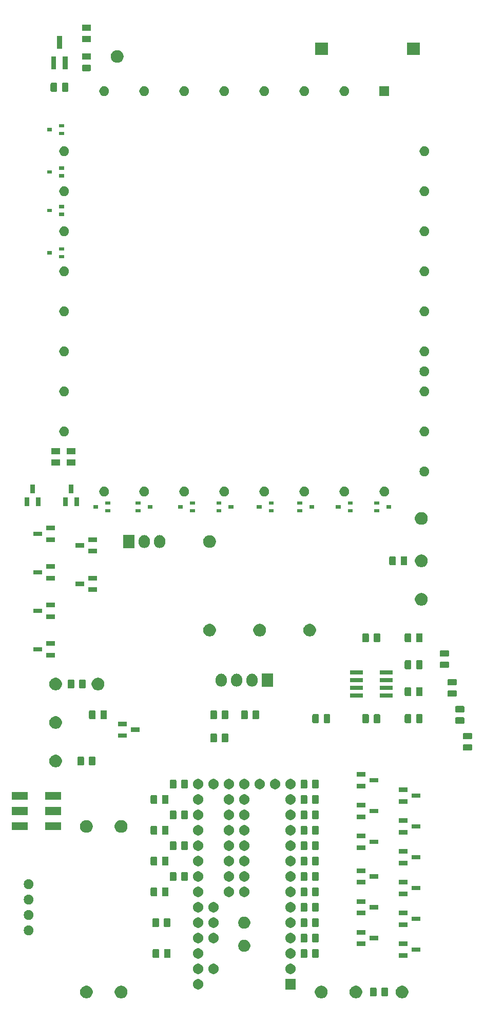
<source format=gbr>
G04 #@! TF.GenerationSoftware,KiCad,Pcbnew,(5.1.2-1)-1*
G04 #@! TF.CreationDate,2019-08-09T18:15:57-05:00*
G04 #@! TF.ProjectId,Interactive Core Memory Badge v0.1,496e7465-7261-4637-9469-766520436f72,0.1*
G04 #@! TF.SameCoordinates,Original*
G04 #@! TF.FileFunction,Soldermask,Top*
G04 #@! TF.FilePolarity,Negative*
%FSLAX46Y46*%
G04 Gerber Fmt 4.6, Leading zero omitted, Abs format (unit mm)*
G04 Created by KiCad (PCBNEW (5.1.2-1)-1) date 2019-08-09 18:15:57*
%MOMM*%
%LPD*%
G04 APERTURE LIST*
%ADD10C,0.100000*%
G04 APERTURE END LIST*
D10*
G36*
X120956564Y-188854389D02*
G01*
X121147833Y-188933615D01*
X121147835Y-188933616D01*
X121319973Y-189048635D01*
X121466365Y-189195027D01*
X121569345Y-189349147D01*
X121581385Y-189367167D01*
X121660611Y-189558436D01*
X121701000Y-189761484D01*
X121701000Y-189968516D01*
X121660611Y-190171564D01*
X121588047Y-190346750D01*
X121581384Y-190362835D01*
X121466365Y-190534973D01*
X121319973Y-190681365D01*
X121147835Y-190796384D01*
X121147834Y-190796385D01*
X121147833Y-190796385D01*
X120956564Y-190875611D01*
X120753516Y-190916000D01*
X120546484Y-190916000D01*
X120343436Y-190875611D01*
X120152167Y-190796385D01*
X120152166Y-190796385D01*
X120152165Y-190796384D01*
X119980027Y-190681365D01*
X119833635Y-190534973D01*
X119718616Y-190362835D01*
X119711953Y-190346750D01*
X119639389Y-190171564D01*
X119599000Y-189968516D01*
X119599000Y-189761484D01*
X119639389Y-189558436D01*
X119718615Y-189367167D01*
X119730656Y-189349147D01*
X119833635Y-189195027D01*
X119980027Y-189048635D01*
X120152165Y-188933616D01*
X120152167Y-188933615D01*
X120343436Y-188854389D01*
X120546484Y-188814000D01*
X120753516Y-188814000D01*
X120956564Y-188854389D01*
X120956564Y-188854389D01*
G37*
G36*
X113336564Y-188854389D02*
G01*
X113527833Y-188933615D01*
X113527835Y-188933616D01*
X113699973Y-189048635D01*
X113846365Y-189195027D01*
X113949345Y-189349147D01*
X113961385Y-189367167D01*
X114040611Y-189558436D01*
X114081000Y-189761484D01*
X114081000Y-189968516D01*
X114040611Y-190171564D01*
X113968047Y-190346750D01*
X113961384Y-190362835D01*
X113846365Y-190534973D01*
X113699973Y-190681365D01*
X113527835Y-190796384D01*
X113527834Y-190796385D01*
X113527833Y-190796385D01*
X113336564Y-190875611D01*
X113133516Y-190916000D01*
X112926484Y-190916000D01*
X112723436Y-190875611D01*
X112532167Y-190796385D01*
X112532166Y-190796385D01*
X112532165Y-190796384D01*
X112360027Y-190681365D01*
X112213635Y-190534973D01*
X112098616Y-190362835D01*
X112091953Y-190346750D01*
X112019389Y-190171564D01*
X111979000Y-189968516D01*
X111979000Y-189761484D01*
X112019389Y-189558436D01*
X112098615Y-189367167D01*
X112110656Y-189349147D01*
X112213635Y-189195027D01*
X112360027Y-189048635D01*
X112532165Y-188933616D01*
X112532167Y-188933615D01*
X112723436Y-188854389D01*
X112926484Y-188814000D01*
X113133516Y-188814000D01*
X113336564Y-188854389D01*
X113336564Y-188854389D01*
G37*
G36*
X107621564Y-188854389D02*
G01*
X107812833Y-188933615D01*
X107812835Y-188933616D01*
X107984973Y-189048635D01*
X108131365Y-189195027D01*
X108234345Y-189349147D01*
X108246385Y-189367167D01*
X108325611Y-189558436D01*
X108366000Y-189761484D01*
X108366000Y-189968516D01*
X108325611Y-190171564D01*
X108253047Y-190346750D01*
X108246384Y-190362835D01*
X108131365Y-190534973D01*
X107984973Y-190681365D01*
X107812835Y-190796384D01*
X107812834Y-190796385D01*
X107812833Y-190796385D01*
X107621564Y-190875611D01*
X107418516Y-190916000D01*
X107211484Y-190916000D01*
X107008436Y-190875611D01*
X106817167Y-190796385D01*
X106817166Y-190796385D01*
X106817165Y-190796384D01*
X106645027Y-190681365D01*
X106498635Y-190534973D01*
X106383616Y-190362835D01*
X106376953Y-190346750D01*
X106304389Y-190171564D01*
X106264000Y-189968516D01*
X106264000Y-189761484D01*
X106304389Y-189558436D01*
X106383615Y-189367167D01*
X106395656Y-189349147D01*
X106498635Y-189195027D01*
X106645027Y-189048635D01*
X106817165Y-188933616D01*
X106817167Y-188933615D01*
X107008436Y-188854389D01*
X107211484Y-188814000D01*
X107418516Y-188814000D01*
X107621564Y-188854389D01*
X107621564Y-188854389D01*
G37*
G36*
X74601564Y-188854389D02*
G01*
X74792833Y-188933615D01*
X74792835Y-188933616D01*
X74964973Y-189048635D01*
X75111365Y-189195027D01*
X75214345Y-189349147D01*
X75226385Y-189367167D01*
X75305611Y-189558436D01*
X75346000Y-189761484D01*
X75346000Y-189968516D01*
X75305611Y-190171564D01*
X75233047Y-190346750D01*
X75226384Y-190362835D01*
X75111365Y-190534973D01*
X74964973Y-190681365D01*
X74792835Y-190796384D01*
X74792834Y-190796385D01*
X74792833Y-190796385D01*
X74601564Y-190875611D01*
X74398516Y-190916000D01*
X74191484Y-190916000D01*
X73988436Y-190875611D01*
X73797167Y-190796385D01*
X73797166Y-190796385D01*
X73797165Y-190796384D01*
X73625027Y-190681365D01*
X73478635Y-190534973D01*
X73363616Y-190362835D01*
X73356953Y-190346750D01*
X73284389Y-190171564D01*
X73244000Y-189968516D01*
X73244000Y-189761484D01*
X73284389Y-189558436D01*
X73363615Y-189367167D01*
X73375656Y-189349147D01*
X73478635Y-189195027D01*
X73625027Y-189048635D01*
X73797165Y-188933616D01*
X73797167Y-188933615D01*
X73988436Y-188854389D01*
X74191484Y-188814000D01*
X74398516Y-188814000D01*
X74601564Y-188854389D01*
X74601564Y-188854389D01*
G37*
G36*
X68886564Y-188854389D02*
G01*
X69077833Y-188933615D01*
X69077835Y-188933616D01*
X69249973Y-189048635D01*
X69396365Y-189195027D01*
X69499345Y-189349147D01*
X69511385Y-189367167D01*
X69590611Y-189558436D01*
X69631000Y-189761484D01*
X69631000Y-189968516D01*
X69590611Y-190171564D01*
X69518047Y-190346750D01*
X69511384Y-190362835D01*
X69396365Y-190534973D01*
X69249973Y-190681365D01*
X69077835Y-190796384D01*
X69077834Y-190796385D01*
X69077833Y-190796385D01*
X68886564Y-190875611D01*
X68683516Y-190916000D01*
X68476484Y-190916000D01*
X68273436Y-190875611D01*
X68082167Y-190796385D01*
X68082166Y-190796385D01*
X68082165Y-190796384D01*
X67910027Y-190681365D01*
X67763635Y-190534973D01*
X67648616Y-190362835D01*
X67641953Y-190346750D01*
X67569389Y-190171564D01*
X67529000Y-189968516D01*
X67529000Y-189761484D01*
X67569389Y-189558436D01*
X67648615Y-189367167D01*
X67660656Y-189349147D01*
X67763635Y-189195027D01*
X67910027Y-189048635D01*
X68082165Y-188933616D01*
X68082167Y-188933615D01*
X68273436Y-188854389D01*
X68476484Y-188814000D01*
X68683516Y-188814000D01*
X68886564Y-188854389D01*
X68886564Y-188854389D01*
G37*
G36*
X118149468Y-189118565D02*
G01*
X118188138Y-189130296D01*
X118223777Y-189149346D01*
X118255017Y-189174983D01*
X118280654Y-189206223D01*
X118299704Y-189241862D01*
X118311435Y-189280532D01*
X118316000Y-189326888D01*
X118316000Y-190403112D01*
X118311435Y-190449468D01*
X118299704Y-190488138D01*
X118280654Y-190523777D01*
X118255017Y-190555017D01*
X118223777Y-190580654D01*
X118188138Y-190599704D01*
X118149468Y-190611435D01*
X118103112Y-190616000D01*
X117451888Y-190616000D01*
X117405532Y-190611435D01*
X117366862Y-190599704D01*
X117331223Y-190580654D01*
X117299983Y-190555017D01*
X117274346Y-190523777D01*
X117255296Y-190488138D01*
X117243565Y-190449468D01*
X117239000Y-190403112D01*
X117239000Y-189326888D01*
X117243565Y-189280532D01*
X117255296Y-189241862D01*
X117274346Y-189206223D01*
X117299983Y-189174983D01*
X117331223Y-189149346D01*
X117366862Y-189130296D01*
X117405532Y-189118565D01*
X117451888Y-189114000D01*
X118103112Y-189114000D01*
X118149468Y-189118565D01*
X118149468Y-189118565D01*
G37*
G36*
X116274468Y-189118565D02*
G01*
X116313138Y-189130296D01*
X116348777Y-189149346D01*
X116380017Y-189174983D01*
X116405654Y-189206223D01*
X116424704Y-189241862D01*
X116436435Y-189280532D01*
X116441000Y-189326888D01*
X116441000Y-190403112D01*
X116436435Y-190449468D01*
X116424704Y-190488138D01*
X116405654Y-190523777D01*
X116380017Y-190555017D01*
X116348777Y-190580654D01*
X116313138Y-190599704D01*
X116274468Y-190611435D01*
X116228112Y-190616000D01*
X115576888Y-190616000D01*
X115530532Y-190611435D01*
X115491862Y-190599704D01*
X115456223Y-190580654D01*
X115424983Y-190555017D01*
X115399346Y-190523777D01*
X115380296Y-190488138D01*
X115368565Y-190449468D01*
X115364000Y-190403112D01*
X115364000Y-189326888D01*
X115368565Y-189280532D01*
X115380296Y-189241862D01*
X115399346Y-189206223D01*
X115424983Y-189174983D01*
X115456223Y-189149346D01*
X115491862Y-189130296D01*
X115530532Y-189118565D01*
X115576888Y-189114000D01*
X116228112Y-189114000D01*
X116274468Y-189118565D01*
X116274468Y-189118565D01*
G37*
G36*
X87243228Y-187776703D02*
G01*
X87398100Y-187840853D01*
X87537481Y-187933985D01*
X87656015Y-188052519D01*
X87749147Y-188191900D01*
X87813297Y-188346772D01*
X87846000Y-188511184D01*
X87846000Y-188678816D01*
X87813297Y-188843228D01*
X87749147Y-188998100D01*
X87656015Y-189137481D01*
X87537481Y-189256015D01*
X87398100Y-189349147D01*
X87243228Y-189413297D01*
X87078816Y-189446000D01*
X86911184Y-189446000D01*
X86746772Y-189413297D01*
X86591900Y-189349147D01*
X86452519Y-189256015D01*
X86333985Y-189137481D01*
X86240853Y-188998100D01*
X86176703Y-188843228D01*
X86144000Y-188678816D01*
X86144000Y-188511184D01*
X86176703Y-188346772D01*
X86240853Y-188191900D01*
X86333985Y-188052519D01*
X86452519Y-187933985D01*
X86591900Y-187840853D01*
X86746772Y-187776703D01*
X86911184Y-187744000D01*
X87078816Y-187744000D01*
X87243228Y-187776703D01*
X87243228Y-187776703D01*
G37*
G36*
X103086000Y-189446000D02*
G01*
X101384000Y-189446000D01*
X101384000Y-187744000D01*
X103086000Y-187744000D01*
X103086000Y-189446000D01*
X103086000Y-189446000D01*
G37*
G36*
X102483228Y-185236703D02*
G01*
X102638100Y-185300853D01*
X102777481Y-185393985D01*
X102896015Y-185512519D01*
X102989147Y-185651900D01*
X103053297Y-185806772D01*
X103086000Y-185971184D01*
X103086000Y-186138816D01*
X103053297Y-186303228D01*
X102989147Y-186458100D01*
X102896015Y-186597481D01*
X102777481Y-186716015D01*
X102638100Y-186809147D01*
X102483228Y-186873297D01*
X102318816Y-186906000D01*
X102151184Y-186906000D01*
X101986772Y-186873297D01*
X101831900Y-186809147D01*
X101692519Y-186716015D01*
X101573985Y-186597481D01*
X101480853Y-186458100D01*
X101416703Y-186303228D01*
X101384000Y-186138816D01*
X101384000Y-185971184D01*
X101416703Y-185806772D01*
X101480853Y-185651900D01*
X101573985Y-185512519D01*
X101692519Y-185393985D01*
X101831900Y-185300853D01*
X101986772Y-185236703D01*
X102151184Y-185204000D01*
X102318816Y-185204000D01*
X102483228Y-185236703D01*
X102483228Y-185236703D01*
G37*
G36*
X89783228Y-185236703D02*
G01*
X89938100Y-185300853D01*
X90077481Y-185393985D01*
X90196015Y-185512519D01*
X90289147Y-185651900D01*
X90353297Y-185806772D01*
X90386000Y-185971184D01*
X90386000Y-186138816D01*
X90353297Y-186303228D01*
X90289147Y-186458100D01*
X90196015Y-186597481D01*
X90077481Y-186716015D01*
X89938100Y-186809147D01*
X89783228Y-186873297D01*
X89618816Y-186906000D01*
X89451184Y-186906000D01*
X89286772Y-186873297D01*
X89131900Y-186809147D01*
X88992519Y-186716015D01*
X88873985Y-186597481D01*
X88780853Y-186458100D01*
X88716703Y-186303228D01*
X88684000Y-186138816D01*
X88684000Y-185971184D01*
X88716703Y-185806772D01*
X88780853Y-185651900D01*
X88873985Y-185512519D01*
X88992519Y-185393985D01*
X89131900Y-185300853D01*
X89286772Y-185236703D01*
X89451184Y-185204000D01*
X89618816Y-185204000D01*
X89783228Y-185236703D01*
X89783228Y-185236703D01*
G37*
G36*
X87243228Y-185236703D02*
G01*
X87398100Y-185300853D01*
X87537481Y-185393985D01*
X87656015Y-185512519D01*
X87749147Y-185651900D01*
X87813297Y-185806772D01*
X87846000Y-185971184D01*
X87846000Y-186138816D01*
X87813297Y-186303228D01*
X87749147Y-186458100D01*
X87656015Y-186597481D01*
X87537481Y-186716015D01*
X87398100Y-186809147D01*
X87243228Y-186873297D01*
X87078816Y-186906000D01*
X86911184Y-186906000D01*
X86746772Y-186873297D01*
X86591900Y-186809147D01*
X86452519Y-186716015D01*
X86333985Y-186597481D01*
X86240853Y-186458100D01*
X86176703Y-186303228D01*
X86144000Y-186138816D01*
X86144000Y-185971184D01*
X86176703Y-185806772D01*
X86240853Y-185651900D01*
X86333985Y-185512519D01*
X86452519Y-185393985D01*
X86591900Y-185300853D01*
X86746772Y-185236703D01*
X86911184Y-185204000D01*
X87078816Y-185204000D01*
X87243228Y-185236703D01*
X87243228Y-185236703D01*
G37*
G36*
X87243228Y-182696703D02*
G01*
X87398100Y-182760853D01*
X87537481Y-182853985D01*
X87656015Y-182972519D01*
X87749147Y-183111900D01*
X87813297Y-183266772D01*
X87846000Y-183431184D01*
X87846000Y-183598816D01*
X87813297Y-183763228D01*
X87749147Y-183918100D01*
X87656015Y-184057481D01*
X87537481Y-184176015D01*
X87398100Y-184269147D01*
X87243228Y-184333297D01*
X87078816Y-184366000D01*
X86911184Y-184366000D01*
X86746772Y-184333297D01*
X86591900Y-184269147D01*
X86452519Y-184176015D01*
X86333985Y-184057481D01*
X86240853Y-183918100D01*
X86176703Y-183763228D01*
X86144000Y-183598816D01*
X86144000Y-183431184D01*
X86176703Y-183266772D01*
X86240853Y-183111900D01*
X86333985Y-182972519D01*
X86452519Y-182853985D01*
X86591900Y-182760853D01*
X86746772Y-182696703D01*
X86911184Y-182664000D01*
X87078816Y-182664000D01*
X87243228Y-182696703D01*
X87243228Y-182696703D01*
G37*
G36*
X102483228Y-182696703D02*
G01*
X102638100Y-182760853D01*
X102777481Y-182853985D01*
X102896015Y-182972519D01*
X102989147Y-183111900D01*
X103053297Y-183266772D01*
X103086000Y-183431184D01*
X103086000Y-183598816D01*
X103053297Y-183763228D01*
X102989147Y-183918100D01*
X102896015Y-184057481D01*
X102777481Y-184176015D01*
X102638100Y-184269147D01*
X102483228Y-184333297D01*
X102318816Y-184366000D01*
X102151184Y-184366000D01*
X101986772Y-184333297D01*
X101831900Y-184269147D01*
X101692519Y-184176015D01*
X101573985Y-184057481D01*
X101480853Y-183918100D01*
X101416703Y-183763228D01*
X101384000Y-183598816D01*
X101384000Y-183431184D01*
X101416703Y-183266772D01*
X101480853Y-183111900D01*
X101573985Y-182972519D01*
X101692519Y-182853985D01*
X101831900Y-182760853D01*
X101986772Y-182696703D01*
X102151184Y-182664000D01*
X102318816Y-182664000D01*
X102483228Y-182696703D01*
X102483228Y-182696703D01*
G37*
G36*
X80411968Y-182768565D02*
G01*
X80450638Y-182780296D01*
X80486277Y-182799346D01*
X80517517Y-182824983D01*
X80543154Y-182856223D01*
X80562204Y-182891862D01*
X80573935Y-182930532D01*
X80578500Y-182976888D01*
X80578500Y-184053112D01*
X80573935Y-184099468D01*
X80562204Y-184138138D01*
X80543154Y-184173777D01*
X80517517Y-184205017D01*
X80486277Y-184230654D01*
X80450638Y-184249704D01*
X80411968Y-184261435D01*
X80365612Y-184266000D01*
X79714388Y-184266000D01*
X79668032Y-184261435D01*
X79629362Y-184249704D01*
X79593723Y-184230654D01*
X79562483Y-184205017D01*
X79536846Y-184173777D01*
X79517796Y-184138138D01*
X79506065Y-184099468D01*
X79501500Y-184053112D01*
X79501500Y-182976888D01*
X79506065Y-182930532D01*
X79517796Y-182891862D01*
X79536846Y-182856223D01*
X79562483Y-182824983D01*
X79593723Y-182799346D01*
X79629362Y-182780296D01*
X79668032Y-182768565D01*
X79714388Y-182764000D01*
X80365612Y-182764000D01*
X80411968Y-182768565D01*
X80411968Y-182768565D01*
G37*
G36*
X82286968Y-182768565D02*
G01*
X82325638Y-182780296D01*
X82361277Y-182799346D01*
X82392517Y-182824983D01*
X82418154Y-182856223D01*
X82437204Y-182891862D01*
X82448935Y-182930532D01*
X82453500Y-182976888D01*
X82453500Y-184053112D01*
X82448935Y-184099468D01*
X82437204Y-184138138D01*
X82418154Y-184173777D01*
X82392517Y-184205017D01*
X82361277Y-184230654D01*
X82325638Y-184249704D01*
X82286968Y-184261435D01*
X82240612Y-184266000D01*
X81589388Y-184266000D01*
X81543032Y-184261435D01*
X81504362Y-184249704D01*
X81468723Y-184230654D01*
X81437483Y-184205017D01*
X81411846Y-184173777D01*
X81392796Y-184138138D01*
X81381065Y-184099468D01*
X81376500Y-184053112D01*
X81376500Y-182976888D01*
X81381065Y-182930532D01*
X81392796Y-182891862D01*
X81411846Y-182856223D01*
X81437483Y-182824983D01*
X81468723Y-182799346D01*
X81504362Y-182780296D01*
X81543032Y-182768565D01*
X81589388Y-182764000D01*
X82240612Y-182764000D01*
X82286968Y-182768565D01*
X82286968Y-182768565D01*
G37*
G36*
X104844468Y-182768565D02*
G01*
X104883138Y-182780296D01*
X104918777Y-182799346D01*
X104950017Y-182824983D01*
X104975654Y-182856223D01*
X104994704Y-182891862D01*
X105006435Y-182930532D01*
X105011000Y-182976888D01*
X105011000Y-184053112D01*
X105006435Y-184099468D01*
X104994704Y-184138138D01*
X104975654Y-184173777D01*
X104950017Y-184205017D01*
X104918777Y-184230654D01*
X104883138Y-184249704D01*
X104844468Y-184261435D01*
X104798112Y-184266000D01*
X104146888Y-184266000D01*
X104100532Y-184261435D01*
X104061862Y-184249704D01*
X104026223Y-184230654D01*
X103994983Y-184205017D01*
X103969346Y-184173777D01*
X103950296Y-184138138D01*
X103938565Y-184099468D01*
X103934000Y-184053112D01*
X103934000Y-182976888D01*
X103938565Y-182930532D01*
X103950296Y-182891862D01*
X103969346Y-182856223D01*
X103994983Y-182824983D01*
X104026223Y-182799346D01*
X104061862Y-182780296D01*
X104100532Y-182768565D01*
X104146888Y-182764000D01*
X104798112Y-182764000D01*
X104844468Y-182768565D01*
X104844468Y-182768565D01*
G37*
G36*
X106719468Y-182768565D02*
G01*
X106758138Y-182780296D01*
X106793777Y-182799346D01*
X106825017Y-182824983D01*
X106850654Y-182856223D01*
X106869704Y-182891862D01*
X106881435Y-182930532D01*
X106886000Y-182976888D01*
X106886000Y-184053112D01*
X106881435Y-184099468D01*
X106869704Y-184138138D01*
X106850654Y-184173777D01*
X106825017Y-184205017D01*
X106793777Y-184230654D01*
X106758138Y-184249704D01*
X106719468Y-184261435D01*
X106673112Y-184266000D01*
X106021888Y-184266000D01*
X105975532Y-184261435D01*
X105936862Y-184249704D01*
X105901223Y-184230654D01*
X105869983Y-184205017D01*
X105844346Y-184173777D01*
X105825296Y-184138138D01*
X105813565Y-184099468D01*
X105809000Y-184053112D01*
X105809000Y-182976888D01*
X105813565Y-182930532D01*
X105825296Y-182891862D01*
X105844346Y-182856223D01*
X105869983Y-182824983D01*
X105901223Y-182799346D01*
X105936862Y-182780296D01*
X105975532Y-182768565D01*
X106021888Y-182764000D01*
X106673112Y-182764000D01*
X106719468Y-182768565D01*
X106719468Y-182768565D01*
G37*
G36*
X121590000Y-184200000D02*
G01*
X120150000Y-184200000D01*
X120150000Y-183460000D01*
X121590000Y-183460000D01*
X121590000Y-184200000D01*
X121590000Y-184200000D01*
G37*
G36*
X123690000Y-183250000D02*
G01*
X122250000Y-183250000D01*
X122250000Y-182510000D01*
X123690000Y-182510000D01*
X123690000Y-183250000D01*
X123690000Y-183250000D01*
G37*
G36*
X94810285Y-181263234D02*
G01*
X94906981Y-181282468D01*
X95089151Y-181357926D01*
X95253100Y-181467473D01*
X95392527Y-181606900D01*
X95502074Y-181770849D01*
X95577532Y-181953019D01*
X95616000Y-182146410D01*
X95616000Y-182343590D01*
X95577532Y-182536981D01*
X95502074Y-182719151D01*
X95392527Y-182883100D01*
X95253100Y-183022527D01*
X95089151Y-183132074D01*
X94906981Y-183207532D01*
X94713591Y-183246000D01*
X94516409Y-183246000D01*
X94323019Y-183207532D01*
X94140849Y-183132074D01*
X93976900Y-183022527D01*
X93837473Y-182883100D01*
X93727926Y-182719151D01*
X93652468Y-182536981D01*
X93614000Y-182343590D01*
X93614000Y-182146410D01*
X93652468Y-181953019D01*
X93727926Y-181770849D01*
X93837473Y-181606900D01*
X93976900Y-181467473D01*
X94140849Y-181357926D01*
X94323019Y-181282468D01*
X94419715Y-181263234D01*
X94516409Y-181244000D01*
X94713591Y-181244000D01*
X94810285Y-181263234D01*
X94810285Y-181263234D01*
G37*
G36*
X121590000Y-182300000D02*
G01*
X120150000Y-182300000D01*
X120150000Y-181560000D01*
X121590000Y-181560000D01*
X121590000Y-182300000D01*
X121590000Y-182300000D01*
G37*
G36*
X114605000Y-182295000D02*
G01*
X113165000Y-182295000D01*
X113165000Y-181555000D01*
X114605000Y-181555000D01*
X114605000Y-182295000D01*
X114605000Y-182295000D01*
G37*
G36*
X102483228Y-180156703D02*
G01*
X102638100Y-180220853D01*
X102777481Y-180313985D01*
X102896015Y-180432519D01*
X102989147Y-180571900D01*
X103053297Y-180726772D01*
X103086000Y-180891184D01*
X103086000Y-181058816D01*
X103053297Y-181223228D01*
X102989147Y-181378100D01*
X102896015Y-181517481D01*
X102777481Y-181636015D01*
X102638100Y-181729147D01*
X102483228Y-181793297D01*
X102318816Y-181826000D01*
X102151184Y-181826000D01*
X101986772Y-181793297D01*
X101831900Y-181729147D01*
X101692519Y-181636015D01*
X101573985Y-181517481D01*
X101480853Y-181378100D01*
X101416703Y-181223228D01*
X101384000Y-181058816D01*
X101384000Y-180891184D01*
X101416703Y-180726772D01*
X101480853Y-180571900D01*
X101573985Y-180432519D01*
X101692519Y-180313985D01*
X101831900Y-180220853D01*
X101986772Y-180156703D01*
X102151184Y-180124000D01*
X102318816Y-180124000D01*
X102483228Y-180156703D01*
X102483228Y-180156703D01*
G37*
G36*
X89783228Y-180156703D02*
G01*
X89938100Y-180220853D01*
X90077481Y-180313985D01*
X90196015Y-180432519D01*
X90289147Y-180571900D01*
X90353297Y-180726772D01*
X90386000Y-180891184D01*
X90386000Y-181058816D01*
X90353297Y-181223228D01*
X90289147Y-181378100D01*
X90196015Y-181517481D01*
X90077481Y-181636015D01*
X89938100Y-181729147D01*
X89783228Y-181793297D01*
X89618816Y-181826000D01*
X89451184Y-181826000D01*
X89286772Y-181793297D01*
X89131900Y-181729147D01*
X88992519Y-181636015D01*
X88873985Y-181517481D01*
X88780853Y-181378100D01*
X88716703Y-181223228D01*
X88684000Y-181058816D01*
X88684000Y-180891184D01*
X88716703Y-180726772D01*
X88780853Y-180571900D01*
X88873985Y-180432519D01*
X88992519Y-180313985D01*
X89131900Y-180220853D01*
X89286772Y-180156703D01*
X89451184Y-180124000D01*
X89618816Y-180124000D01*
X89783228Y-180156703D01*
X89783228Y-180156703D01*
G37*
G36*
X87243228Y-180156703D02*
G01*
X87398100Y-180220853D01*
X87537481Y-180313985D01*
X87656015Y-180432519D01*
X87749147Y-180571900D01*
X87813297Y-180726772D01*
X87846000Y-180891184D01*
X87846000Y-181058816D01*
X87813297Y-181223228D01*
X87749147Y-181378100D01*
X87656015Y-181517481D01*
X87537481Y-181636015D01*
X87398100Y-181729147D01*
X87243228Y-181793297D01*
X87078816Y-181826000D01*
X86911184Y-181826000D01*
X86746772Y-181793297D01*
X86591900Y-181729147D01*
X86452519Y-181636015D01*
X86333985Y-181517481D01*
X86240853Y-181378100D01*
X86176703Y-181223228D01*
X86144000Y-181058816D01*
X86144000Y-180891184D01*
X86176703Y-180726772D01*
X86240853Y-180571900D01*
X86333985Y-180432519D01*
X86452519Y-180313985D01*
X86591900Y-180220853D01*
X86746772Y-180156703D01*
X86911184Y-180124000D01*
X87078816Y-180124000D01*
X87243228Y-180156703D01*
X87243228Y-180156703D01*
G37*
G36*
X106719468Y-180228565D02*
G01*
X106758138Y-180240296D01*
X106793777Y-180259346D01*
X106825017Y-180284983D01*
X106850654Y-180316223D01*
X106869704Y-180351862D01*
X106881435Y-180390532D01*
X106886000Y-180436888D01*
X106886000Y-181513112D01*
X106881435Y-181559468D01*
X106869704Y-181598138D01*
X106850654Y-181633777D01*
X106825017Y-181665017D01*
X106793777Y-181690654D01*
X106758138Y-181709704D01*
X106719468Y-181721435D01*
X106673112Y-181726000D01*
X106021888Y-181726000D01*
X105975532Y-181721435D01*
X105936862Y-181709704D01*
X105901223Y-181690654D01*
X105869983Y-181665017D01*
X105844346Y-181633777D01*
X105825296Y-181598138D01*
X105813565Y-181559468D01*
X105809000Y-181513112D01*
X105809000Y-180436888D01*
X105813565Y-180390532D01*
X105825296Y-180351862D01*
X105844346Y-180316223D01*
X105869983Y-180284983D01*
X105901223Y-180259346D01*
X105936862Y-180240296D01*
X105975532Y-180228565D01*
X106021888Y-180224000D01*
X106673112Y-180224000D01*
X106719468Y-180228565D01*
X106719468Y-180228565D01*
G37*
G36*
X104844468Y-180228565D02*
G01*
X104883138Y-180240296D01*
X104918777Y-180259346D01*
X104950017Y-180284983D01*
X104975654Y-180316223D01*
X104994704Y-180351862D01*
X105006435Y-180390532D01*
X105011000Y-180436888D01*
X105011000Y-181513112D01*
X105006435Y-181559468D01*
X104994704Y-181598138D01*
X104975654Y-181633777D01*
X104950017Y-181665017D01*
X104918777Y-181690654D01*
X104883138Y-181709704D01*
X104844468Y-181721435D01*
X104798112Y-181726000D01*
X104146888Y-181726000D01*
X104100532Y-181721435D01*
X104061862Y-181709704D01*
X104026223Y-181690654D01*
X103994983Y-181665017D01*
X103969346Y-181633777D01*
X103950296Y-181598138D01*
X103938565Y-181559468D01*
X103934000Y-181513112D01*
X103934000Y-180436888D01*
X103938565Y-180390532D01*
X103950296Y-180351862D01*
X103969346Y-180316223D01*
X103994983Y-180284983D01*
X104026223Y-180259346D01*
X104061862Y-180240296D01*
X104100532Y-180228565D01*
X104146888Y-180224000D01*
X104798112Y-180224000D01*
X104844468Y-180228565D01*
X104844468Y-180228565D01*
G37*
G36*
X116705000Y-181345000D02*
G01*
X115265000Y-181345000D01*
X115265000Y-180605000D01*
X116705000Y-180605000D01*
X116705000Y-181345000D01*
X116705000Y-181345000D01*
G37*
G36*
X59292142Y-178923242D02*
G01*
X59440101Y-178984529D01*
X59573255Y-179073499D01*
X59686501Y-179186745D01*
X59775471Y-179319899D01*
X59836758Y-179467858D01*
X59868000Y-179624925D01*
X59868000Y-179785075D01*
X59836758Y-179942142D01*
X59775471Y-180090101D01*
X59686501Y-180223255D01*
X59573255Y-180336501D01*
X59440101Y-180425471D01*
X59292142Y-180486758D01*
X59135075Y-180518000D01*
X58974925Y-180518000D01*
X58817858Y-180486758D01*
X58669899Y-180425471D01*
X58536745Y-180336501D01*
X58423499Y-180223255D01*
X58334529Y-180090101D01*
X58273242Y-179942142D01*
X58242000Y-179785075D01*
X58242000Y-179624925D01*
X58273242Y-179467858D01*
X58334529Y-179319899D01*
X58423499Y-179186745D01*
X58536745Y-179073499D01*
X58669899Y-178984529D01*
X58817858Y-178923242D01*
X58974925Y-178892000D01*
X59135075Y-178892000D01*
X59292142Y-178923242D01*
X59292142Y-178923242D01*
G37*
G36*
X114605000Y-180395000D02*
G01*
X113165000Y-180395000D01*
X113165000Y-179655000D01*
X114605000Y-179655000D01*
X114605000Y-180395000D01*
X114605000Y-180395000D01*
G37*
G36*
X94906981Y-177472468D02*
G01*
X95089151Y-177547926D01*
X95253100Y-177657473D01*
X95392527Y-177796900D01*
X95502074Y-177960849D01*
X95577532Y-178143019D01*
X95616000Y-178336410D01*
X95616000Y-178533590D01*
X95577532Y-178726981D01*
X95502074Y-178909151D01*
X95392527Y-179073100D01*
X95253100Y-179212527D01*
X95089151Y-179322074D01*
X94906981Y-179397532D01*
X94713591Y-179436000D01*
X94516409Y-179436000D01*
X94323019Y-179397532D01*
X94140849Y-179322074D01*
X93976900Y-179212527D01*
X93837473Y-179073100D01*
X93727926Y-178909151D01*
X93652468Y-178726981D01*
X93614000Y-178533590D01*
X93614000Y-178336410D01*
X93652468Y-178143019D01*
X93727926Y-177960849D01*
X93837473Y-177796900D01*
X93976900Y-177657473D01*
X94140849Y-177547926D01*
X94323019Y-177472468D01*
X94516409Y-177434000D01*
X94713591Y-177434000D01*
X94906981Y-177472468D01*
X94906981Y-177472468D01*
G37*
G36*
X87243228Y-177616703D02*
G01*
X87398100Y-177680853D01*
X87537481Y-177773985D01*
X87656015Y-177892519D01*
X87749147Y-178031900D01*
X87813297Y-178186772D01*
X87846000Y-178351184D01*
X87846000Y-178518816D01*
X87813297Y-178683228D01*
X87749147Y-178838100D01*
X87656015Y-178977481D01*
X87537481Y-179096015D01*
X87398100Y-179189147D01*
X87243228Y-179253297D01*
X87078816Y-179286000D01*
X86911184Y-179286000D01*
X86746772Y-179253297D01*
X86591900Y-179189147D01*
X86452519Y-179096015D01*
X86333985Y-178977481D01*
X86240853Y-178838100D01*
X86176703Y-178683228D01*
X86144000Y-178518816D01*
X86144000Y-178351184D01*
X86176703Y-178186772D01*
X86240853Y-178031900D01*
X86333985Y-177892519D01*
X86452519Y-177773985D01*
X86591900Y-177680853D01*
X86746772Y-177616703D01*
X86911184Y-177584000D01*
X87078816Y-177584000D01*
X87243228Y-177616703D01*
X87243228Y-177616703D01*
G37*
G36*
X89783228Y-177616703D02*
G01*
X89938100Y-177680853D01*
X90077481Y-177773985D01*
X90196015Y-177892519D01*
X90289147Y-178031900D01*
X90353297Y-178186772D01*
X90386000Y-178351184D01*
X90386000Y-178518816D01*
X90353297Y-178683228D01*
X90289147Y-178838100D01*
X90196015Y-178977481D01*
X90077481Y-179096015D01*
X89938100Y-179189147D01*
X89783228Y-179253297D01*
X89618816Y-179286000D01*
X89451184Y-179286000D01*
X89286772Y-179253297D01*
X89131900Y-179189147D01*
X88992519Y-179096015D01*
X88873985Y-178977481D01*
X88780853Y-178838100D01*
X88716703Y-178683228D01*
X88684000Y-178518816D01*
X88684000Y-178351184D01*
X88716703Y-178186772D01*
X88780853Y-178031900D01*
X88873985Y-177892519D01*
X88992519Y-177773985D01*
X89131900Y-177680853D01*
X89286772Y-177616703D01*
X89451184Y-177584000D01*
X89618816Y-177584000D01*
X89783228Y-177616703D01*
X89783228Y-177616703D01*
G37*
G36*
X102483228Y-177616703D02*
G01*
X102638100Y-177680853D01*
X102777481Y-177773985D01*
X102896015Y-177892519D01*
X102989147Y-178031900D01*
X103053297Y-178186772D01*
X103086000Y-178351184D01*
X103086000Y-178518816D01*
X103053297Y-178683228D01*
X102989147Y-178838100D01*
X102896015Y-178977481D01*
X102777481Y-179096015D01*
X102638100Y-179189147D01*
X102483228Y-179253297D01*
X102318816Y-179286000D01*
X102151184Y-179286000D01*
X101986772Y-179253297D01*
X101831900Y-179189147D01*
X101692519Y-179096015D01*
X101573985Y-178977481D01*
X101480853Y-178838100D01*
X101416703Y-178683228D01*
X101384000Y-178518816D01*
X101384000Y-178351184D01*
X101416703Y-178186772D01*
X101480853Y-178031900D01*
X101573985Y-177892519D01*
X101692519Y-177773985D01*
X101831900Y-177680853D01*
X101986772Y-177616703D01*
X102151184Y-177584000D01*
X102318816Y-177584000D01*
X102483228Y-177616703D01*
X102483228Y-177616703D01*
G37*
G36*
X106719468Y-177688565D02*
G01*
X106758138Y-177700296D01*
X106793777Y-177719346D01*
X106825017Y-177744983D01*
X106850654Y-177776223D01*
X106869704Y-177811862D01*
X106881435Y-177850532D01*
X106886000Y-177896888D01*
X106886000Y-178973112D01*
X106881435Y-179019468D01*
X106869704Y-179058138D01*
X106850654Y-179093777D01*
X106825017Y-179125017D01*
X106793777Y-179150654D01*
X106758138Y-179169704D01*
X106719468Y-179181435D01*
X106673112Y-179186000D01*
X106021888Y-179186000D01*
X105975532Y-179181435D01*
X105936862Y-179169704D01*
X105901223Y-179150654D01*
X105869983Y-179125017D01*
X105844346Y-179093777D01*
X105825296Y-179058138D01*
X105813565Y-179019468D01*
X105809000Y-178973112D01*
X105809000Y-177896888D01*
X105813565Y-177850532D01*
X105825296Y-177811862D01*
X105844346Y-177776223D01*
X105869983Y-177744983D01*
X105901223Y-177719346D01*
X105936862Y-177700296D01*
X105975532Y-177688565D01*
X106021888Y-177684000D01*
X106673112Y-177684000D01*
X106719468Y-177688565D01*
X106719468Y-177688565D01*
G37*
G36*
X104844468Y-177688565D02*
G01*
X104883138Y-177700296D01*
X104918777Y-177719346D01*
X104950017Y-177744983D01*
X104975654Y-177776223D01*
X104994704Y-177811862D01*
X105006435Y-177850532D01*
X105011000Y-177896888D01*
X105011000Y-178973112D01*
X105006435Y-179019468D01*
X104994704Y-179058138D01*
X104975654Y-179093777D01*
X104950017Y-179125017D01*
X104918777Y-179150654D01*
X104883138Y-179169704D01*
X104844468Y-179181435D01*
X104798112Y-179186000D01*
X104146888Y-179186000D01*
X104100532Y-179181435D01*
X104061862Y-179169704D01*
X104026223Y-179150654D01*
X103994983Y-179125017D01*
X103969346Y-179093777D01*
X103950296Y-179058138D01*
X103938565Y-179019468D01*
X103934000Y-178973112D01*
X103934000Y-177896888D01*
X103938565Y-177850532D01*
X103950296Y-177811862D01*
X103969346Y-177776223D01*
X103994983Y-177744983D01*
X104026223Y-177719346D01*
X104061862Y-177700296D01*
X104100532Y-177688565D01*
X104146888Y-177684000D01*
X104798112Y-177684000D01*
X104844468Y-177688565D01*
X104844468Y-177688565D01*
G37*
G36*
X80381968Y-177688565D02*
G01*
X80420638Y-177700296D01*
X80456277Y-177719346D01*
X80487517Y-177744983D01*
X80513154Y-177776223D01*
X80532204Y-177811862D01*
X80543935Y-177850532D01*
X80548500Y-177896888D01*
X80548500Y-178973112D01*
X80543935Y-179019468D01*
X80532204Y-179058138D01*
X80513154Y-179093777D01*
X80487517Y-179125017D01*
X80456277Y-179150654D01*
X80420638Y-179169704D01*
X80381968Y-179181435D01*
X80335612Y-179186000D01*
X79684388Y-179186000D01*
X79638032Y-179181435D01*
X79599362Y-179169704D01*
X79563723Y-179150654D01*
X79532483Y-179125017D01*
X79506846Y-179093777D01*
X79487796Y-179058138D01*
X79476065Y-179019468D01*
X79471500Y-178973112D01*
X79471500Y-177896888D01*
X79476065Y-177850532D01*
X79487796Y-177811862D01*
X79506846Y-177776223D01*
X79532483Y-177744983D01*
X79563723Y-177719346D01*
X79599362Y-177700296D01*
X79638032Y-177688565D01*
X79684388Y-177684000D01*
X80335612Y-177684000D01*
X80381968Y-177688565D01*
X80381968Y-177688565D01*
G37*
G36*
X82256968Y-177688565D02*
G01*
X82295638Y-177700296D01*
X82331277Y-177719346D01*
X82362517Y-177744983D01*
X82388154Y-177776223D01*
X82407204Y-177811862D01*
X82418935Y-177850532D01*
X82423500Y-177896888D01*
X82423500Y-178973112D01*
X82418935Y-179019468D01*
X82407204Y-179058138D01*
X82388154Y-179093777D01*
X82362517Y-179125017D01*
X82331277Y-179150654D01*
X82295638Y-179169704D01*
X82256968Y-179181435D01*
X82210612Y-179186000D01*
X81559388Y-179186000D01*
X81513032Y-179181435D01*
X81474362Y-179169704D01*
X81438723Y-179150654D01*
X81407483Y-179125017D01*
X81381846Y-179093777D01*
X81362796Y-179058138D01*
X81351065Y-179019468D01*
X81346500Y-178973112D01*
X81346500Y-177896888D01*
X81351065Y-177850532D01*
X81362796Y-177811862D01*
X81381846Y-177776223D01*
X81407483Y-177744983D01*
X81438723Y-177719346D01*
X81474362Y-177700296D01*
X81513032Y-177688565D01*
X81559388Y-177684000D01*
X82210612Y-177684000D01*
X82256968Y-177688565D01*
X82256968Y-177688565D01*
G37*
G36*
X121590000Y-179120000D02*
G01*
X120150000Y-179120000D01*
X120150000Y-178380000D01*
X121590000Y-178380000D01*
X121590000Y-179120000D01*
X121590000Y-179120000D01*
G37*
G36*
X123690000Y-178170000D02*
G01*
X122250000Y-178170000D01*
X122250000Y-177430000D01*
X123690000Y-177430000D01*
X123690000Y-178170000D01*
X123690000Y-178170000D01*
G37*
G36*
X59292142Y-176383242D02*
G01*
X59440101Y-176444529D01*
X59573255Y-176533499D01*
X59686501Y-176646745D01*
X59775471Y-176779899D01*
X59836758Y-176927858D01*
X59868000Y-177084925D01*
X59868000Y-177245075D01*
X59836758Y-177402142D01*
X59775471Y-177550101D01*
X59686501Y-177683255D01*
X59573255Y-177796501D01*
X59440101Y-177885471D01*
X59292142Y-177946758D01*
X59135075Y-177978000D01*
X58974925Y-177978000D01*
X58817858Y-177946758D01*
X58669899Y-177885471D01*
X58536745Y-177796501D01*
X58423499Y-177683255D01*
X58334529Y-177550101D01*
X58273242Y-177402142D01*
X58242000Y-177245075D01*
X58242000Y-177084925D01*
X58273242Y-176927858D01*
X58334529Y-176779899D01*
X58423499Y-176646745D01*
X58536745Y-176533499D01*
X58669899Y-176444529D01*
X58817858Y-176383242D01*
X58974925Y-176352000D01*
X59135075Y-176352000D01*
X59292142Y-176383242D01*
X59292142Y-176383242D01*
G37*
G36*
X121590000Y-177220000D02*
G01*
X120150000Y-177220000D01*
X120150000Y-176480000D01*
X121590000Y-176480000D01*
X121590000Y-177220000D01*
X121590000Y-177220000D01*
G37*
G36*
X114605000Y-177215000D02*
G01*
X113165000Y-177215000D01*
X113165000Y-176475000D01*
X114605000Y-176475000D01*
X114605000Y-177215000D01*
X114605000Y-177215000D01*
G37*
G36*
X89783228Y-175076703D02*
G01*
X89938100Y-175140853D01*
X90077481Y-175233985D01*
X90196015Y-175352519D01*
X90289147Y-175491900D01*
X90353297Y-175646772D01*
X90386000Y-175811184D01*
X90386000Y-175978816D01*
X90353297Y-176143228D01*
X90289147Y-176298100D01*
X90196015Y-176437481D01*
X90077481Y-176556015D01*
X89938100Y-176649147D01*
X89783228Y-176713297D01*
X89618816Y-176746000D01*
X89451184Y-176746000D01*
X89286772Y-176713297D01*
X89131900Y-176649147D01*
X88992519Y-176556015D01*
X88873985Y-176437481D01*
X88780853Y-176298100D01*
X88716703Y-176143228D01*
X88684000Y-175978816D01*
X88684000Y-175811184D01*
X88716703Y-175646772D01*
X88780853Y-175491900D01*
X88873985Y-175352519D01*
X88992519Y-175233985D01*
X89131900Y-175140853D01*
X89286772Y-175076703D01*
X89451184Y-175044000D01*
X89618816Y-175044000D01*
X89783228Y-175076703D01*
X89783228Y-175076703D01*
G37*
G36*
X102483228Y-175076703D02*
G01*
X102638100Y-175140853D01*
X102777481Y-175233985D01*
X102896015Y-175352519D01*
X102989147Y-175491900D01*
X103053297Y-175646772D01*
X103086000Y-175811184D01*
X103086000Y-175978816D01*
X103053297Y-176143228D01*
X102989147Y-176298100D01*
X102896015Y-176437481D01*
X102777481Y-176556015D01*
X102638100Y-176649147D01*
X102483228Y-176713297D01*
X102318816Y-176746000D01*
X102151184Y-176746000D01*
X101986772Y-176713297D01*
X101831900Y-176649147D01*
X101692519Y-176556015D01*
X101573985Y-176437481D01*
X101480853Y-176298100D01*
X101416703Y-176143228D01*
X101384000Y-175978816D01*
X101384000Y-175811184D01*
X101416703Y-175646772D01*
X101480853Y-175491900D01*
X101573985Y-175352519D01*
X101692519Y-175233985D01*
X101831900Y-175140853D01*
X101986772Y-175076703D01*
X102151184Y-175044000D01*
X102318816Y-175044000D01*
X102483228Y-175076703D01*
X102483228Y-175076703D01*
G37*
G36*
X87243228Y-175076703D02*
G01*
X87398100Y-175140853D01*
X87537481Y-175233985D01*
X87656015Y-175352519D01*
X87749147Y-175491900D01*
X87813297Y-175646772D01*
X87846000Y-175811184D01*
X87846000Y-175978816D01*
X87813297Y-176143228D01*
X87749147Y-176298100D01*
X87656015Y-176437481D01*
X87537481Y-176556015D01*
X87398100Y-176649147D01*
X87243228Y-176713297D01*
X87078816Y-176746000D01*
X86911184Y-176746000D01*
X86746772Y-176713297D01*
X86591900Y-176649147D01*
X86452519Y-176556015D01*
X86333985Y-176437481D01*
X86240853Y-176298100D01*
X86176703Y-176143228D01*
X86144000Y-175978816D01*
X86144000Y-175811184D01*
X86176703Y-175646772D01*
X86240853Y-175491900D01*
X86333985Y-175352519D01*
X86452519Y-175233985D01*
X86591900Y-175140853D01*
X86746772Y-175076703D01*
X86911184Y-175044000D01*
X87078816Y-175044000D01*
X87243228Y-175076703D01*
X87243228Y-175076703D01*
G37*
G36*
X104844468Y-175148565D02*
G01*
X104883138Y-175160296D01*
X104918777Y-175179346D01*
X104950017Y-175204983D01*
X104975654Y-175236223D01*
X104994704Y-175271862D01*
X105006435Y-175310532D01*
X105011000Y-175356888D01*
X105011000Y-176433112D01*
X105006435Y-176479468D01*
X104994704Y-176518138D01*
X104975654Y-176553777D01*
X104950017Y-176585017D01*
X104918777Y-176610654D01*
X104883138Y-176629704D01*
X104844468Y-176641435D01*
X104798112Y-176646000D01*
X104146888Y-176646000D01*
X104100532Y-176641435D01*
X104061862Y-176629704D01*
X104026223Y-176610654D01*
X103994983Y-176585017D01*
X103969346Y-176553777D01*
X103950296Y-176518138D01*
X103938565Y-176479468D01*
X103934000Y-176433112D01*
X103934000Y-175356888D01*
X103938565Y-175310532D01*
X103950296Y-175271862D01*
X103969346Y-175236223D01*
X103994983Y-175204983D01*
X104026223Y-175179346D01*
X104061862Y-175160296D01*
X104100532Y-175148565D01*
X104146888Y-175144000D01*
X104798112Y-175144000D01*
X104844468Y-175148565D01*
X104844468Y-175148565D01*
G37*
G36*
X106719468Y-175148565D02*
G01*
X106758138Y-175160296D01*
X106793777Y-175179346D01*
X106825017Y-175204983D01*
X106850654Y-175236223D01*
X106869704Y-175271862D01*
X106881435Y-175310532D01*
X106886000Y-175356888D01*
X106886000Y-176433112D01*
X106881435Y-176479468D01*
X106869704Y-176518138D01*
X106850654Y-176553777D01*
X106825017Y-176585017D01*
X106793777Y-176610654D01*
X106758138Y-176629704D01*
X106719468Y-176641435D01*
X106673112Y-176646000D01*
X106021888Y-176646000D01*
X105975532Y-176641435D01*
X105936862Y-176629704D01*
X105901223Y-176610654D01*
X105869983Y-176585017D01*
X105844346Y-176553777D01*
X105825296Y-176518138D01*
X105813565Y-176479468D01*
X105809000Y-176433112D01*
X105809000Y-175356888D01*
X105813565Y-175310532D01*
X105825296Y-175271862D01*
X105844346Y-175236223D01*
X105869983Y-175204983D01*
X105901223Y-175179346D01*
X105936862Y-175160296D01*
X105975532Y-175148565D01*
X106021888Y-175144000D01*
X106673112Y-175144000D01*
X106719468Y-175148565D01*
X106719468Y-175148565D01*
G37*
G36*
X116705000Y-176265000D02*
G01*
X115265000Y-176265000D01*
X115265000Y-175525000D01*
X116705000Y-175525000D01*
X116705000Y-176265000D01*
X116705000Y-176265000D01*
G37*
G36*
X59292142Y-173843242D02*
G01*
X59440101Y-173904529D01*
X59573255Y-173993499D01*
X59686501Y-174106745D01*
X59775471Y-174239899D01*
X59836758Y-174387858D01*
X59868000Y-174544925D01*
X59868000Y-174705075D01*
X59836758Y-174862142D01*
X59775471Y-175010101D01*
X59686501Y-175143255D01*
X59573255Y-175256501D01*
X59440101Y-175345471D01*
X59292142Y-175406758D01*
X59135075Y-175438000D01*
X58974925Y-175438000D01*
X58817858Y-175406758D01*
X58669899Y-175345471D01*
X58536745Y-175256501D01*
X58423499Y-175143255D01*
X58334529Y-175010101D01*
X58273242Y-174862142D01*
X58242000Y-174705075D01*
X58242000Y-174544925D01*
X58273242Y-174387858D01*
X58334529Y-174239899D01*
X58423499Y-174106745D01*
X58536745Y-173993499D01*
X58669899Y-173904529D01*
X58817858Y-173843242D01*
X58974925Y-173812000D01*
X59135075Y-173812000D01*
X59292142Y-173843242D01*
X59292142Y-173843242D01*
G37*
G36*
X114605000Y-175315000D02*
G01*
X113165000Y-175315000D01*
X113165000Y-174575000D01*
X114605000Y-174575000D01*
X114605000Y-175315000D01*
X114605000Y-175315000D01*
G37*
G36*
X102483228Y-172536703D02*
G01*
X102638100Y-172600853D01*
X102777481Y-172693985D01*
X102896015Y-172812519D01*
X102989147Y-172951900D01*
X103053297Y-173106772D01*
X103086000Y-173271184D01*
X103086000Y-173438816D01*
X103053297Y-173603228D01*
X102989147Y-173758100D01*
X102896015Y-173897481D01*
X102777481Y-174016015D01*
X102638100Y-174109147D01*
X102483228Y-174173297D01*
X102318816Y-174206000D01*
X102151184Y-174206000D01*
X101986772Y-174173297D01*
X101831900Y-174109147D01*
X101692519Y-174016015D01*
X101573985Y-173897481D01*
X101480853Y-173758100D01*
X101416703Y-173603228D01*
X101384000Y-173438816D01*
X101384000Y-173271184D01*
X101416703Y-173106772D01*
X101480853Y-172951900D01*
X101573985Y-172812519D01*
X101692519Y-172693985D01*
X101831900Y-172600853D01*
X101986772Y-172536703D01*
X102151184Y-172504000D01*
X102318816Y-172504000D01*
X102483228Y-172536703D01*
X102483228Y-172536703D01*
G37*
G36*
X87243228Y-172536703D02*
G01*
X87398100Y-172600853D01*
X87537481Y-172693985D01*
X87656015Y-172812519D01*
X87749147Y-172951900D01*
X87813297Y-173106772D01*
X87846000Y-173271184D01*
X87846000Y-173438816D01*
X87813297Y-173603228D01*
X87749147Y-173758100D01*
X87656015Y-173897481D01*
X87537481Y-174016015D01*
X87398100Y-174109147D01*
X87243228Y-174173297D01*
X87078816Y-174206000D01*
X86911184Y-174206000D01*
X86746772Y-174173297D01*
X86591900Y-174109147D01*
X86452519Y-174016015D01*
X86333985Y-173897481D01*
X86240853Y-173758100D01*
X86176703Y-173603228D01*
X86144000Y-173438816D01*
X86144000Y-173271184D01*
X86176703Y-173106772D01*
X86240853Y-172951900D01*
X86333985Y-172812519D01*
X86452519Y-172693985D01*
X86591900Y-172600853D01*
X86746772Y-172536703D01*
X86911184Y-172504000D01*
X87078816Y-172504000D01*
X87243228Y-172536703D01*
X87243228Y-172536703D01*
G37*
G36*
X92323228Y-172536703D02*
G01*
X92478100Y-172600853D01*
X92617481Y-172693985D01*
X92736015Y-172812519D01*
X92829147Y-172951900D01*
X92893297Y-173106772D01*
X92926000Y-173271184D01*
X92926000Y-173438816D01*
X92893297Y-173603228D01*
X92829147Y-173758100D01*
X92736015Y-173897481D01*
X92617481Y-174016015D01*
X92478100Y-174109147D01*
X92323228Y-174173297D01*
X92158816Y-174206000D01*
X91991184Y-174206000D01*
X91826772Y-174173297D01*
X91671900Y-174109147D01*
X91532519Y-174016015D01*
X91413985Y-173897481D01*
X91320853Y-173758100D01*
X91256703Y-173603228D01*
X91224000Y-173438816D01*
X91224000Y-173271184D01*
X91256703Y-173106772D01*
X91320853Y-172951900D01*
X91413985Y-172812519D01*
X91532519Y-172693985D01*
X91671900Y-172600853D01*
X91826772Y-172536703D01*
X91991184Y-172504000D01*
X92158816Y-172504000D01*
X92323228Y-172536703D01*
X92323228Y-172536703D01*
G37*
G36*
X94863228Y-172536703D02*
G01*
X95018100Y-172600853D01*
X95157481Y-172693985D01*
X95276015Y-172812519D01*
X95369147Y-172951900D01*
X95433297Y-173106772D01*
X95466000Y-173271184D01*
X95466000Y-173438816D01*
X95433297Y-173603228D01*
X95369147Y-173758100D01*
X95276015Y-173897481D01*
X95157481Y-174016015D01*
X95018100Y-174109147D01*
X94863228Y-174173297D01*
X94698816Y-174206000D01*
X94531184Y-174206000D01*
X94366772Y-174173297D01*
X94211900Y-174109147D01*
X94072519Y-174016015D01*
X93953985Y-173897481D01*
X93860853Y-173758100D01*
X93796703Y-173603228D01*
X93764000Y-173438816D01*
X93764000Y-173271184D01*
X93796703Y-173106772D01*
X93860853Y-172951900D01*
X93953985Y-172812519D01*
X94072519Y-172693985D01*
X94211900Y-172600853D01*
X94366772Y-172536703D01*
X94531184Y-172504000D01*
X94698816Y-172504000D01*
X94863228Y-172536703D01*
X94863228Y-172536703D01*
G37*
G36*
X106719468Y-172608565D02*
G01*
X106758138Y-172620296D01*
X106793777Y-172639346D01*
X106825017Y-172664983D01*
X106850654Y-172696223D01*
X106869704Y-172731862D01*
X106881435Y-172770532D01*
X106886000Y-172816888D01*
X106886000Y-173893112D01*
X106881435Y-173939468D01*
X106869704Y-173978138D01*
X106850654Y-174013777D01*
X106825017Y-174045017D01*
X106793777Y-174070654D01*
X106758138Y-174089704D01*
X106719468Y-174101435D01*
X106673112Y-174106000D01*
X106021888Y-174106000D01*
X105975532Y-174101435D01*
X105936862Y-174089704D01*
X105901223Y-174070654D01*
X105869983Y-174045017D01*
X105844346Y-174013777D01*
X105825296Y-173978138D01*
X105813565Y-173939468D01*
X105809000Y-173893112D01*
X105809000Y-172816888D01*
X105813565Y-172770532D01*
X105825296Y-172731862D01*
X105844346Y-172696223D01*
X105869983Y-172664983D01*
X105901223Y-172639346D01*
X105936862Y-172620296D01*
X105975532Y-172608565D01*
X106021888Y-172604000D01*
X106673112Y-172604000D01*
X106719468Y-172608565D01*
X106719468Y-172608565D01*
G37*
G36*
X104844468Y-172608565D02*
G01*
X104883138Y-172620296D01*
X104918777Y-172639346D01*
X104950017Y-172664983D01*
X104975654Y-172696223D01*
X104994704Y-172731862D01*
X105006435Y-172770532D01*
X105011000Y-172816888D01*
X105011000Y-173893112D01*
X105006435Y-173939468D01*
X104994704Y-173978138D01*
X104975654Y-174013777D01*
X104950017Y-174045017D01*
X104918777Y-174070654D01*
X104883138Y-174089704D01*
X104844468Y-174101435D01*
X104798112Y-174106000D01*
X104146888Y-174106000D01*
X104100532Y-174101435D01*
X104061862Y-174089704D01*
X104026223Y-174070654D01*
X103994983Y-174045017D01*
X103969346Y-174013777D01*
X103950296Y-173978138D01*
X103938565Y-173939468D01*
X103934000Y-173893112D01*
X103934000Y-172816888D01*
X103938565Y-172770532D01*
X103950296Y-172731862D01*
X103969346Y-172696223D01*
X103994983Y-172664983D01*
X104026223Y-172639346D01*
X104061862Y-172620296D01*
X104100532Y-172608565D01*
X104146888Y-172604000D01*
X104798112Y-172604000D01*
X104844468Y-172608565D01*
X104844468Y-172608565D01*
G37*
G36*
X80079468Y-172608565D02*
G01*
X80118138Y-172620296D01*
X80153777Y-172639346D01*
X80185017Y-172664983D01*
X80210654Y-172696223D01*
X80229704Y-172731862D01*
X80241435Y-172770532D01*
X80246000Y-172816888D01*
X80246000Y-173893112D01*
X80241435Y-173939468D01*
X80229704Y-173978138D01*
X80210654Y-174013777D01*
X80185017Y-174045017D01*
X80153777Y-174070654D01*
X80118138Y-174089704D01*
X80079468Y-174101435D01*
X80033112Y-174106000D01*
X79381888Y-174106000D01*
X79335532Y-174101435D01*
X79296862Y-174089704D01*
X79261223Y-174070654D01*
X79229983Y-174045017D01*
X79204346Y-174013777D01*
X79185296Y-173978138D01*
X79173565Y-173939468D01*
X79169000Y-173893112D01*
X79169000Y-172816888D01*
X79173565Y-172770532D01*
X79185296Y-172731862D01*
X79204346Y-172696223D01*
X79229983Y-172664983D01*
X79261223Y-172639346D01*
X79296862Y-172620296D01*
X79335532Y-172608565D01*
X79381888Y-172604000D01*
X80033112Y-172604000D01*
X80079468Y-172608565D01*
X80079468Y-172608565D01*
G37*
G36*
X81954468Y-172608565D02*
G01*
X81993138Y-172620296D01*
X82028777Y-172639346D01*
X82060017Y-172664983D01*
X82085654Y-172696223D01*
X82104704Y-172731862D01*
X82116435Y-172770532D01*
X82121000Y-172816888D01*
X82121000Y-173893112D01*
X82116435Y-173939468D01*
X82104704Y-173978138D01*
X82085654Y-174013777D01*
X82060017Y-174045017D01*
X82028777Y-174070654D01*
X81993138Y-174089704D01*
X81954468Y-174101435D01*
X81908112Y-174106000D01*
X81256888Y-174106000D01*
X81210532Y-174101435D01*
X81171862Y-174089704D01*
X81136223Y-174070654D01*
X81104983Y-174045017D01*
X81079346Y-174013777D01*
X81060296Y-173978138D01*
X81048565Y-173939468D01*
X81044000Y-173893112D01*
X81044000Y-172816888D01*
X81048565Y-172770532D01*
X81060296Y-172731862D01*
X81079346Y-172696223D01*
X81104983Y-172664983D01*
X81136223Y-172639346D01*
X81171862Y-172620296D01*
X81210532Y-172608565D01*
X81256888Y-172604000D01*
X81908112Y-172604000D01*
X81954468Y-172608565D01*
X81954468Y-172608565D01*
G37*
G36*
X121590000Y-174040000D02*
G01*
X120150000Y-174040000D01*
X120150000Y-173300000D01*
X121590000Y-173300000D01*
X121590000Y-174040000D01*
X121590000Y-174040000D01*
G37*
G36*
X123690000Y-173090000D02*
G01*
X122250000Y-173090000D01*
X122250000Y-172350000D01*
X123690000Y-172350000D01*
X123690000Y-173090000D01*
X123690000Y-173090000D01*
G37*
G36*
X59292142Y-171303242D02*
G01*
X59440101Y-171364529D01*
X59573255Y-171453499D01*
X59686501Y-171566745D01*
X59775471Y-171699899D01*
X59836758Y-171847858D01*
X59868000Y-172004925D01*
X59868000Y-172165075D01*
X59836758Y-172322142D01*
X59775471Y-172470101D01*
X59686501Y-172603255D01*
X59573255Y-172716501D01*
X59440101Y-172805471D01*
X59292142Y-172866758D01*
X59135075Y-172898000D01*
X58974925Y-172898000D01*
X58817858Y-172866758D01*
X58669899Y-172805471D01*
X58536745Y-172716501D01*
X58423499Y-172603255D01*
X58334529Y-172470101D01*
X58273242Y-172322142D01*
X58242000Y-172165075D01*
X58242000Y-172004925D01*
X58273242Y-171847858D01*
X58334529Y-171699899D01*
X58423499Y-171566745D01*
X58536745Y-171453499D01*
X58669899Y-171364529D01*
X58817858Y-171303242D01*
X58974925Y-171272000D01*
X59135075Y-171272000D01*
X59292142Y-171303242D01*
X59292142Y-171303242D01*
G37*
G36*
X121590000Y-172140000D02*
G01*
X120150000Y-172140000D01*
X120150000Y-171400000D01*
X121590000Y-171400000D01*
X121590000Y-172140000D01*
X121590000Y-172140000D01*
G37*
G36*
X114605000Y-172135000D02*
G01*
X113165000Y-172135000D01*
X113165000Y-171395000D01*
X114605000Y-171395000D01*
X114605000Y-172135000D01*
X114605000Y-172135000D01*
G37*
G36*
X94863228Y-169996703D02*
G01*
X95018100Y-170060853D01*
X95157481Y-170153985D01*
X95276015Y-170272519D01*
X95369147Y-170411900D01*
X95433297Y-170566772D01*
X95466000Y-170731184D01*
X95466000Y-170898816D01*
X95433297Y-171063228D01*
X95369147Y-171218100D01*
X95276015Y-171357481D01*
X95157481Y-171476015D01*
X95018100Y-171569147D01*
X94863228Y-171633297D01*
X94698816Y-171666000D01*
X94531184Y-171666000D01*
X94366772Y-171633297D01*
X94211900Y-171569147D01*
X94072519Y-171476015D01*
X93953985Y-171357481D01*
X93860853Y-171218100D01*
X93796703Y-171063228D01*
X93764000Y-170898816D01*
X93764000Y-170731184D01*
X93796703Y-170566772D01*
X93860853Y-170411900D01*
X93953985Y-170272519D01*
X94072519Y-170153985D01*
X94211900Y-170060853D01*
X94366772Y-169996703D01*
X94531184Y-169964000D01*
X94698816Y-169964000D01*
X94863228Y-169996703D01*
X94863228Y-169996703D01*
G37*
G36*
X87243228Y-169996703D02*
G01*
X87398100Y-170060853D01*
X87537481Y-170153985D01*
X87656015Y-170272519D01*
X87749147Y-170411900D01*
X87813297Y-170566772D01*
X87846000Y-170731184D01*
X87846000Y-170898816D01*
X87813297Y-171063228D01*
X87749147Y-171218100D01*
X87656015Y-171357481D01*
X87537481Y-171476015D01*
X87398100Y-171569147D01*
X87243228Y-171633297D01*
X87078816Y-171666000D01*
X86911184Y-171666000D01*
X86746772Y-171633297D01*
X86591900Y-171569147D01*
X86452519Y-171476015D01*
X86333985Y-171357481D01*
X86240853Y-171218100D01*
X86176703Y-171063228D01*
X86144000Y-170898816D01*
X86144000Y-170731184D01*
X86176703Y-170566772D01*
X86240853Y-170411900D01*
X86333985Y-170272519D01*
X86452519Y-170153985D01*
X86591900Y-170060853D01*
X86746772Y-169996703D01*
X86911184Y-169964000D01*
X87078816Y-169964000D01*
X87243228Y-169996703D01*
X87243228Y-169996703D01*
G37*
G36*
X92323228Y-169996703D02*
G01*
X92478100Y-170060853D01*
X92617481Y-170153985D01*
X92736015Y-170272519D01*
X92829147Y-170411900D01*
X92893297Y-170566772D01*
X92926000Y-170731184D01*
X92926000Y-170898816D01*
X92893297Y-171063228D01*
X92829147Y-171218100D01*
X92736015Y-171357481D01*
X92617481Y-171476015D01*
X92478100Y-171569147D01*
X92323228Y-171633297D01*
X92158816Y-171666000D01*
X91991184Y-171666000D01*
X91826772Y-171633297D01*
X91671900Y-171569147D01*
X91532519Y-171476015D01*
X91413985Y-171357481D01*
X91320853Y-171218100D01*
X91256703Y-171063228D01*
X91224000Y-170898816D01*
X91224000Y-170731184D01*
X91256703Y-170566772D01*
X91320853Y-170411900D01*
X91413985Y-170272519D01*
X91532519Y-170153985D01*
X91671900Y-170060853D01*
X91826772Y-169996703D01*
X91991184Y-169964000D01*
X92158816Y-169964000D01*
X92323228Y-169996703D01*
X92323228Y-169996703D01*
G37*
G36*
X102483228Y-169996703D02*
G01*
X102638100Y-170060853D01*
X102777481Y-170153985D01*
X102896015Y-170272519D01*
X102989147Y-170411900D01*
X103053297Y-170566772D01*
X103086000Y-170731184D01*
X103086000Y-170898816D01*
X103053297Y-171063228D01*
X102989147Y-171218100D01*
X102896015Y-171357481D01*
X102777481Y-171476015D01*
X102638100Y-171569147D01*
X102483228Y-171633297D01*
X102318816Y-171666000D01*
X102151184Y-171666000D01*
X101986772Y-171633297D01*
X101831900Y-171569147D01*
X101692519Y-171476015D01*
X101573985Y-171357481D01*
X101480853Y-171218100D01*
X101416703Y-171063228D01*
X101384000Y-170898816D01*
X101384000Y-170731184D01*
X101416703Y-170566772D01*
X101480853Y-170411900D01*
X101573985Y-170272519D01*
X101692519Y-170153985D01*
X101831900Y-170060853D01*
X101986772Y-169996703D01*
X102151184Y-169964000D01*
X102318816Y-169964000D01*
X102483228Y-169996703D01*
X102483228Y-169996703D01*
G37*
G36*
X104844468Y-170068565D02*
G01*
X104883138Y-170080296D01*
X104918777Y-170099346D01*
X104950017Y-170124983D01*
X104975654Y-170156223D01*
X104994704Y-170191862D01*
X105006435Y-170230532D01*
X105011000Y-170276888D01*
X105011000Y-171353112D01*
X105006435Y-171399468D01*
X104994704Y-171438138D01*
X104975654Y-171473777D01*
X104950017Y-171505017D01*
X104918777Y-171530654D01*
X104883138Y-171549704D01*
X104844468Y-171561435D01*
X104798112Y-171566000D01*
X104146888Y-171566000D01*
X104100532Y-171561435D01*
X104061862Y-171549704D01*
X104026223Y-171530654D01*
X103994983Y-171505017D01*
X103969346Y-171473777D01*
X103950296Y-171438138D01*
X103938565Y-171399468D01*
X103934000Y-171353112D01*
X103934000Y-170276888D01*
X103938565Y-170230532D01*
X103950296Y-170191862D01*
X103969346Y-170156223D01*
X103994983Y-170124983D01*
X104026223Y-170099346D01*
X104061862Y-170080296D01*
X104100532Y-170068565D01*
X104146888Y-170064000D01*
X104798112Y-170064000D01*
X104844468Y-170068565D01*
X104844468Y-170068565D01*
G37*
G36*
X83254468Y-170068565D02*
G01*
X83293138Y-170080296D01*
X83328777Y-170099346D01*
X83360017Y-170124983D01*
X83385654Y-170156223D01*
X83404704Y-170191862D01*
X83416435Y-170230532D01*
X83421000Y-170276888D01*
X83421000Y-171353112D01*
X83416435Y-171399468D01*
X83404704Y-171438138D01*
X83385654Y-171473777D01*
X83360017Y-171505017D01*
X83328777Y-171530654D01*
X83293138Y-171549704D01*
X83254468Y-171561435D01*
X83208112Y-171566000D01*
X82556888Y-171566000D01*
X82510532Y-171561435D01*
X82471862Y-171549704D01*
X82436223Y-171530654D01*
X82404983Y-171505017D01*
X82379346Y-171473777D01*
X82360296Y-171438138D01*
X82348565Y-171399468D01*
X82344000Y-171353112D01*
X82344000Y-170276888D01*
X82348565Y-170230532D01*
X82360296Y-170191862D01*
X82379346Y-170156223D01*
X82404983Y-170124983D01*
X82436223Y-170099346D01*
X82471862Y-170080296D01*
X82510532Y-170068565D01*
X82556888Y-170064000D01*
X83208112Y-170064000D01*
X83254468Y-170068565D01*
X83254468Y-170068565D01*
G37*
G36*
X85129468Y-170068565D02*
G01*
X85168138Y-170080296D01*
X85203777Y-170099346D01*
X85235017Y-170124983D01*
X85260654Y-170156223D01*
X85279704Y-170191862D01*
X85291435Y-170230532D01*
X85296000Y-170276888D01*
X85296000Y-171353112D01*
X85291435Y-171399468D01*
X85279704Y-171438138D01*
X85260654Y-171473777D01*
X85235017Y-171505017D01*
X85203777Y-171530654D01*
X85168138Y-171549704D01*
X85129468Y-171561435D01*
X85083112Y-171566000D01*
X84431888Y-171566000D01*
X84385532Y-171561435D01*
X84346862Y-171549704D01*
X84311223Y-171530654D01*
X84279983Y-171505017D01*
X84254346Y-171473777D01*
X84235296Y-171438138D01*
X84223565Y-171399468D01*
X84219000Y-171353112D01*
X84219000Y-170276888D01*
X84223565Y-170230532D01*
X84235296Y-170191862D01*
X84254346Y-170156223D01*
X84279983Y-170124983D01*
X84311223Y-170099346D01*
X84346862Y-170080296D01*
X84385532Y-170068565D01*
X84431888Y-170064000D01*
X85083112Y-170064000D01*
X85129468Y-170068565D01*
X85129468Y-170068565D01*
G37*
G36*
X106719468Y-170068565D02*
G01*
X106758138Y-170080296D01*
X106793777Y-170099346D01*
X106825017Y-170124983D01*
X106850654Y-170156223D01*
X106869704Y-170191862D01*
X106881435Y-170230532D01*
X106886000Y-170276888D01*
X106886000Y-171353112D01*
X106881435Y-171399468D01*
X106869704Y-171438138D01*
X106850654Y-171473777D01*
X106825017Y-171505017D01*
X106793777Y-171530654D01*
X106758138Y-171549704D01*
X106719468Y-171561435D01*
X106673112Y-171566000D01*
X106021888Y-171566000D01*
X105975532Y-171561435D01*
X105936862Y-171549704D01*
X105901223Y-171530654D01*
X105869983Y-171505017D01*
X105844346Y-171473777D01*
X105825296Y-171438138D01*
X105813565Y-171399468D01*
X105809000Y-171353112D01*
X105809000Y-170276888D01*
X105813565Y-170230532D01*
X105825296Y-170191862D01*
X105844346Y-170156223D01*
X105869983Y-170124983D01*
X105901223Y-170099346D01*
X105936862Y-170080296D01*
X105975532Y-170068565D01*
X106021888Y-170064000D01*
X106673112Y-170064000D01*
X106719468Y-170068565D01*
X106719468Y-170068565D01*
G37*
G36*
X116705000Y-171185000D02*
G01*
X115265000Y-171185000D01*
X115265000Y-170445000D01*
X116705000Y-170445000D01*
X116705000Y-171185000D01*
X116705000Y-171185000D01*
G37*
G36*
X114605000Y-170235000D02*
G01*
X113165000Y-170235000D01*
X113165000Y-169495000D01*
X114605000Y-169495000D01*
X114605000Y-170235000D01*
X114605000Y-170235000D01*
G37*
G36*
X92323228Y-167456703D02*
G01*
X92478100Y-167520853D01*
X92617481Y-167613985D01*
X92736015Y-167732519D01*
X92829147Y-167871900D01*
X92893297Y-168026772D01*
X92926000Y-168191184D01*
X92926000Y-168358816D01*
X92893297Y-168523228D01*
X92829147Y-168678100D01*
X92736015Y-168817481D01*
X92617481Y-168936015D01*
X92478100Y-169029147D01*
X92323228Y-169093297D01*
X92158816Y-169126000D01*
X91991184Y-169126000D01*
X91826772Y-169093297D01*
X91671900Y-169029147D01*
X91532519Y-168936015D01*
X91413985Y-168817481D01*
X91320853Y-168678100D01*
X91256703Y-168523228D01*
X91224000Y-168358816D01*
X91224000Y-168191184D01*
X91256703Y-168026772D01*
X91320853Y-167871900D01*
X91413985Y-167732519D01*
X91532519Y-167613985D01*
X91671900Y-167520853D01*
X91826772Y-167456703D01*
X91991184Y-167424000D01*
X92158816Y-167424000D01*
X92323228Y-167456703D01*
X92323228Y-167456703D01*
G37*
G36*
X87243228Y-167456703D02*
G01*
X87398100Y-167520853D01*
X87537481Y-167613985D01*
X87656015Y-167732519D01*
X87749147Y-167871900D01*
X87813297Y-168026772D01*
X87846000Y-168191184D01*
X87846000Y-168358816D01*
X87813297Y-168523228D01*
X87749147Y-168678100D01*
X87656015Y-168817481D01*
X87537481Y-168936015D01*
X87398100Y-169029147D01*
X87243228Y-169093297D01*
X87078816Y-169126000D01*
X86911184Y-169126000D01*
X86746772Y-169093297D01*
X86591900Y-169029147D01*
X86452519Y-168936015D01*
X86333985Y-168817481D01*
X86240853Y-168678100D01*
X86176703Y-168523228D01*
X86144000Y-168358816D01*
X86144000Y-168191184D01*
X86176703Y-168026772D01*
X86240853Y-167871900D01*
X86333985Y-167732519D01*
X86452519Y-167613985D01*
X86591900Y-167520853D01*
X86746772Y-167456703D01*
X86911184Y-167424000D01*
X87078816Y-167424000D01*
X87243228Y-167456703D01*
X87243228Y-167456703D01*
G37*
G36*
X94863228Y-167456703D02*
G01*
X95018100Y-167520853D01*
X95157481Y-167613985D01*
X95276015Y-167732519D01*
X95369147Y-167871900D01*
X95433297Y-168026772D01*
X95466000Y-168191184D01*
X95466000Y-168358816D01*
X95433297Y-168523228D01*
X95369147Y-168678100D01*
X95276015Y-168817481D01*
X95157481Y-168936015D01*
X95018100Y-169029147D01*
X94863228Y-169093297D01*
X94698816Y-169126000D01*
X94531184Y-169126000D01*
X94366772Y-169093297D01*
X94211900Y-169029147D01*
X94072519Y-168936015D01*
X93953985Y-168817481D01*
X93860853Y-168678100D01*
X93796703Y-168523228D01*
X93764000Y-168358816D01*
X93764000Y-168191184D01*
X93796703Y-168026772D01*
X93860853Y-167871900D01*
X93953985Y-167732519D01*
X94072519Y-167613985D01*
X94211900Y-167520853D01*
X94366772Y-167456703D01*
X94531184Y-167424000D01*
X94698816Y-167424000D01*
X94863228Y-167456703D01*
X94863228Y-167456703D01*
G37*
G36*
X102483228Y-167456703D02*
G01*
X102638100Y-167520853D01*
X102777481Y-167613985D01*
X102896015Y-167732519D01*
X102989147Y-167871900D01*
X103053297Y-168026772D01*
X103086000Y-168191184D01*
X103086000Y-168358816D01*
X103053297Y-168523228D01*
X102989147Y-168678100D01*
X102896015Y-168817481D01*
X102777481Y-168936015D01*
X102638100Y-169029147D01*
X102483228Y-169093297D01*
X102318816Y-169126000D01*
X102151184Y-169126000D01*
X101986772Y-169093297D01*
X101831900Y-169029147D01*
X101692519Y-168936015D01*
X101573985Y-168817481D01*
X101480853Y-168678100D01*
X101416703Y-168523228D01*
X101384000Y-168358816D01*
X101384000Y-168191184D01*
X101416703Y-168026772D01*
X101480853Y-167871900D01*
X101573985Y-167732519D01*
X101692519Y-167613985D01*
X101831900Y-167520853D01*
X101986772Y-167456703D01*
X102151184Y-167424000D01*
X102318816Y-167424000D01*
X102483228Y-167456703D01*
X102483228Y-167456703D01*
G37*
G36*
X104844468Y-167528565D02*
G01*
X104883138Y-167540296D01*
X104918777Y-167559346D01*
X104950017Y-167584983D01*
X104975654Y-167616223D01*
X104994704Y-167651862D01*
X105006435Y-167690532D01*
X105011000Y-167736888D01*
X105011000Y-168813112D01*
X105006435Y-168859468D01*
X104994704Y-168898138D01*
X104975654Y-168933777D01*
X104950017Y-168965017D01*
X104918777Y-168990654D01*
X104883138Y-169009704D01*
X104844468Y-169021435D01*
X104798112Y-169026000D01*
X104146888Y-169026000D01*
X104100532Y-169021435D01*
X104061862Y-169009704D01*
X104026223Y-168990654D01*
X103994983Y-168965017D01*
X103969346Y-168933777D01*
X103950296Y-168898138D01*
X103938565Y-168859468D01*
X103934000Y-168813112D01*
X103934000Y-167736888D01*
X103938565Y-167690532D01*
X103950296Y-167651862D01*
X103969346Y-167616223D01*
X103994983Y-167584983D01*
X104026223Y-167559346D01*
X104061862Y-167540296D01*
X104100532Y-167528565D01*
X104146888Y-167524000D01*
X104798112Y-167524000D01*
X104844468Y-167528565D01*
X104844468Y-167528565D01*
G37*
G36*
X106719468Y-167528565D02*
G01*
X106758138Y-167540296D01*
X106793777Y-167559346D01*
X106825017Y-167584983D01*
X106850654Y-167616223D01*
X106869704Y-167651862D01*
X106881435Y-167690532D01*
X106886000Y-167736888D01*
X106886000Y-168813112D01*
X106881435Y-168859468D01*
X106869704Y-168898138D01*
X106850654Y-168933777D01*
X106825017Y-168965017D01*
X106793777Y-168990654D01*
X106758138Y-169009704D01*
X106719468Y-169021435D01*
X106673112Y-169026000D01*
X106021888Y-169026000D01*
X105975532Y-169021435D01*
X105936862Y-169009704D01*
X105901223Y-168990654D01*
X105869983Y-168965017D01*
X105844346Y-168933777D01*
X105825296Y-168898138D01*
X105813565Y-168859468D01*
X105809000Y-168813112D01*
X105809000Y-167736888D01*
X105813565Y-167690532D01*
X105825296Y-167651862D01*
X105844346Y-167616223D01*
X105869983Y-167584983D01*
X105901223Y-167559346D01*
X105936862Y-167540296D01*
X105975532Y-167528565D01*
X106021888Y-167524000D01*
X106673112Y-167524000D01*
X106719468Y-167528565D01*
X106719468Y-167528565D01*
G37*
G36*
X81954468Y-167528565D02*
G01*
X81993138Y-167540296D01*
X82028777Y-167559346D01*
X82060017Y-167584983D01*
X82085654Y-167616223D01*
X82104704Y-167651862D01*
X82116435Y-167690532D01*
X82121000Y-167736888D01*
X82121000Y-168813112D01*
X82116435Y-168859468D01*
X82104704Y-168898138D01*
X82085654Y-168933777D01*
X82060017Y-168965017D01*
X82028777Y-168990654D01*
X81993138Y-169009704D01*
X81954468Y-169021435D01*
X81908112Y-169026000D01*
X81256888Y-169026000D01*
X81210532Y-169021435D01*
X81171862Y-169009704D01*
X81136223Y-168990654D01*
X81104983Y-168965017D01*
X81079346Y-168933777D01*
X81060296Y-168898138D01*
X81048565Y-168859468D01*
X81044000Y-168813112D01*
X81044000Y-167736888D01*
X81048565Y-167690532D01*
X81060296Y-167651862D01*
X81079346Y-167616223D01*
X81104983Y-167584983D01*
X81136223Y-167559346D01*
X81171862Y-167540296D01*
X81210532Y-167528565D01*
X81256888Y-167524000D01*
X81908112Y-167524000D01*
X81954468Y-167528565D01*
X81954468Y-167528565D01*
G37*
G36*
X80079468Y-167528565D02*
G01*
X80118138Y-167540296D01*
X80153777Y-167559346D01*
X80185017Y-167584983D01*
X80210654Y-167616223D01*
X80229704Y-167651862D01*
X80241435Y-167690532D01*
X80246000Y-167736888D01*
X80246000Y-168813112D01*
X80241435Y-168859468D01*
X80229704Y-168898138D01*
X80210654Y-168933777D01*
X80185017Y-168965017D01*
X80153777Y-168990654D01*
X80118138Y-169009704D01*
X80079468Y-169021435D01*
X80033112Y-169026000D01*
X79381888Y-169026000D01*
X79335532Y-169021435D01*
X79296862Y-169009704D01*
X79261223Y-168990654D01*
X79229983Y-168965017D01*
X79204346Y-168933777D01*
X79185296Y-168898138D01*
X79173565Y-168859468D01*
X79169000Y-168813112D01*
X79169000Y-167736888D01*
X79173565Y-167690532D01*
X79185296Y-167651862D01*
X79204346Y-167616223D01*
X79229983Y-167584983D01*
X79261223Y-167559346D01*
X79296862Y-167540296D01*
X79335532Y-167528565D01*
X79381888Y-167524000D01*
X80033112Y-167524000D01*
X80079468Y-167528565D01*
X80079468Y-167528565D01*
G37*
G36*
X121590000Y-168960000D02*
G01*
X120150000Y-168960000D01*
X120150000Y-168220000D01*
X121590000Y-168220000D01*
X121590000Y-168960000D01*
X121590000Y-168960000D01*
G37*
G36*
X123690000Y-168010000D02*
G01*
X122250000Y-168010000D01*
X122250000Y-167270000D01*
X123690000Y-167270000D01*
X123690000Y-168010000D01*
X123690000Y-168010000D01*
G37*
G36*
X121590000Y-167060000D02*
G01*
X120150000Y-167060000D01*
X120150000Y-166320000D01*
X121590000Y-166320000D01*
X121590000Y-167060000D01*
X121590000Y-167060000D01*
G37*
G36*
X87243228Y-164916703D02*
G01*
X87398100Y-164980853D01*
X87537481Y-165073985D01*
X87656015Y-165192519D01*
X87749147Y-165331900D01*
X87813297Y-165486772D01*
X87846000Y-165651184D01*
X87846000Y-165818816D01*
X87813297Y-165983228D01*
X87749147Y-166138100D01*
X87656015Y-166277481D01*
X87537481Y-166396015D01*
X87398100Y-166489147D01*
X87243228Y-166553297D01*
X87078816Y-166586000D01*
X86911184Y-166586000D01*
X86746772Y-166553297D01*
X86591900Y-166489147D01*
X86452519Y-166396015D01*
X86333985Y-166277481D01*
X86240853Y-166138100D01*
X86176703Y-165983228D01*
X86144000Y-165818816D01*
X86144000Y-165651184D01*
X86176703Y-165486772D01*
X86240853Y-165331900D01*
X86333985Y-165192519D01*
X86452519Y-165073985D01*
X86591900Y-164980853D01*
X86746772Y-164916703D01*
X86911184Y-164884000D01*
X87078816Y-164884000D01*
X87243228Y-164916703D01*
X87243228Y-164916703D01*
G37*
G36*
X102483228Y-164916703D02*
G01*
X102638100Y-164980853D01*
X102777481Y-165073985D01*
X102896015Y-165192519D01*
X102989147Y-165331900D01*
X103053297Y-165486772D01*
X103086000Y-165651184D01*
X103086000Y-165818816D01*
X103053297Y-165983228D01*
X102989147Y-166138100D01*
X102896015Y-166277481D01*
X102777481Y-166396015D01*
X102638100Y-166489147D01*
X102483228Y-166553297D01*
X102318816Y-166586000D01*
X102151184Y-166586000D01*
X101986772Y-166553297D01*
X101831900Y-166489147D01*
X101692519Y-166396015D01*
X101573985Y-166277481D01*
X101480853Y-166138100D01*
X101416703Y-165983228D01*
X101384000Y-165818816D01*
X101384000Y-165651184D01*
X101416703Y-165486772D01*
X101480853Y-165331900D01*
X101573985Y-165192519D01*
X101692519Y-165073985D01*
X101831900Y-164980853D01*
X101986772Y-164916703D01*
X102151184Y-164884000D01*
X102318816Y-164884000D01*
X102483228Y-164916703D01*
X102483228Y-164916703D01*
G37*
G36*
X94863228Y-164916703D02*
G01*
X95018100Y-164980853D01*
X95157481Y-165073985D01*
X95276015Y-165192519D01*
X95369147Y-165331900D01*
X95433297Y-165486772D01*
X95466000Y-165651184D01*
X95466000Y-165818816D01*
X95433297Y-165983228D01*
X95369147Y-166138100D01*
X95276015Y-166277481D01*
X95157481Y-166396015D01*
X95018100Y-166489147D01*
X94863228Y-166553297D01*
X94698816Y-166586000D01*
X94531184Y-166586000D01*
X94366772Y-166553297D01*
X94211900Y-166489147D01*
X94072519Y-166396015D01*
X93953985Y-166277481D01*
X93860853Y-166138100D01*
X93796703Y-165983228D01*
X93764000Y-165818816D01*
X93764000Y-165651184D01*
X93796703Y-165486772D01*
X93860853Y-165331900D01*
X93953985Y-165192519D01*
X94072519Y-165073985D01*
X94211900Y-164980853D01*
X94366772Y-164916703D01*
X94531184Y-164884000D01*
X94698816Y-164884000D01*
X94863228Y-164916703D01*
X94863228Y-164916703D01*
G37*
G36*
X92323228Y-164916703D02*
G01*
X92478100Y-164980853D01*
X92617481Y-165073985D01*
X92736015Y-165192519D01*
X92829147Y-165331900D01*
X92893297Y-165486772D01*
X92926000Y-165651184D01*
X92926000Y-165818816D01*
X92893297Y-165983228D01*
X92829147Y-166138100D01*
X92736015Y-166277481D01*
X92617481Y-166396015D01*
X92478100Y-166489147D01*
X92323228Y-166553297D01*
X92158816Y-166586000D01*
X91991184Y-166586000D01*
X91826772Y-166553297D01*
X91671900Y-166489147D01*
X91532519Y-166396015D01*
X91413985Y-166277481D01*
X91320853Y-166138100D01*
X91256703Y-165983228D01*
X91224000Y-165818816D01*
X91224000Y-165651184D01*
X91256703Y-165486772D01*
X91320853Y-165331900D01*
X91413985Y-165192519D01*
X91532519Y-165073985D01*
X91671900Y-164980853D01*
X91826772Y-164916703D01*
X91991184Y-164884000D01*
X92158816Y-164884000D01*
X92323228Y-164916703D01*
X92323228Y-164916703D01*
G37*
G36*
X106719468Y-164988565D02*
G01*
X106758138Y-165000296D01*
X106793777Y-165019346D01*
X106825017Y-165044983D01*
X106850654Y-165076223D01*
X106869704Y-165111862D01*
X106881435Y-165150532D01*
X106886000Y-165196888D01*
X106886000Y-166273112D01*
X106881435Y-166319468D01*
X106869704Y-166358138D01*
X106850654Y-166393777D01*
X106825017Y-166425017D01*
X106793777Y-166450654D01*
X106758138Y-166469704D01*
X106719468Y-166481435D01*
X106673112Y-166486000D01*
X106021888Y-166486000D01*
X105975532Y-166481435D01*
X105936862Y-166469704D01*
X105901223Y-166450654D01*
X105869983Y-166425017D01*
X105844346Y-166393777D01*
X105825296Y-166358138D01*
X105813565Y-166319468D01*
X105809000Y-166273112D01*
X105809000Y-165196888D01*
X105813565Y-165150532D01*
X105825296Y-165111862D01*
X105844346Y-165076223D01*
X105869983Y-165044983D01*
X105901223Y-165019346D01*
X105936862Y-165000296D01*
X105975532Y-164988565D01*
X106021888Y-164984000D01*
X106673112Y-164984000D01*
X106719468Y-164988565D01*
X106719468Y-164988565D01*
G37*
G36*
X83254468Y-164988565D02*
G01*
X83293138Y-165000296D01*
X83328777Y-165019346D01*
X83360017Y-165044983D01*
X83385654Y-165076223D01*
X83404704Y-165111862D01*
X83416435Y-165150532D01*
X83421000Y-165196888D01*
X83421000Y-166273112D01*
X83416435Y-166319468D01*
X83404704Y-166358138D01*
X83385654Y-166393777D01*
X83360017Y-166425017D01*
X83328777Y-166450654D01*
X83293138Y-166469704D01*
X83254468Y-166481435D01*
X83208112Y-166486000D01*
X82556888Y-166486000D01*
X82510532Y-166481435D01*
X82471862Y-166469704D01*
X82436223Y-166450654D01*
X82404983Y-166425017D01*
X82379346Y-166393777D01*
X82360296Y-166358138D01*
X82348565Y-166319468D01*
X82344000Y-166273112D01*
X82344000Y-165196888D01*
X82348565Y-165150532D01*
X82360296Y-165111862D01*
X82379346Y-165076223D01*
X82404983Y-165044983D01*
X82436223Y-165019346D01*
X82471862Y-165000296D01*
X82510532Y-164988565D01*
X82556888Y-164984000D01*
X83208112Y-164984000D01*
X83254468Y-164988565D01*
X83254468Y-164988565D01*
G37*
G36*
X85129468Y-164988565D02*
G01*
X85168138Y-165000296D01*
X85203777Y-165019346D01*
X85235017Y-165044983D01*
X85260654Y-165076223D01*
X85279704Y-165111862D01*
X85291435Y-165150532D01*
X85296000Y-165196888D01*
X85296000Y-166273112D01*
X85291435Y-166319468D01*
X85279704Y-166358138D01*
X85260654Y-166393777D01*
X85235017Y-166425017D01*
X85203777Y-166450654D01*
X85168138Y-166469704D01*
X85129468Y-166481435D01*
X85083112Y-166486000D01*
X84431888Y-166486000D01*
X84385532Y-166481435D01*
X84346862Y-166469704D01*
X84311223Y-166450654D01*
X84279983Y-166425017D01*
X84254346Y-166393777D01*
X84235296Y-166358138D01*
X84223565Y-166319468D01*
X84219000Y-166273112D01*
X84219000Y-165196888D01*
X84223565Y-165150532D01*
X84235296Y-165111862D01*
X84254346Y-165076223D01*
X84279983Y-165044983D01*
X84311223Y-165019346D01*
X84346862Y-165000296D01*
X84385532Y-164988565D01*
X84431888Y-164984000D01*
X85083112Y-164984000D01*
X85129468Y-164988565D01*
X85129468Y-164988565D01*
G37*
G36*
X104844468Y-164988565D02*
G01*
X104883138Y-165000296D01*
X104918777Y-165019346D01*
X104950017Y-165044983D01*
X104975654Y-165076223D01*
X104994704Y-165111862D01*
X105006435Y-165150532D01*
X105011000Y-165196888D01*
X105011000Y-166273112D01*
X105006435Y-166319468D01*
X104994704Y-166358138D01*
X104975654Y-166393777D01*
X104950017Y-166425017D01*
X104918777Y-166450654D01*
X104883138Y-166469704D01*
X104844468Y-166481435D01*
X104798112Y-166486000D01*
X104146888Y-166486000D01*
X104100532Y-166481435D01*
X104061862Y-166469704D01*
X104026223Y-166450654D01*
X103994983Y-166425017D01*
X103969346Y-166393777D01*
X103950296Y-166358138D01*
X103938565Y-166319468D01*
X103934000Y-166273112D01*
X103934000Y-165196888D01*
X103938565Y-165150532D01*
X103950296Y-165111862D01*
X103969346Y-165076223D01*
X103994983Y-165044983D01*
X104026223Y-165019346D01*
X104061862Y-165000296D01*
X104100532Y-164988565D01*
X104146888Y-164984000D01*
X104798112Y-164984000D01*
X104844468Y-164988565D01*
X104844468Y-164988565D01*
G37*
G36*
X114605000Y-166420000D02*
G01*
X113165000Y-166420000D01*
X113165000Y-165680000D01*
X114605000Y-165680000D01*
X114605000Y-166420000D01*
X114605000Y-166420000D01*
G37*
G36*
X116705000Y-165470000D02*
G01*
X115265000Y-165470000D01*
X115265000Y-164730000D01*
X116705000Y-164730000D01*
X116705000Y-165470000D01*
X116705000Y-165470000D01*
G37*
G36*
X114605000Y-164520000D02*
G01*
X113165000Y-164520000D01*
X113165000Y-163780000D01*
X114605000Y-163780000D01*
X114605000Y-164520000D01*
X114605000Y-164520000D01*
G37*
G36*
X87243228Y-162376703D02*
G01*
X87398100Y-162440853D01*
X87537481Y-162533985D01*
X87656015Y-162652519D01*
X87749147Y-162791900D01*
X87813297Y-162946772D01*
X87846000Y-163111184D01*
X87846000Y-163278816D01*
X87813297Y-163443228D01*
X87749147Y-163598100D01*
X87656015Y-163737481D01*
X87537481Y-163856015D01*
X87398100Y-163949147D01*
X87243228Y-164013297D01*
X87078816Y-164046000D01*
X86911184Y-164046000D01*
X86746772Y-164013297D01*
X86591900Y-163949147D01*
X86452519Y-163856015D01*
X86333985Y-163737481D01*
X86240853Y-163598100D01*
X86176703Y-163443228D01*
X86144000Y-163278816D01*
X86144000Y-163111184D01*
X86176703Y-162946772D01*
X86240853Y-162791900D01*
X86333985Y-162652519D01*
X86452519Y-162533985D01*
X86591900Y-162440853D01*
X86746772Y-162376703D01*
X86911184Y-162344000D01*
X87078816Y-162344000D01*
X87243228Y-162376703D01*
X87243228Y-162376703D01*
G37*
G36*
X102483228Y-162376703D02*
G01*
X102638100Y-162440853D01*
X102777481Y-162533985D01*
X102896015Y-162652519D01*
X102989147Y-162791900D01*
X103053297Y-162946772D01*
X103086000Y-163111184D01*
X103086000Y-163278816D01*
X103053297Y-163443228D01*
X102989147Y-163598100D01*
X102896015Y-163737481D01*
X102777481Y-163856015D01*
X102638100Y-163949147D01*
X102483228Y-164013297D01*
X102318816Y-164046000D01*
X102151184Y-164046000D01*
X101986772Y-164013297D01*
X101831900Y-163949147D01*
X101692519Y-163856015D01*
X101573985Y-163737481D01*
X101480853Y-163598100D01*
X101416703Y-163443228D01*
X101384000Y-163278816D01*
X101384000Y-163111184D01*
X101416703Y-162946772D01*
X101480853Y-162791900D01*
X101573985Y-162652519D01*
X101692519Y-162533985D01*
X101831900Y-162440853D01*
X101986772Y-162376703D01*
X102151184Y-162344000D01*
X102318816Y-162344000D01*
X102483228Y-162376703D01*
X102483228Y-162376703D01*
G37*
G36*
X94863228Y-162376703D02*
G01*
X95018100Y-162440853D01*
X95157481Y-162533985D01*
X95276015Y-162652519D01*
X95369147Y-162791900D01*
X95433297Y-162946772D01*
X95466000Y-163111184D01*
X95466000Y-163278816D01*
X95433297Y-163443228D01*
X95369147Y-163598100D01*
X95276015Y-163737481D01*
X95157481Y-163856015D01*
X95018100Y-163949147D01*
X94863228Y-164013297D01*
X94698816Y-164046000D01*
X94531184Y-164046000D01*
X94366772Y-164013297D01*
X94211900Y-163949147D01*
X94072519Y-163856015D01*
X93953985Y-163737481D01*
X93860853Y-163598100D01*
X93796703Y-163443228D01*
X93764000Y-163278816D01*
X93764000Y-163111184D01*
X93796703Y-162946772D01*
X93860853Y-162791900D01*
X93953985Y-162652519D01*
X94072519Y-162533985D01*
X94211900Y-162440853D01*
X94366772Y-162376703D01*
X94531184Y-162344000D01*
X94698816Y-162344000D01*
X94863228Y-162376703D01*
X94863228Y-162376703D01*
G37*
G36*
X92323228Y-162376703D02*
G01*
X92478100Y-162440853D01*
X92617481Y-162533985D01*
X92736015Y-162652519D01*
X92829147Y-162791900D01*
X92893297Y-162946772D01*
X92926000Y-163111184D01*
X92926000Y-163278816D01*
X92893297Y-163443228D01*
X92829147Y-163598100D01*
X92736015Y-163737481D01*
X92617481Y-163856015D01*
X92478100Y-163949147D01*
X92323228Y-164013297D01*
X92158816Y-164046000D01*
X91991184Y-164046000D01*
X91826772Y-164013297D01*
X91671900Y-163949147D01*
X91532519Y-163856015D01*
X91413985Y-163737481D01*
X91320853Y-163598100D01*
X91256703Y-163443228D01*
X91224000Y-163278816D01*
X91224000Y-163111184D01*
X91256703Y-162946772D01*
X91320853Y-162791900D01*
X91413985Y-162652519D01*
X91532519Y-162533985D01*
X91671900Y-162440853D01*
X91826772Y-162376703D01*
X91991184Y-162344000D01*
X92158816Y-162344000D01*
X92323228Y-162376703D01*
X92323228Y-162376703D01*
G37*
G36*
X106719468Y-162448565D02*
G01*
X106758138Y-162460296D01*
X106793777Y-162479346D01*
X106825017Y-162504983D01*
X106850654Y-162536223D01*
X106869704Y-162571862D01*
X106881435Y-162610532D01*
X106886000Y-162656888D01*
X106886000Y-163733112D01*
X106881435Y-163779468D01*
X106869704Y-163818138D01*
X106850654Y-163853777D01*
X106825017Y-163885017D01*
X106793777Y-163910654D01*
X106758138Y-163929704D01*
X106719468Y-163941435D01*
X106673112Y-163946000D01*
X106021888Y-163946000D01*
X105975532Y-163941435D01*
X105936862Y-163929704D01*
X105901223Y-163910654D01*
X105869983Y-163885017D01*
X105844346Y-163853777D01*
X105825296Y-163818138D01*
X105813565Y-163779468D01*
X105809000Y-163733112D01*
X105809000Y-162656888D01*
X105813565Y-162610532D01*
X105825296Y-162571862D01*
X105844346Y-162536223D01*
X105869983Y-162504983D01*
X105901223Y-162479346D01*
X105936862Y-162460296D01*
X105975532Y-162448565D01*
X106021888Y-162444000D01*
X106673112Y-162444000D01*
X106719468Y-162448565D01*
X106719468Y-162448565D01*
G37*
G36*
X104844468Y-162448565D02*
G01*
X104883138Y-162460296D01*
X104918777Y-162479346D01*
X104950017Y-162504983D01*
X104975654Y-162536223D01*
X104994704Y-162571862D01*
X105006435Y-162610532D01*
X105011000Y-162656888D01*
X105011000Y-163733112D01*
X105006435Y-163779468D01*
X104994704Y-163818138D01*
X104975654Y-163853777D01*
X104950017Y-163885017D01*
X104918777Y-163910654D01*
X104883138Y-163929704D01*
X104844468Y-163941435D01*
X104798112Y-163946000D01*
X104146888Y-163946000D01*
X104100532Y-163941435D01*
X104061862Y-163929704D01*
X104026223Y-163910654D01*
X103994983Y-163885017D01*
X103969346Y-163853777D01*
X103950296Y-163818138D01*
X103938565Y-163779468D01*
X103934000Y-163733112D01*
X103934000Y-162656888D01*
X103938565Y-162610532D01*
X103950296Y-162571862D01*
X103969346Y-162536223D01*
X103994983Y-162504983D01*
X104026223Y-162479346D01*
X104061862Y-162460296D01*
X104100532Y-162448565D01*
X104146888Y-162444000D01*
X104798112Y-162444000D01*
X104844468Y-162448565D01*
X104844468Y-162448565D01*
G37*
G36*
X81954468Y-162448565D02*
G01*
X81993138Y-162460296D01*
X82028777Y-162479346D01*
X82060017Y-162504983D01*
X82085654Y-162536223D01*
X82104704Y-162571862D01*
X82116435Y-162610532D01*
X82121000Y-162656888D01*
X82121000Y-163733112D01*
X82116435Y-163779468D01*
X82104704Y-163818138D01*
X82085654Y-163853777D01*
X82060017Y-163885017D01*
X82028777Y-163910654D01*
X81993138Y-163929704D01*
X81954468Y-163941435D01*
X81908112Y-163946000D01*
X81256888Y-163946000D01*
X81210532Y-163941435D01*
X81171862Y-163929704D01*
X81136223Y-163910654D01*
X81104983Y-163885017D01*
X81079346Y-163853777D01*
X81060296Y-163818138D01*
X81048565Y-163779468D01*
X81044000Y-163733112D01*
X81044000Y-162656888D01*
X81048565Y-162610532D01*
X81060296Y-162571862D01*
X81079346Y-162536223D01*
X81104983Y-162504983D01*
X81136223Y-162479346D01*
X81171862Y-162460296D01*
X81210532Y-162448565D01*
X81256888Y-162444000D01*
X81908112Y-162444000D01*
X81954468Y-162448565D01*
X81954468Y-162448565D01*
G37*
G36*
X80079468Y-162448565D02*
G01*
X80118138Y-162460296D01*
X80153777Y-162479346D01*
X80185017Y-162504983D01*
X80210654Y-162536223D01*
X80229704Y-162571862D01*
X80241435Y-162610532D01*
X80246000Y-162656888D01*
X80246000Y-163733112D01*
X80241435Y-163779468D01*
X80229704Y-163818138D01*
X80210654Y-163853777D01*
X80185017Y-163885017D01*
X80153777Y-163910654D01*
X80118138Y-163929704D01*
X80079468Y-163941435D01*
X80033112Y-163946000D01*
X79381888Y-163946000D01*
X79335532Y-163941435D01*
X79296862Y-163929704D01*
X79261223Y-163910654D01*
X79229983Y-163885017D01*
X79204346Y-163853777D01*
X79185296Y-163818138D01*
X79173565Y-163779468D01*
X79169000Y-163733112D01*
X79169000Y-162656888D01*
X79173565Y-162610532D01*
X79185296Y-162571862D01*
X79204346Y-162536223D01*
X79229983Y-162504983D01*
X79261223Y-162479346D01*
X79296862Y-162460296D01*
X79335532Y-162448565D01*
X79381888Y-162444000D01*
X80033112Y-162444000D01*
X80079468Y-162448565D01*
X80079468Y-162448565D01*
G37*
G36*
X121590000Y-163880000D02*
G01*
X120150000Y-163880000D01*
X120150000Y-163140000D01*
X121590000Y-163140000D01*
X121590000Y-163880000D01*
X121590000Y-163880000D01*
G37*
G36*
X74601564Y-161549389D02*
G01*
X74792833Y-161628615D01*
X74792835Y-161628616D01*
X74964973Y-161743635D01*
X75111365Y-161890027D01*
X75226385Y-162062167D01*
X75305611Y-162253436D01*
X75346000Y-162456484D01*
X75346000Y-162663516D01*
X75305611Y-162866564D01*
X75226385Y-163057833D01*
X75226384Y-163057835D01*
X75111365Y-163229973D01*
X74964973Y-163376365D01*
X74792835Y-163491384D01*
X74792834Y-163491385D01*
X74792833Y-163491385D01*
X74601564Y-163570611D01*
X74398516Y-163611000D01*
X74191484Y-163611000D01*
X73988436Y-163570611D01*
X73797167Y-163491385D01*
X73797166Y-163491385D01*
X73797165Y-163491384D01*
X73625027Y-163376365D01*
X73478635Y-163229973D01*
X73363616Y-163057835D01*
X73363615Y-163057833D01*
X73284389Y-162866564D01*
X73244000Y-162663516D01*
X73244000Y-162456484D01*
X73284389Y-162253436D01*
X73363615Y-162062167D01*
X73478635Y-161890027D01*
X73625027Y-161743635D01*
X73797165Y-161628616D01*
X73797167Y-161628615D01*
X73988436Y-161549389D01*
X74191484Y-161509000D01*
X74398516Y-161509000D01*
X74601564Y-161549389D01*
X74601564Y-161549389D01*
G37*
G36*
X68886564Y-161549389D02*
G01*
X69077833Y-161628615D01*
X69077835Y-161628616D01*
X69249973Y-161743635D01*
X69396365Y-161890027D01*
X69511385Y-162062167D01*
X69590611Y-162253436D01*
X69631000Y-162456484D01*
X69631000Y-162663516D01*
X69590611Y-162866564D01*
X69511385Y-163057833D01*
X69511384Y-163057835D01*
X69396365Y-163229973D01*
X69249973Y-163376365D01*
X69077835Y-163491384D01*
X69077834Y-163491385D01*
X69077833Y-163491385D01*
X68886564Y-163570611D01*
X68683516Y-163611000D01*
X68476484Y-163611000D01*
X68273436Y-163570611D01*
X68082167Y-163491385D01*
X68082166Y-163491385D01*
X68082165Y-163491384D01*
X67910027Y-163376365D01*
X67763635Y-163229973D01*
X67648616Y-163057835D01*
X67648615Y-163057833D01*
X67569389Y-162866564D01*
X67529000Y-162663516D01*
X67529000Y-162456484D01*
X67569389Y-162253436D01*
X67648615Y-162062167D01*
X67763635Y-161890027D01*
X67910027Y-161743635D01*
X68082165Y-161628616D01*
X68082167Y-161628615D01*
X68273436Y-161549389D01*
X68476484Y-161509000D01*
X68683516Y-161509000D01*
X68886564Y-161549389D01*
X68886564Y-161549389D01*
G37*
G36*
X58876000Y-163171000D02*
G01*
X56274000Y-163171000D01*
X56274000Y-161869000D01*
X58876000Y-161869000D01*
X58876000Y-163171000D01*
X58876000Y-163171000D01*
G37*
G36*
X64376000Y-163171000D02*
G01*
X61774000Y-163171000D01*
X61774000Y-161869000D01*
X64376000Y-161869000D01*
X64376000Y-163171000D01*
X64376000Y-163171000D01*
G37*
G36*
X123690000Y-162930000D02*
G01*
X122250000Y-162930000D01*
X122250000Y-162190000D01*
X123690000Y-162190000D01*
X123690000Y-162930000D01*
X123690000Y-162930000D01*
G37*
G36*
X121590000Y-161980000D02*
G01*
X120150000Y-161980000D01*
X120150000Y-161240000D01*
X121590000Y-161240000D01*
X121590000Y-161980000D01*
X121590000Y-161980000D01*
G37*
G36*
X94863228Y-159836703D02*
G01*
X95018100Y-159900853D01*
X95157481Y-159993985D01*
X95276015Y-160112519D01*
X95369147Y-160251900D01*
X95433297Y-160406772D01*
X95466000Y-160571184D01*
X95466000Y-160738816D01*
X95433297Y-160903228D01*
X95369147Y-161058100D01*
X95276015Y-161197481D01*
X95157481Y-161316015D01*
X95018100Y-161409147D01*
X94863228Y-161473297D01*
X94698816Y-161506000D01*
X94531184Y-161506000D01*
X94366772Y-161473297D01*
X94211900Y-161409147D01*
X94072519Y-161316015D01*
X93953985Y-161197481D01*
X93860853Y-161058100D01*
X93796703Y-160903228D01*
X93764000Y-160738816D01*
X93764000Y-160571184D01*
X93796703Y-160406772D01*
X93860853Y-160251900D01*
X93953985Y-160112519D01*
X94072519Y-159993985D01*
X94211900Y-159900853D01*
X94366772Y-159836703D01*
X94531184Y-159804000D01*
X94698816Y-159804000D01*
X94863228Y-159836703D01*
X94863228Y-159836703D01*
G37*
G36*
X102483228Y-159836703D02*
G01*
X102638100Y-159900853D01*
X102777481Y-159993985D01*
X102896015Y-160112519D01*
X102989147Y-160251900D01*
X103053297Y-160406772D01*
X103086000Y-160571184D01*
X103086000Y-160738816D01*
X103053297Y-160903228D01*
X102989147Y-161058100D01*
X102896015Y-161197481D01*
X102777481Y-161316015D01*
X102638100Y-161409147D01*
X102483228Y-161473297D01*
X102318816Y-161506000D01*
X102151184Y-161506000D01*
X101986772Y-161473297D01*
X101831900Y-161409147D01*
X101692519Y-161316015D01*
X101573985Y-161197481D01*
X101480853Y-161058100D01*
X101416703Y-160903228D01*
X101384000Y-160738816D01*
X101384000Y-160571184D01*
X101416703Y-160406772D01*
X101480853Y-160251900D01*
X101573985Y-160112519D01*
X101692519Y-159993985D01*
X101831900Y-159900853D01*
X101986772Y-159836703D01*
X102151184Y-159804000D01*
X102318816Y-159804000D01*
X102483228Y-159836703D01*
X102483228Y-159836703D01*
G37*
G36*
X87243228Y-159836703D02*
G01*
X87398100Y-159900853D01*
X87537481Y-159993985D01*
X87656015Y-160112519D01*
X87749147Y-160251900D01*
X87813297Y-160406772D01*
X87846000Y-160571184D01*
X87846000Y-160738816D01*
X87813297Y-160903228D01*
X87749147Y-161058100D01*
X87656015Y-161197481D01*
X87537481Y-161316015D01*
X87398100Y-161409147D01*
X87243228Y-161473297D01*
X87078816Y-161506000D01*
X86911184Y-161506000D01*
X86746772Y-161473297D01*
X86591900Y-161409147D01*
X86452519Y-161316015D01*
X86333985Y-161197481D01*
X86240853Y-161058100D01*
X86176703Y-160903228D01*
X86144000Y-160738816D01*
X86144000Y-160571184D01*
X86176703Y-160406772D01*
X86240853Y-160251900D01*
X86333985Y-160112519D01*
X86452519Y-159993985D01*
X86591900Y-159900853D01*
X86746772Y-159836703D01*
X86911184Y-159804000D01*
X87078816Y-159804000D01*
X87243228Y-159836703D01*
X87243228Y-159836703D01*
G37*
G36*
X92323228Y-159836703D02*
G01*
X92478100Y-159900853D01*
X92617481Y-159993985D01*
X92736015Y-160112519D01*
X92829147Y-160251900D01*
X92893297Y-160406772D01*
X92926000Y-160571184D01*
X92926000Y-160738816D01*
X92893297Y-160903228D01*
X92829147Y-161058100D01*
X92736015Y-161197481D01*
X92617481Y-161316015D01*
X92478100Y-161409147D01*
X92323228Y-161473297D01*
X92158816Y-161506000D01*
X91991184Y-161506000D01*
X91826772Y-161473297D01*
X91671900Y-161409147D01*
X91532519Y-161316015D01*
X91413985Y-161197481D01*
X91320853Y-161058100D01*
X91256703Y-160903228D01*
X91224000Y-160738816D01*
X91224000Y-160571184D01*
X91256703Y-160406772D01*
X91320853Y-160251900D01*
X91413985Y-160112519D01*
X91532519Y-159993985D01*
X91671900Y-159900853D01*
X91826772Y-159836703D01*
X91991184Y-159804000D01*
X92158816Y-159804000D01*
X92323228Y-159836703D01*
X92323228Y-159836703D01*
G37*
G36*
X83254468Y-159908565D02*
G01*
X83293138Y-159920296D01*
X83328777Y-159939346D01*
X83360017Y-159964983D01*
X83385654Y-159996223D01*
X83404704Y-160031862D01*
X83416435Y-160070532D01*
X83421000Y-160116888D01*
X83421000Y-161193112D01*
X83416435Y-161239468D01*
X83404704Y-161278138D01*
X83385654Y-161313777D01*
X83360017Y-161345017D01*
X83328777Y-161370654D01*
X83293138Y-161389704D01*
X83254468Y-161401435D01*
X83208112Y-161406000D01*
X82556888Y-161406000D01*
X82510532Y-161401435D01*
X82471862Y-161389704D01*
X82436223Y-161370654D01*
X82404983Y-161345017D01*
X82379346Y-161313777D01*
X82360296Y-161278138D01*
X82348565Y-161239468D01*
X82344000Y-161193112D01*
X82344000Y-160116888D01*
X82348565Y-160070532D01*
X82360296Y-160031862D01*
X82379346Y-159996223D01*
X82404983Y-159964983D01*
X82436223Y-159939346D01*
X82471862Y-159920296D01*
X82510532Y-159908565D01*
X82556888Y-159904000D01*
X83208112Y-159904000D01*
X83254468Y-159908565D01*
X83254468Y-159908565D01*
G37*
G36*
X106719468Y-159908565D02*
G01*
X106758138Y-159920296D01*
X106793777Y-159939346D01*
X106825017Y-159964983D01*
X106850654Y-159996223D01*
X106869704Y-160031862D01*
X106881435Y-160070532D01*
X106886000Y-160116888D01*
X106886000Y-161193112D01*
X106881435Y-161239468D01*
X106869704Y-161278138D01*
X106850654Y-161313777D01*
X106825017Y-161345017D01*
X106793777Y-161370654D01*
X106758138Y-161389704D01*
X106719468Y-161401435D01*
X106673112Y-161406000D01*
X106021888Y-161406000D01*
X105975532Y-161401435D01*
X105936862Y-161389704D01*
X105901223Y-161370654D01*
X105869983Y-161345017D01*
X105844346Y-161313777D01*
X105825296Y-161278138D01*
X105813565Y-161239468D01*
X105809000Y-161193112D01*
X105809000Y-160116888D01*
X105813565Y-160070532D01*
X105825296Y-160031862D01*
X105844346Y-159996223D01*
X105869983Y-159964983D01*
X105901223Y-159939346D01*
X105936862Y-159920296D01*
X105975532Y-159908565D01*
X106021888Y-159904000D01*
X106673112Y-159904000D01*
X106719468Y-159908565D01*
X106719468Y-159908565D01*
G37*
G36*
X104844468Y-159908565D02*
G01*
X104883138Y-159920296D01*
X104918777Y-159939346D01*
X104950017Y-159964983D01*
X104975654Y-159996223D01*
X104994704Y-160031862D01*
X105006435Y-160070532D01*
X105011000Y-160116888D01*
X105011000Y-161193112D01*
X105006435Y-161239468D01*
X104994704Y-161278138D01*
X104975654Y-161313777D01*
X104950017Y-161345017D01*
X104918777Y-161370654D01*
X104883138Y-161389704D01*
X104844468Y-161401435D01*
X104798112Y-161406000D01*
X104146888Y-161406000D01*
X104100532Y-161401435D01*
X104061862Y-161389704D01*
X104026223Y-161370654D01*
X103994983Y-161345017D01*
X103969346Y-161313777D01*
X103950296Y-161278138D01*
X103938565Y-161239468D01*
X103934000Y-161193112D01*
X103934000Y-160116888D01*
X103938565Y-160070532D01*
X103950296Y-160031862D01*
X103969346Y-159996223D01*
X103994983Y-159964983D01*
X104026223Y-159939346D01*
X104061862Y-159920296D01*
X104100532Y-159908565D01*
X104146888Y-159904000D01*
X104798112Y-159904000D01*
X104844468Y-159908565D01*
X104844468Y-159908565D01*
G37*
G36*
X85129468Y-159908565D02*
G01*
X85168138Y-159920296D01*
X85203777Y-159939346D01*
X85235017Y-159964983D01*
X85260654Y-159996223D01*
X85279704Y-160031862D01*
X85291435Y-160070532D01*
X85296000Y-160116888D01*
X85296000Y-161193112D01*
X85291435Y-161239468D01*
X85279704Y-161278138D01*
X85260654Y-161313777D01*
X85235017Y-161345017D01*
X85203777Y-161370654D01*
X85168138Y-161389704D01*
X85129468Y-161401435D01*
X85083112Y-161406000D01*
X84431888Y-161406000D01*
X84385532Y-161401435D01*
X84346862Y-161389704D01*
X84311223Y-161370654D01*
X84279983Y-161345017D01*
X84254346Y-161313777D01*
X84235296Y-161278138D01*
X84223565Y-161239468D01*
X84219000Y-161193112D01*
X84219000Y-160116888D01*
X84223565Y-160070532D01*
X84235296Y-160031862D01*
X84254346Y-159996223D01*
X84279983Y-159964983D01*
X84311223Y-159939346D01*
X84346862Y-159920296D01*
X84385532Y-159908565D01*
X84431888Y-159904000D01*
X85083112Y-159904000D01*
X85129468Y-159908565D01*
X85129468Y-159908565D01*
G37*
G36*
X114605000Y-161340000D02*
G01*
X113165000Y-161340000D01*
X113165000Y-160600000D01*
X114605000Y-160600000D01*
X114605000Y-161340000D01*
X114605000Y-161340000D01*
G37*
G36*
X58876000Y-160671000D02*
G01*
X56274000Y-160671000D01*
X56274000Y-159369000D01*
X58876000Y-159369000D01*
X58876000Y-160671000D01*
X58876000Y-160671000D01*
G37*
G36*
X64376000Y-160671000D02*
G01*
X61774000Y-160671000D01*
X61774000Y-159369000D01*
X64376000Y-159369000D01*
X64376000Y-160671000D01*
X64376000Y-160671000D01*
G37*
G36*
X116705000Y-160390000D02*
G01*
X115265000Y-160390000D01*
X115265000Y-159650000D01*
X116705000Y-159650000D01*
X116705000Y-160390000D01*
X116705000Y-160390000D01*
G37*
G36*
X114605000Y-159440000D02*
G01*
X113165000Y-159440000D01*
X113165000Y-158700000D01*
X114605000Y-158700000D01*
X114605000Y-159440000D01*
X114605000Y-159440000D01*
G37*
G36*
X94863228Y-157296703D02*
G01*
X95018100Y-157360853D01*
X95157481Y-157453985D01*
X95276015Y-157572519D01*
X95369147Y-157711900D01*
X95433297Y-157866772D01*
X95466000Y-158031184D01*
X95466000Y-158198816D01*
X95433297Y-158363228D01*
X95369147Y-158518100D01*
X95276015Y-158657481D01*
X95157481Y-158776015D01*
X95018100Y-158869147D01*
X94863228Y-158933297D01*
X94698816Y-158966000D01*
X94531184Y-158966000D01*
X94366772Y-158933297D01*
X94211900Y-158869147D01*
X94072519Y-158776015D01*
X93953985Y-158657481D01*
X93860853Y-158518100D01*
X93796703Y-158363228D01*
X93764000Y-158198816D01*
X93764000Y-158031184D01*
X93796703Y-157866772D01*
X93860853Y-157711900D01*
X93953985Y-157572519D01*
X94072519Y-157453985D01*
X94211900Y-157360853D01*
X94366772Y-157296703D01*
X94531184Y-157264000D01*
X94698816Y-157264000D01*
X94863228Y-157296703D01*
X94863228Y-157296703D01*
G37*
G36*
X92323228Y-157296703D02*
G01*
X92478100Y-157360853D01*
X92617481Y-157453985D01*
X92736015Y-157572519D01*
X92829147Y-157711900D01*
X92893297Y-157866772D01*
X92926000Y-158031184D01*
X92926000Y-158198816D01*
X92893297Y-158363228D01*
X92829147Y-158518100D01*
X92736015Y-158657481D01*
X92617481Y-158776015D01*
X92478100Y-158869147D01*
X92323228Y-158933297D01*
X92158816Y-158966000D01*
X91991184Y-158966000D01*
X91826772Y-158933297D01*
X91671900Y-158869147D01*
X91532519Y-158776015D01*
X91413985Y-158657481D01*
X91320853Y-158518100D01*
X91256703Y-158363228D01*
X91224000Y-158198816D01*
X91224000Y-158031184D01*
X91256703Y-157866772D01*
X91320853Y-157711900D01*
X91413985Y-157572519D01*
X91532519Y-157453985D01*
X91671900Y-157360853D01*
X91826772Y-157296703D01*
X91991184Y-157264000D01*
X92158816Y-157264000D01*
X92323228Y-157296703D01*
X92323228Y-157296703D01*
G37*
G36*
X102483228Y-157296703D02*
G01*
X102638100Y-157360853D01*
X102777481Y-157453985D01*
X102896015Y-157572519D01*
X102989147Y-157711900D01*
X103053297Y-157866772D01*
X103086000Y-158031184D01*
X103086000Y-158198816D01*
X103053297Y-158363228D01*
X102989147Y-158518100D01*
X102896015Y-158657481D01*
X102777481Y-158776015D01*
X102638100Y-158869147D01*
X102483228Y-158933297D01*
X102318816Y-158966000D01*
X102151184Y-158966000D01*
X101986772Y-158933297D01*
X101831900Y-158869147D01*
X101692519Y-158776015D01*
X101573985Y-158657481D01*
X101480853Y-158518100D01*
X101416703Y-158363228D01*
X101384000Y-158198816D01*
X101384000Y-158031184D01*
X101416703Y-157866772D01*
X101480853Y-157711900D01*
X101573985Y-157572519D01*
X101692519Y-157453985D01*
X101831900Y-157360853D01*
X101986772Y-157296703D01*
X102151184Y-157264000D01*
X102318816Y-157264000D01*
X102483228Y-157296703D01*
X102483228Y-157296703D01*
G37*
G36*
X87243228Y-157296703D02*
G01*
X87398100Y-157360853D01*
X87537481Y-157453985D01*
X87656015Y-157572519D01*
X87749147Y-157711900D01*
X87813297Y-157866772D01*
X87846000Y-158031184D01*
X87846000Y-158198816D01*
X87813297Y-158363228D01*
X87749147Y-158518100D01*
X87656015Y-158657481D01*
X87537481Y-158776015D01*
X87398100Y-158869147D01*
X87243228Y-158933297D01*
X87078816Y-158966000D01*
X86911184Y-158966000D01*
X86746772Y-158933297D01*
X86591900Y-158869147D01*
X86452519Y-158776015D01*
X86333985Y-158657481D01*
X86240853Y-158518100D01*
X86176703Y-158363228D01*
X86144000Y-158198816D01*
X86144000Y-158031184D01*
X86176703Y-157866772D01*
X86240853Y-157711900D01*
X86333985Y-157572519D01*
X86452519Y-157453985D01*
X86591900Y-157360853D01*
X86746772Y-157296703D01*
X86911184Y-157264000D01*
X87078816Y-157264000D01*
X87243228Y-157296703D01*
X87243228Y-157296703D01*
G37*
G36*
X80079468Y-157368565D02*
G01*
X80118138Y-157380296D01*
X80153777Y-157399346D01*
X80185017Y-157424983D01*
X80210654Y-157456223D01*
X80229704Y-157491862D01*
X80241435Y-157530532D01*
X80246000Y-157576888D01*
X80246000Y-158653112D01*
X80241435Y-158699468D01*
X80229704Y-158738138D01*
X80210654Y-158773777D01*
X80185017Y-158805017D01*
X80153777Y-158830654D01*
X80118138Y-158849704D01*
X80079468Y-158861435D01*
X80033112Y-158866000D01*
X79381888Y-158866000D01*
X79335532Y-158861435D01*
X79296862Y-158849704D01*
X79261223Y-158830654D01*
X79229983Y-158805017D01*
X79204346Y-158773777D01*
X79185296Y-158738138D01*
X79173565Y-158699468D01*
X79169000Y-158653112D01*
X79169000Y-157576888D01*
X79173565Y-157530532D01*
X79185296Y-157491862D01*
X79204346Y-157456223D01*
X79229983Y-157424983D01*
X79261223Y-157399346D01*
X79296862Y-157380296D01*
X79335532Y-157368565D01*
X79381888Y-157364000D01*
X80033112Y-157364000D01*
X80079468Y-157368565D01*
X80079468Y-157368565D01*
G37*
G36*
X81954468Y-157368565D02*
G01*
X81993138Y-157380296D01*
X82028777Y-157399346D01*
X82060017Y-157424983D01*
X82085654Y-157456223D01*
X82104704Y-157491862D01*
X82116435Y-157530532D01*
X82121000Y-157576888D01*
X82121000Y-158653112D01*
X82116435Y-158699468D01*
X82104704Y-158738138D01*
X82085654Y-158773777D01*
X82060017Y-158805017D01*
X82028777Y-158830654D01*
X81993138Y-158849704D01*
X81954468Y-158861435D01*
X81908112Y-158866000D01*
X81256888Y-158866000D01*
X81210532Y-158861435D01*
X81171862Y-158849704D01*
X81136223Y-158830654D01*
X81104983Y-158805017D01*
X81079346Y-158773777D01*
X81060296Y-158738138D01*
X81048565Y-158699468D01*
X81044000Y-158653112D01*
X81044000Y-157576888D01*
X81048565Y-157530532D01*
X81060296Y-157491862D01*
X81079346Y-157456223D01*
X81104983Y-157424983D01*
X81136223Y-157399346D01*
X81171862Y-157380296D01*
X81210532Y-157368565D01*
X81256888Y-157364000D01*
X81908112Y-157364000D01*
X81954468Y-157368565D01*
X81954468Y-157368565D01*
G37*
G36*
X104844468Y-157368565D02*
G01*
X104883138Y-157380296D01*
X104918777Y-157399346D01*
X104950017Y-157424983D01*
X104975654Y-157456223D01*
X104994704Y-157491862D01*
X105006435Y-157530532D01*
X105011000Y-157576888D01*
X105011000Y-158653112D01*
X105006435Y-158699468D01*
X104994704Y-158738138D01*
X104975654Y-158773777D01*
X104950017Y-158805017D01*
X104918777Y-158830654D01*
X104883138Y-158849704D01*
X104844468Y-158861435D01*
X104798112Y-158866000D01*
X104146888Y-158866000D01*
X104100532Y-158861435D01*
X104061862Y-158849704D01*
X104026223Y-158830654D01*
X103994983Y-158805017D01*
X103969346Y-158773777D01*
X103950296Y-158738138D01*
X103938565Y-158699468D01*
X103934000Y-158653112D01*
X103934000Y-157576888D01*
X103938565Y-157530532D01*
X103950296Y-157491862D01*
X103969346Y-157456223D01*
X103994983Y-157424983D01*
X104026223Y-157399346D01*
X104061862Y-157380296D01*
X104100532Y-157368565D01*
X104146888Y-157364000D01*
X104798112Y-157364000D01*
X104844468Y-157368565D01*
X104844468Y-157368565D01*
G37*
G36*
X106719468Y-157368565D02*
G01*
X106758138Y-157380296D01*
X106793777Y-157399346D01*
X106825017Y-157424983D01*
X106850654Y-157456223D01*
X106869704Y-157491862D01*
X106881435Y-157530532D01*
X106886000Y-157576888D01*
X106886000Y-158653112D01*
X106881435Y-158699468D01*
X106869704Y-158738138D01*
X106850654Y-158773777D01*
X106825017Y-158805017D01*
X106793777Y-158830654D01*
X106758138Y-158849704D01*
X106719468Y-158861435D01*
X106673112Y-158866000D01*
X106021888Y-158866000D01*
X105975532Y-158861435D01*
X105936862Y-158849704D01*
X105901223Y-158830654D01*
X105869983Y-158805017D01*
X105844346Y-158773777D01*
X105825296Y-158738138D01*
X105813565Y-158699468D01*
X105809000Y-158653112D01*
X105809000Y-157576888D01*
X105813565Y-157530532D01*
X105825296Y-157491862D01*
X105844346Y-157456223D01*
X105869983Y-157424983D01*
X105901223Y-157399346D01*
X105936862Y-157380296D01*
X105975532Y-157368565D01*
X106021888Y-157364000D01*
X106673112Y-157364000D01*
X106719468Y-157368565D01*
X106719468Y-157368565D01*
G37*
G36*
X121590000Y-158800000D02*
G01*
X120150000Y-158800000D01*
X120150000Y-158060000D01*
X121590000Y-158060000D01*
X121590000Y-158800000D01*
X121590000Y-158800000D01*
G37*
G36*
X64376000Y-158171000D02*
G01*
X61774000Y-158171000D01*
X61774000Y-156869000D01*
X64376000Y-156869000D01*
X64376000Y-158171000D01*
X64376000Y-158171000D01*
G37*
G36*
X58876000Y-158171000D02*
G01*
X56274000Y-158171000D01*
X56274000Y-156869000D01*
X58876000Y-156869000D01*
X58876000Y-158171000D01*
X58876000Y-158171000D01*
G37*
G36*
X123690000Y-157850000D02*
G01*
X122250000Y-157850000D01*
X122250000Y-157110000D01*
X123690000Y-157110000D01*
X123690000Y-157850000D01*
X123690000Y-157850000D01*
G37*
G36*
X121590000Y-156900000D02*
G01*
X120150000Y-156900000D01*
X120150000Y-156160000D01*
X121590000Y-156160000D01*
X121590000Y-156900000D01*
X121590000Y-156900000D01*
G37*
G36*
X87243228Y-154756703D02*
G01*
X87398100Y-154820853D01*
X87537481Y-154913985D01*
X87656015Y-155032519D01*
X87749147Y-155171900D01*
X87813297Y-155326772D01*
X87846000Y-155491184D01*
X87846000Y-155658816D01*
X87813297Y-155823228D01*
X87749147Y-155978100D01*
X87656015Y-156117481D01*
X87537481Y-156236015D01*
X87398100Y-156329147D01*
X87243228Y-156393297D01*
X87078816Y-156426000D01*
X86911184Y-156426000D01*
X86746772Y-156393297D01*
X86591900Y-156329147D01*
X86452519Y-156236015D01*
X86333985Y-156117481D01*
X86240853Y-155978100D01*
X86176703Y-155823228D01*
X86144000Y-155658816D01*
X86144000Y-155491184D01*
X86176703Y-155326772D01*
X86240853Y-155171900D01*
X86333985Y-155032519D01*
X86452519Y-154913985D01*
X86591900Y-154820853D01*
X86746772Y-154756703D01*
X86911184Y-154724000D01*
X87078816Y-154724000D01*
X87243228Y-154756703D01*
X87243228Y-154756703D01*
G37*
G36*
X97403228Y-154756703D02*
G01*
X97558100Y-154820853D01*
X97697481Y-154913985D01*
X97816015Y-155032519D01*
X97909147Y-155171900D01*
X97973297Y-155326772D01*
X98006000Y-155491184D01*
X98006000Y-155658816D01*
X97973297Y-155823228D01*
X97909147Y-155978100D01*
X97816015Y-156117481D01*
X97697481Y-156236015D01*
X97558100Y-156329147D01*
X97403228Y-156393297D01*
X97238816Y-156426000D01*
X97071184Y-156426000D01*
X96906772Y-156393297D01*
X96751900Y-156329147D01*
X96612519Y-156236015D01*
X96493985Y-156117481D01*
X96400853Y-155978100D01*
X96336703Y-155823228D01*
X96304000Y-155658816D01*
X96304000Y-155491184D01*
X96336703Y-155326772D01*
X96400853Y-155171900D01*
X96493985Y-155032519D01*
X96612519Y-154913985D01*
X96751900Y-154820853D01*
X96906772Y-154756703D01*
X97071184Y-154724000D01*
X97238816Y-154724000D01*
X97403228Y-154756703D01*
X97403228Y-154756703D01*
G37*
G36*
X102483228Y-154756703D02*
G01*
X102638100Y-154820853D01*
X102777481Y-154913985D01*
X102896015Y-155032519D01*
X102989147Y-155171900D01*
X103053297Y-155326772D01*
X103086000Y-155491184D01*
X103086000Y-155658816D01*
X103053297Y-155823228D01*
X102989147Y-155978100D01*
X102896015Y-156117481D01*
X102777481Y-156236015D01*
X102638100Y-156329147D01*
X102483228Y-156393297D01*
X102318816Y-156426000D01*
X102151184Y-156426000D01*
X101986772Y-156393297D01*
X101831900Y-156329147D01*
X101692519Y-156236015D01*
X101573985Y-156117481D01*
X101480853Y-155978100D01*
X101416703Y-155823228D01*
X101384000Y-155658816D01*
X101384000Y-155491184D01*
X101416703Y-155326772D01*
X101480853Y-155171900D01*
X101573985Y-155032519D01*
X101692519Y-154913985D01*
X101831900Y-154820853D01*
X101986772Y-154756703D01*
X102151184Y-154724000D01*
X102318816Y-154724000D01*
X102483228Y-154756703D01*
X102483228Y-154756703D01*
G37*
G36*
X99943228Y-154756703D02*
G01*
X100098100Y-154820853D01*
X100237481Y-154913985D01*
X100356015Y-155032519D01*
X100449147Y-155171900D01*
X100513297Y-155326772D01*
X100546000Y-155491184D01*
X100546000Y-155658816D01*
X100513297Y-155823228D01*
X100449147Y-155978100D01*
X100356015Y-156117481D01*
X100237481Y-156236015D01*
X100098100Y-156329147D01*
X99943228Y-156393297D01*
X99778816Y-156426000D01*
X99611184Y-156426000D01*
X99446772Y-156393297D01*
X99291900Y-156329147D01*
X99152519Y-156236015D01*
X99033985Y-156117481D01*
X98940853Y-155978100D01*
X98876703Y-155823228D01*
X98844000Y-155658816D01*
X98844000Y-155491184D01*
X98876703Y-155326772D01*
X98940853Y-155171900D01*
X99033985Y-155032519D01*
X99152519Y-154913985D01*
X99291900Y-154820853D01*
X99446772Y-154756703D01*
X99611184Y-154724000D01*
X99778816Y-154724000D01*
X99943228Y-154756703D01*
X99943228Y-154756703D01*
G37*
G36*
X92323228Y-154756703D02*
G01*
X92478100Y-154820853D01*
X92617481Y-154913985D01*
X92736015Y-155032519D01*
X92829147Y-155171900D01*
X92893297Y-155326772D01*
X92926000Y-155491184D01*
X92926000Y-155658816D01*
X92893297Y-155823228D01*
X92829147Y-155978100D01*
X92736015Y-156117481D01*
X92617481Y-156236015D01*
X92478100Y-156329147D01*
X92323228Y-156393297D01*
X92158816Y-156426000D01*
X91991184Y-156426000D01*
X91826772Y-156393297D01*
X91671900Y-156329147D01*
X91532519Y-156236015D01*
X91413985Y-156117481D01*
X91320853Y-155978100D01*
X91256703Y-155823228D01*
X91224000Y-155658816D01*
X91224000Y-155491184D01*
X91256703Y-155326772D01*
X91320853Y-155171900D01*
X91413985Y-155032519D01*
X91532519Y-154913985D01*
X91671900Y-154820853D01*
X91826772Y-154756703D01*
X91991184Y-154724000D01*
X92158816Y-154724000D01*
X92323228Y-154756703D01*
X92323228Y-154756703D01*
G37*
G36*
X89783228Y-154756703D02*
G01*
X89938100Y-154820853D01*
X90077481Y-154913985D01*
X90196015Y-155032519D01*
X90289147Y-155171900D01*
X90353297Y-155326772D01*
X90386000Y-155491184D01*
X90386000Y-155658816D01*
X90353297Y-155823228D01*
X90289147Y-155978100D01*
X90196015Y-156117481D01*
X90077481Y-156236015D01*
X89938100Y-156329147D01*
X89783228Y-156393297D01*
X89618816Y-156426000D01*
X89451184Y-156426000D01*
X89286772Y-156393297D01*
X89131900Y-156329147D01*
X88992519Y-156236015D01*
X88873985Y-156117481D01*
X88780853Y-155978100D01*
X88716703Y-155823228D01*
X88684000Y-155658816D01*
X88684000Y-155491184D01*
X88716703Y-155326772D01*
X88780853Y-155171900D01*
X88873985Y-155032519D01*
X88992519Y-154913985D01*
X89131900Y-154820853D01*
X89286772Y-154756703D01*
X89451184Y-154724000D01*
X89618816Y-154724000D01*
X89783228Y-154756703D01*
X89783228Y-154756703D01*
G37*
G36*
X94863228Y-154756703D02*
G01*
X95018100Y-154820853D01*
X95157481Y-154913985D01*
X95276015Y-155032519D01*
X95369147Y-155171900D01*
X95433297Y-155326772D01*
X95466000Y-155491184D01*
X95466000Y-155658816D01*
X95433297Y-155823228D01*
X95369147Y-155978100D01*
X95276015Y-156117481D01*
X95157481Y-156236015D01*
X95018100Y-156329147D01*
X94863228Y-156393297D01*
X94698816Y-156426000D01*
X94531184Y-156426000D01*
X94366772Y-156393297D01*
X94211900Y-156329147D01*
X94072519Y-156236015D01*
X93953985Y-156117481D01*
X93860853Y-155978100D01*
X93796703Y-155823228D01*
X93764000Y-155658816D01*
X93764000Y-155491184D01*
X93796703Y-155326772D01*
X93860853Y-155171900D01*
X93953985Y-155032519D01*
X94072519Y-154913985D01*
X94211900Y-154820853D01*
X94366772Y-154756703D01*
X94531184Y-154724000D01*
X94698816Y-154724000D01*
X94863228Y-154756703D01*
X94863228Y-154756703D01*
G37*
G36*
X104844468Y-154828565D02*
G01*
X104883138Y-154840296D01*
X104918777Y-154859346D01*
X104950017Y-154884983D01*
X104975654Y-154916223D01*
X104994704Y-154951862D01*
X105006435Y-154990532D01*
X105011000Y-155036888D01*
X105011000Y-156113112D01*
X105006435Y-156159468D01*
X104994704Y-156198138D01*
X104975654Y-156233777D01*
X104950017Y-156265017D01*
X104918777Y-156290654D01*
X104883138Y-156309704D01*
X104844468Y-156321435D01*
X104798112Y-156326000D01*
X104146888Y-156326000D01*
X104100532Y-156321435D01*
X104061862Y-156309704D01*
X104026223Y-156290654D01*
X103994983Y-156265017D01*
X103969346Y-156233777D01*
X103950296Y-156198138D01*
X103938565Y-156159468D01*
X103934000Y-156113112D01*
X103934000Y-155036888D01*
X103938565Y-154990532D01*
X103950296Y-154951862D01*
X103969346Y-154916223D01*
X103994983Y-154884983D01*
X104026223Y-154859346D01*
X104061862Y-154840296D01*
X104100532Y-154828565D01*
X104146888Y-154824000D01*
X104798112Y-154824000D01*
X104844468Y-154828565D01*
X104844468Y-154828565D01*
G37*
G36*
X106719468Y-154828565D02*
G01*
X106758138Y-154840296D01*
X106793777Y-154859346D01*
X106825017Y-154884983D01*
X106850654Y-154916223D01*
X106869704Y-154951862D01*
X106881435Y-154990532D01*
X106886000Y-155036888D01*
X106886000Y-156113112D01*
X106881435Y-156159468D01*
X106869704Y-156198138D01*
X106850654Y-156233777D01*
X106825017Y-156265017D01*
X106793777Y-156290654D01*
X106758138Y-156309704D01*
X106719468Y-156321435D01*
X106673112Y-156326000D01*
X106021888Y-156326000D01*
X105975532Y-156321435D01*
X105936862Y-156309704D01*
X105901223Y-156290654D01*
X105869983Y-156265017D01*
X105844346Y-156233777D01*
X105825296Y-156198138D01*
X105813565Y-156159468D01*
X105809000Y-156113112D01*
X105809000Y-155036888D01*
X105813565Y-154990532D01*
X105825296Y-154951862D01*
X105844346Y-154916223D01*
X105869983Y-154884983D01*
X105901223Y-154859346D01*
X105936862Y-154840296D01*
X105975532Y-154828565D01*
X106021888Y-154824000D01*
X106673112Y-154824000D01*
X106719468Y-154828565D01*
X106719468Y-154828565D01*
G37*
G36*
X85129468Y-154828565D02*
G01*
X85168138Y-154840296D01*
X85203777Y-154859346D01*
X85235017Y-154884983D01*
X85260654Y-154916223D01*
X85279704Y-154951862D01*
X85291435Y-154990532D01*
X85296000Y-155036888D01*
X85296000Y-156113112D01*
X85291435Y-156159468D01*
X85279704Y-156198138D01*
X85260654Y-156233777D01*
X85235017Y-156265017D01*
X85203777Y-156290654D01*
X85168138Y-156309704D01*
X85129468Y-156321435D01*
X85083112Y-156326000D01*
X84431888Y-156326000D01*
X84385532Y-156321435D01*
X84346862Y-156309704D01*
X84311223Y-156290654D01*
X84279983Y-156265017D01*
X84254346Y-156233777D01*
X84235296Y-156198138D01*
X84223565Y-156159468D01*
X84219000Y-156113112D01*
X84219000Y-155036888D01*
X84223565Y-154990532D01*
X84235296Y-154951862D01*
X84254346Y-154916223D01*
X84279983Y-154884983D01*
X84311223Y-154859346D01*
X84346862Y-154840296D01*
X84385532Y-154828565D01*
X84431888Y-154824000D01*
X85083112Y-154824000D01*
X85129468Y-154828565D01*
X85129468Y-154828565D01*
G37*
G36*
X83254468Y-154828565D02*
G01*
X83293138Y-154840296D01*
X83328777Y-154859346D01*
X83360017Y-154884983D01*
X83385654Y-154916223D01*
X83404704Y-154951862D01*
X83416435Y-154990532D01*
X83421000Y-155036888D01*
X83421000Y-156113112D01*
X83416435Y-156159468D01*
X83404704Y-156198138D01*
X83385654Y-156233777D01*
X83360017Y-156265017D01*
X83328777Y-156290654D01*
X83293138Y-156309704D01*
X83254468Y-156321435D01*
X83208112Y-156326000D01*
X82556888Y-156326000D01*
X82510532Y-156321435D01*
X82471862Y-156309704D01*
X82436223Y-156290654D01*
X82404983Y-156265017D01*
X82379346Y-156233777D01*
X82360296Y-156198138D01*
X82348565Y-156159468D01*
X82344000Y-156113112D01*
X82344000Y-155036888D01*
X82348565Y-154990532D01*
X82360296Y-154951862D01*
X82379346Y-154916223D01*
X82404983Y-154884983D01*
X82436223Y-154859346D01*
X82471862Y-154840296D01*
X82510532Y-154828565D01*
X82556888Y-154824000D01*
X83208112Y-154824000D01*
X83254468Y-154828565D01*
X83254468Y-154828565D01*
G37*
G36*
X114605000Y-156260000D02*
G01*
X113165000Y-156260000D01*
X113165000Y-155520000D01*
X114605000Y-155520000D01*
X114605000Y-156260000D01*
X114605000Y-156260000D01*
G37*
G36*
X116705000Y-155310000D02*
G01*
X115265000Y-155310000D01*
X115265000Y-154570000D01*
X116705000Y-154570000D01*
X116705000Y-155310000D01*
X116705000Y-155310000D01*
G37*
G36*
X114605000Y-154360000D02*
G01*
X113165000Y-154360000D01*
X113165000Y-153620000D01*
X114605000Y-153620000D01*
X114605000Y-154360000D01*
X114605000Y-154360000D01*
G37*
G36*
X63806564Y-150754389D02*
G01*
X63997833Y-150833615D01*
X63997835Y-150833616D01*
X64169973Y-150948635D01*
X64316365Y-151095027D01*
X64407034Y-151230722D01*
X64431385Y-151267167D01*
X64510611Y-151458436D01*
X64551000Y-151661484D01*
X64551000Y-151868516D01*
X64510611Y-152071564D01*
X64438047Y-152246750D01*
X64431384Y-152262835D01*
X64316365Y-152434973D01*
X64169973Y-152581365D01*
X63997835Y-152696384D01*
X63997834Y-152696385D01*
X63997833Y-152696385D01*
X63806564Y-152775611D01*
X63603516Y-152816000D01*
X63396484Y-152816000D01*
X63193436Y-152775611D01*
X63002167Y-152696385D01*
X63002166Y-152696385D01*
X63002165Y-152696384D01*
X62830027Y-152581365D01*
X62683635Y-152434973D01*
X62568616Y-152262835D01*
X62561953Y-152246750D01*
X62489389Y-152071564D01*
X62449000Y-151868516D01*
X62449000Y-151661484D01*
X62489389Y-151458436D01*
X62568615Y-151267167D01*
X62592967Y-151230722D01*
X62683635Y-151095027D01*
X62830027Y-150948635D01*
X63002165Y-150833616D01*
X63002167Y-150833615D01*
X63193436Y-150754389D01*
X63396484Y-150714000D01*
X63603516Y-150714000D01*
X63806564Y-150754389D01*
X63806564Y-150754389D01*
G37*
G36*
X69889468Y-151018565D02*
G01*
X69928138Y-151030296D01*
X69963777Y-151049346D01*
X69995017Y-151074983D01*
X70020654Y-151106223D01*
X70039704Y-151141862D01*
X70051435Y-151180532D01*
X70056000Y-151226888D01*
X70056000Y-152303112D01*
X70051435Y-152349468D01*
X70039704Y-152388138D01*
X70020654Y-152423777D01*
X69995017Y-152455017D01*
X69963777Y-152480654D01*
X69928138Y-152499704D01*
X69889468Y-152511435D01*
X69843112Y-152516000D01*
X69191888Y-152516000D01*
X69145532Y-152511435D01*
X69106862Y-152499704D01*
X69071223Y-152480654D01*
X69039983Y-152455017D01*
X69014346Y-152423777D01*
X68995296Y-152388138D01*
X68983565Y-152349468D01*
X68979000Y-152303112D01*
X68979000Y-151226888D01*
X68983565Y-151180532D01*
X68995296Y-151141862D01*
X69014346Y-151106223D01*
X69039983Y-151074983D01*
X69071223Y-151049346D01*
X69106862Y-151030296D01*
X69145532Y-151018565D01*
X69191888Y-151014000D01*
X69843112Y-151014000D01*
X69889468Y-151018565D01*
X69889468Y-151018565D01*
G37*
G36*
X68014468Y-151018565D02*
G01*
X68053138Y-151030296D01*
X68088777Y-151049346D01*
X68120017Y-151074983D01*
X68145654Y-151106223D01*
X68164704Y-151141862D01*
X68176435Y-151180532D01*
X68181000Y-151226888D01*
X68181000Y-152303112D01*
X68176435Y-152349468D01*
X68164704Y-152388138D01*
X68145654Y-152423777D01*
X68120017Y-152455017D01*
X68088777Y-152480654D01*
X68053138Y-152499704D01*
X68014468Y-152511435D01*
X67968112Y-152516000D01*
X67316888Y-152516000D01*
X67270532Y-152511435D01*
X67231862Y-152499704D01*
X67196223Y-152480654D01*
X67164983Y-152455017D01*
X67139346Y-152423777D01*
X67120296Y-152388138D01*
X67108565Y-152349468D01*
X67104000Y-152303112D01*
X67104000Y-151226888D01*
X67108565Y-151180532D01*
X67120296Y-151141862D01*
X67139346Y-151106223D01*
X67164983Y-151074983D01*
X67196223Y-151049346D01*
X67231862Y-151030296D01*
X67270532Y-151018565D01*
X67316888Y-151014000D01*
X67968112Y-151014000D01*
X68014468Y-151018565D01*
X68014468Y-151018565D01*
G37*
G36*
X132029468Y-148993565D02*
G01*
X132068138Y-149005296D01*
X132103777Y-149024346D01*
X132135017Y-149049983D01*
X132160654Y-149081223D01*
X132179704Y-149116862D01*
X132191435Y-149155532D01*
X132196000Y-149201888D01*
X132196000Y-149853112D01*
X132191435Y-149899468D01*
X132179704Y-149938138D01*
X132160654Y-149973777D01*
X132135017Y-150005017D01*
X132103777Y-150030654D01*
X132068138Y-150049704D01*
X132029468Y-150061435D01*
X131983112Y-150066000D01*
X130906888Y-150066000D01*
X130860532Y-150061435D01*
X130821862Y-150049704D01*
X130786223Y-150030654D01*
X130754983Y-150005017D01*
X130729346Y-149973777D01*
X130710296Y-149938138D01*
X130698565Y-149899468D01*
X130694000Y-149853112D01*
X130694000Y-149201888D01*
X130698565Y-149155532D01*
X130710296Y-149116862D01*
X130729346Y-149081223D01*
X130754983Y-149049983D01*
X130786223Y-149024346D01*
X130821862Y-149005296D01*
X130860532Y-148993565D01*
X130906888Y-148989000D01*
X131983112Y-148989000D01*
X132029468Y-148993565D01*
X132029468Y-148993565D01*
G37*
G36*
X91811968Y-147208565D02*
G01*
X91850638Y-147220296D01*
X91886277Y-147239346D01*
X91917517Y-147264983D01*
X91943154Y-147296223D01*
X91962204Y-147331862D01*
X91973935Y-147370532D01*
X91978500Y-147416888D01*
X91978500Y-148493112D01*
X91973935Y-148539468D01*
X91962204Y-148578138D01*
X91943154Y-148613777D01*
X91917517Y-148645017D01*
X91886277Y-148670654D01*
X91850638Y-148689704D01*
X91811968Y-148701435D01*
X91765612Y-148706000D01*
X91114388Y-148706000D01*
X91068032Y-148701435D01*
X91029362Y-148689704D01*
X90993723Y-148670654D01*
X90962483Y-148645017D01*
X90936846Y-148613777D01*
X90917796Y-148578138D01*
X90906065Y-148539468D01*
X90901500Y-148493112D01*
X90901500Y-147416888D01*
X90906065Y-147370532D01*
X90917796Y-147331862D01*
X90936846Y-147296223D01*
X90962483Y-147264983D01*
X90993723Y-147239346D01*
X91029362Y-147220296D01*
X91068032Y-147208565D01*
X91114388Y-147204000D01*
X91765612Y-147204000D01*
X91811968Y-147208565D01*
X91811968Y-147208565D01*
G37*
G36*
X89936968Y-147208565D02*
G01*
X89975638Y-147220296D01*
X90011277Y-147239346D01*
X90042517Y-147264983D01*
X90068154Y-147296223D01*
X90087204Y-147331862D01*
X90098935Y-147370532D01*
X90103500Y-147416888D01*
X90103500Y-148493112D01*
X90098935Y-148539468D01*
X90087204Y-148578138D01*
X90068154Y-148613777D01*
X90042517Y-148645017D01*
X90011277Y-148670654D01*
X89975638Y-148689704D01*
X89936968Y-148701435D01*
X89890612Y-148706000D01*
X89239388Y-148706000D01*
X89193032Y-148701435D01*
X89154362Y-148689704D01*
X89118723Y-148670654D01*
X89087483Y-148645017D01*
X89061846Y-148613777D01*
X89042796Y-148578138D01*
X89031065Y-148539468D01*
X89026500Y-148493112D01*
X89026500Y-147416888D01*
X89031065Y-147370532D01*
X89042796Y-147331862D01*
X89061846Y-147296223D01*
X89087483Y-147264983D01*
X89118723Y-147239346D01*
X89154362Y-147220296D01*
X89193032Y-147208565D01*
X89239388Y-147204000D01*
X89890612Y-147204000D01*
X89936968Y-147208565D01*
X89936968Y-147208565D01*
G37*
G36*
X132029468Y-147118565D02*
G01*
X132068138Y-147130296D01*
X132103777Y-147149346D01*
X132135017Y-147174983D01*
X132160654Y-147206223D01*
X132179704Y-147241862D01*
X132191435Y-147280532D01*
X132196000Y-147326888D01*
X132196000Y-147978112D01*
X132191435Y-148024468D01*
X132179704Y-148063138D01*
X132160654Y-148098777D01*
X132135017Y-148130017D01*
X132103777Y-148155654D01*
X132068138Y-148174704D01*
X132029468Y-148186435D01*
X131983112Y-148191000D01*
X130906888Y-148191000D01*
X130860532Y-148186435D01*
X130821862Y-148174704D01*
X130786223Y-148155654D01*
X130754983Y-148130017D01*
X130729346Y-148098777D01*
X130710296Y-148063138D01*
X130698565Y-148024468D01*
X130694000Y-147978112D01*
X130694000Y-147326888D01*
X130698565Y-147280532D01*
X130710296Y-147241862D01*
X130729346Y-147206223D01*
X130754983Y-147174983D01*
X130786223Y-147149346D01*
X130821862Y-147130296D01*
X130860532Y-147118565D01*
X130906888Y-147114000D01*
X131983112Y-147114000D01*
X132029468Y-147118565D01*
X132029468Y-147118565D01*
G37*
G36*
X75235000Y-147939000D02*
G01*
X73795000Y-147939000D01*
X73795000Y-147199000D01*
X75235000Y-147199000D01*
X75235000Y-147939000D01*
X75235000Y-147939000D01*
G37*
G36*
X77335000Y-146989000D02*
G01*
X75895000Y-146989000D01*
X75895000Y-146249000D01*
X77335000Y-146249000D01*
X77335000Y-146989000D01*
X77335000Y-146989000D01*
G37*
G36*
X63806564Y-144404389D02*
G01*
X63997833Y-144483615D01*
X63997835Y-144483616D01*
X64169973Y-144598635D01*
X64316365Y-144745027D01*
X64414192Y-144891435D01*
X64431385Y-144917167D01*
X64510611Y-145108436D01*
X64551000Y-145311484D01*
X64551000Y-145518516D01*
X64510611Y-145721564D01*
X64431385Y-145912833D01*
X64431384Y-145912835D01*
X64316365Y-146084973D01*
X64169973Y-146231365D01*
X63997835Y-146346384D01*
X63997834Y-146346385D01*
X63997833Y-146346385D01*
X63806564Y-146425611D01*
X63603516Y-146466000D01*
X63396484Y-146466000D01*
X63193436Y-146425611D01*
X63002167Y-146346385D01*
X63002166Y-146346385D01*
X63002165Y-146346384D01*
X62830027Y-146231365D01*
X62683635Y-146084973D01*
X62568616Y-145912835D01*
X62568615Y-145912833D01*
X62489389Y-145721564D01*
X62449000Y-145518516D01*
X62449000Y-145311484D01*
X62489389Y-145108436D01*
X62568615Y-144917167D01*
X62585809Y-144891435D01*
X62683635Y-144745027D01*
X62830027Y-144598635D01*
X63002165Y-144483616D01*
X63002167Y-144483615D01*
X63193436Y-144404389D01*
X63396484Y-144364000D01*
X63603516Y-144364000D01*
X63806564Y-144404389D01*
X63806564Y-144404389D01*
G37*
G36*
X75235000Y-146039000D02*
G01*
X73795000Y-146039000D01*
X73795000Y-145299000D01*
X75235000Y-145299000D01*
X75235000Y-146039000D01*
X75235000Y-146039000D01*
G37*
G36*
X130759468Y-144548565D02*
G01*
X130798138Y-144560296D01*
X130833777Y-144579346D01*
X130865017Y-144604983D01*
X130890654Y-144636223D01*
X130909704Y-144671862D01*
X130921435Y-144710532D01*
X130926000Y-144756888D01*
X130926000Y-145408112D01*
X130921435Y-145454468D01*
X130909704Y-145493138D01*
X130890654Y-145528777D01*
X130865017Y-145560017D01*
X130833777Y-145585654D01*
X130798138Y-145604704D01*
X130759468Y-145616435D01*
X130713112Y-145621000D01*
X129636888Y-145621000D01*
X129590532Y-145616435D01*
X129551862Y-145604704D01*
X129516223Y-145585654D01*
X129484983Y-145560017D01*
X129459346Y-145528777D01*
X129440296Y-145493138D01*
X129428565Y-145454468D01*
X129424000Y-145408112D01*
X129424000Y-144756888D01*
X129428565Y-144710532D01*
X129440296Y-144671862D01*
X129459346Y-144636223D01*
X129484983Y-144604983D01*
X129516223Y-144579346D01*
X129551862Y-144560296D01*
X129590532Y-144548565D01*
X129636888Y-144544000D01*
X130713112Y-144544000D01*
X130759468Y-144548565D01*
X130759468Y-144548565D01*
G37*
G36*
X108624468Y-144033565D02*
G01*
X108663138Y-144045296D01*
X108698777Y-144064346D01*
X108730017Y-144089983D01*
X108755654Y-144121223D01*
X108774704Y-144156862D01*
X108786435Y-144195532D01*
X108791000Y-144241888D01*
X108791000Y-145318112D01*
X108786435Y-145364468D01*
X108774704Y-145403138D01*
X108755654Y-145438777D01*
X108730017Y-145470017D01*
X108698777Y-145495654D01*
X108663138Y-145514704D01*
X108624468Y-145526435D01*
X108578112Y-145531000D01*
X107926888Y-145531000D01*
X107880532Y-145526435D01*
X107841862Y-145514704D01*
X107806223Y-145495654D01*
X107774983Y-145470017D01*
X107749346Y-145438777D01*
X107730296Y-145403138D01*
X107718565Y-145364468D01*
X107714000Y-145318112D01*
X107714000Y-144241888D01*
X107718565Y-144195532D01*
X107730296Y-144156862D01*
X107749346Y-144121223D01*
X107774983Y-144089983D01*
X107806223Y-144064346D01*
X107841862Y-144045296D01*
X107880532Y-144033565D01*
X107926888Y-144029000D01*
X108578112Y-144029000D01*
X108624468Y-144033565D01*
X108624468Y-144033565D01*
G37*
G36*
X123864468Y-144033565D02*
G01*
X123903138Y-144045296D01*
X123938777Y-144064346D01*
X123970017Y-144089983D01*
X123995654Y-144121223D01*
X124014704Y-144156862D01*
X124026435Y-144195532D01*
X124031000Y-144241888D01*
X124031000Y-145318112D01*
X124026435Y-145364468D01*
X124014704Y-145403138D01*
X123995654Y-145438777D01*
X123970017Y-145470017D01*
X123938777Y-145495654D01*
X123903138Y-145514704D01*
X123864468Y-145526435D01*
X123818112Y-145531000D01*
X123166888Y-145531000D01*
X123120532Y-145526435D01*
X123081862Y-145514704D01*
X123046223Y-145495654D01*
X123014983Y-145470017D01*
X122989346Y-145438777D01*
X122970296Y-145403138D01*
X122958565Y-145364468D01*
X122954000Y-145318112D01*
X122954000Y-144241888D01*
X122958565Y-144195532D01*
X122970296Y-144156862D01*
X122989346Y-144121223D01*
X123014983Y-144089983D01*
X123046223Y-144064346D01*
X123081862Y-144045296D01*
X123120532Y-144033565D01*
X123166888Y-144029000D01*
X123818112Y-144029000D01*
X123864468Y-144033565D01*
X123864468Y-144033565D01*
G37*
G36*
X106749468Y-144033565D02*
G01*
X106788138Y-144045296D01*
X106823777Y-144064346D01*
X106855017Y-144089983D01*
X106880654Y-144121223D01*
X106899704Y-144156862D01*
X106911435Y-144195532D01*
X106916000Y-144241888D01*
X106916000Y-145318112D01*
X106911435Y-145364468D01*
X106899704Y-145403138D01*
X106880654Y-145438777D01*
X106855017Y-145470017D01*
X106823777Y-145495654D01*
X106788138Y-145514704D01*
X106749468Y-145526435D01*
X106703112Y-145531000D01*
X106051888Y-145531000D01*
X106005532Y-145526435D01*
X105966862Y-145514704D01*
X105931223Y-145495654D01*
X105899983Y-145470017D01*
X105874346Y-145438777D01*
X105855296Y-145403138D01*
X105843565Y-145364468D01*
X105839000Y-145318112D01*
X105839000Y-144241888D01*
X105843565Y-144195532D01*
X105855296Y-144156862D01*
X105874346Y-144121223D01*
X105899983Y-144089983D01*
X105931223Y-144064346D01*
X105966862Y-144045296D01*
X106005532Y-144033565D01*
X106051888Y-144029000D01*
X106703112Y-144029000D01*
X106749468Y-144033565D01*
X106749468Y-144033565D01*
G37*
G36*
X115004468Y-144033565D02*
G01*
X115043138Y-144045296D01*
X115078777Y-144064346D01*
X115110017Y-144089983D01*
X115135654Y-144121223D01*
X115154704Y-144156862D01*
X115166435Y-144195532D01*
X115171000Y-144241888D01*
X115171000Y-145318112D01*
X115166435Y-145364468D01*
X115154704Y-145403138D01*
X115135654Y-145438777D01*
X115110017Y-145470017D01*
X115078777Y-145495654D01*
X115043138Y-145514704D01*
X115004468Y-145526435D01*
X114958112Y-145531000D01*
X114306888Y-145531000D01*
X114260532Y-145526435D01*
X114221862Y-145514704D01*
X114186223Y-145495654D01*
X114154983Y-145470017D01*
X114129346Y-145438777D01*
X114110296Y-145403138D01*
X114098565Y-145364468D01*
X114094000Y-145318112D01*
X114094000Y-144241888D01*
X114098565Y-144195532D01*
X114110296Y-144156862D01*
X114129346Y-144121223D01*
X114154983Y-144089983D01*
X114186223Y-144064346D01*
X114221862Y-144045296D01*
X114260532Y-144033565D01*
X114306888Y-144029000D01*
X114958112Y-144029000D01*
X115004468Y-144033565D01*
X115004468Y-144033565D01*
G37*
G36*
X116879468Y-144033565D02*
G01*
X116918138Y-144045296D01*
X116953777Y-144064346D01*
X116985017Y-144089983D01*
X117010654Y-144121223D01*
X117029704Y-144156862D01*
X117041435Y-144195532D01*
X117046000Y-144241888D01*
X117046000Y-145318112D01*
X117041435Y-145364468D01*
X117029704Y-145403138D01*
X117010654Y-145438777D01*
X116985017Y-145470017D01*
X116953777Y-145495654D01*
X116918138Y-145514704D01*
X116879468Y-145526435D01*
X116833112Y-145531000D01*
X116181888Y-145531000D01*
X116135532Y-145526435D01*
X116096862Y-145514704D01*
X116061223Y-145495654D01*
X116029983Y-145470017D01*
X116004346Y-145438777D01*
X115985296Y-145403138D01*
X115973565Y-145364468D01*
X115969000Y-145318112D01*
X115969000Y-144241888D01*
X115973565Y-144195532D01*
X115985296Y-144156862D01*
X116004346Y-144121223D01*
X116029983Y-144089983D01*
X116061223Y-144064346D01*
X116096862Y-144045296D01*
X116135532Y-144033565D01*
X116181888Y-144029000D01*
X116833112Y-144029000D01*
X116879468Y-144033565D01*
X116879468Y-144033565D01*
G37*
G36*
X121989468Y-144033565D02*
G01*
X122028138Y-144045296D01*
X122063777Y-144064346D01*
X122095017Y-144089983D01*
X122120654Y-144121223D01*
X122139704Y-144156862D01*
X122151435Y-144195532D01*
X122156000Y-144241888D01*
X122156000Y-145318112D01*
X122151435Y-145364468D01*
X122139704Y-145403138D01*
X122120654Y-145438777D01*
X122095017Y-145470017D01*
X122063777Y-145495654D01*
X122028138Y-145514704D01*
X121989468Y-145526435D01*
X121943112Y-145531000D01*
X121291888Y-145531000D01*
X121245532Y-145526435D01*
X121206862Y-145514704D01*
X121171223Y-145495654D01*
X121139983Y-145470017D01*
X121114346Y-145438777D01*
X121095296Y-145403138D01*
X121083565Y-145364468D01*
X121079000Y-145318112D01*
X121079000Y-144241888D01*
X121083565Y-144195532D01*
X121095296Y-144156862D01*
X121114346Y-144121223D01*
X121139983Y-144089983D01*
X121171223Y-144064346D01*
X121206862Y-144045296D01*
X121245532Y-144033565D01*
X121291888Y-144029000D01*
X121943112Y-144029000D01*
X121989468Y-144033565D01*
X121989468Y-144033565D01*
G37*
G36*
X96891968Y-143398565D02*
G01*
X96930638Y-143410296D01*
X96966277Y-143429346D01*
X96997517Y-143454983D01*
X97023154Y-143486223D01*
X97042204Y-143521862D01*
X97053935Y-143560532D01*
X97058500Y-143606888D01*
X97058500Y-144683112D01*
X97053935Y-144729468D01*
X97042204Y-144768138D01*
X97023154Y-144803777D01*
X96997517Y-144835017D01*
X96966277Y-144860654D01*
X96930638Y-144879704D01*
X96891968Y-144891435D01*
X96845612Y-144896000D01*
X96194388Y-144896000D01*
X96148032Y-144891435D01*
X96109362Y-144879704D01*
X96073723Y-144860654D01*
X96042483Y-144835017D01*
X96016846Y-144803777D01*
X95997796Y-144768138D01*
X95986065Y-144729468D01*
X95981500Y-144683112D01*
X95981500Y-143606888D01*
X95986065Y-143560532D01*
X95997796Y-143521862D01*
X96016846Y-143486223D01*
X96042483Y-143454983D01*
X96073723Y-143429346D01*
X96109362Y-143410296D01*
X96148032Y-143398565D01*
X96194388Y-143394000D01*
X96845612Y-143394000D01*
X96891968Y-143398565D01*
X96891968Y-143398565D01*
G37*
G36*
X69919468Y-143398565D02*
G01*
X69958138Y-143410296D01*
X69993777Y-143429346D01*
X70025017Y-143454983D01*
X70050654Y-143486223D01*
X70069704Y-143521862D01*
X70081435Y-143560532D01*
X70086000Y-143606888D01*
X70086000Y-144683112D01*
X70081435Y-144729468D01*
X70069704Y-144768138D01*
X70050654Y-144803777D01*
X70025017Y-144835017D01*
X69993777Y-144860654D01*
X69958138Y-144879704D01*
X69919468Y-144891435D01*
X69873112Y-144896000D01*
X69221888Y-144896000D01*
X69175532Y-144891435D01*
X69136862Y-144879704D01*
X69101223Y-144860654D01*
X69069983Y-144835017D01*
X69044346Y-144803777D01*
X69025296Y-144768138D01*
X69013565Y-144729468D01*
X69009000Y-144683112D01*
X69009000Y-143606888D01*
X69013565Y-143560532D01*
X69025296Y-143521862D01*
X69044346Y-143486223D01*
X69069983Y-143454983D01*
X69101223Y-143429346D01*
X69136862Y-143410296D01*
X69175532Y-143398565D01*
X69221888Y-143394000D01*
X69873112Y-143394000D01*
X69919468Y-143398565D01*
X69919468Y-143398565D01*
G37*
G36*
X71794468Y-143398565D02*
G01*
X71833138Y-143410296D01*
X71868777Y-143429346D01*
X71900017Y-143454983D01*
X71925654Y-143486223D01*
X71944704Y-143521862D01*
X71956435Y-143560532D01*
X71961000Y-143606888D01*
X71961000Y-144683112D01*
X71956435Y-144729468D01*
X71944704Y-144768138D01*
X71925654Y-144803777D01*
X71900017Y-144835017D01*
X71868777Y-144860654D01*
X71833138Y-144879704D01*
X71794468Y-144891435D01*
X71748112Y-144896000D01*
X71096888Y-144896000D01*
X71050532Y-144891435D01*
X71011862Y-144879704D01*
X70976223Y-144860654D01*
X70944983Y-144835017D01*
X70919346Y-144803777D01*
X70900296Y-144768138D01*
X70888565Y-144729468D01*
X70884000Y-144683112D01*
X70884000Y-143606888D01*
X70888565Y-143560532D01*
X70900296Y-143521862D01*
X70919346Y-143486223D01*
X70944983Y-143454983D01*
X70976223Y-143429346D01*
X71011862Y-143410296D01*
X71050532Y-143398565D01*
X71096888Y-143394000D01*
X71748112Y-143394000D01*
X71794468Y-143398565D01*
X71794468Y-143398565D01*
G37*
G36*
X95016968Y-143398565D02*
G01*
X95055638Y-143410296D01*
X95091277Y-143429346D01*
X95122517Y-143454983D01*
X95148154Y-143486223D01*
X95167204Y-143521862D01*
X95178935Y-143560532D01*
X95183500Y-143606888D01*
X95183500Y-144683112D01*
X95178935Y-144729468D01*
X95167204Y-144768138D01*
X95148154Y-144803777D01*
X95122517Y-144835017D01*
X95091277Y-144860654D01*
X95055638Y-144879704D01*
X95016968Y-144891435D01*
X94970612Y-144896000D01*
X94319388Y-144896000D01*
X94273032Y-144891435D01*
X94234362Y-144879704D01*
X94198723Y-144860654D01*
X94167483Y-144835017D01*
X94141846Y-144803777D01*
X94122796Y-144768138D01*
X94111065Y-144729468D01*
X94106500Y-144683112D01*
X94106500Y-143606888D01*
X94111065Y-143560532D01*
X94122796Y-143521862D01*
X94141846Y-143486223D01*
X94167483Y-143454983D01*
X94198723Y-143429346D01*
X94234362Y-143410296D01*
X94273032Y-143398565D01*
X94319388Y-143394000D01*
X94970612Y-143394000D01*
X95016968Y-143398565D01*
X95016968Y-143398565D01*
G37*
G36*
X91811968Y-143398565D02*
G01*
X91850638Y-143410296D01*
X91886277Y-143429346D01*
X91917517Y-143454983D01*
X91943154Y-143486223D01*
X91962204Y-143521862D01*
X91973935Y-143560532D01*
X91978500Y-143606888D01*
X91978500Y-144683112D01*
X91973935Y-144729468D01*
X91962204Y-144768138D01*
X91943154Y-144803777D01*
X91917517Y-144835017D01*
X91886277Y-144860654D01*
X91850638Y-144879704D01*
X91811968Y-144891435D01*
X91765612Y-144896000D01*
X91114388Y-144896000D01*
X91068032Y-144891435D01*
X91029362Y-144879704D01*
X90993723Y-144860654D01*
X90962483Y-144835017D01*
X90936846Y-144803777D01*
X90917796Y-144768138D01*
X90906065Y-144729468D01*
X90901500Y-144683112D01*
X90901500Y-143606888D01*
X90906065Y-143560532D01*
X90917796Y-143521862D01*
X90936846Y-143486223D01*
X90962483Y-143454983D01*
X90993723Y-143429346D01*
X91029362Y-143410296D01*
X91068032Y-143398565D01*
X91114388Y-143394000D01*
X91765612Y-143394000D01*
X91811968Y-143398565D01*
X91811968Y-143398565D01*
G37*
G36*
X89936968Y-143398565D02*
G01*
X89975638Y-143410296D01*
X90011277Y-143429346D01*
X90042517Y-143454983D01*
X90068154Y-143486223D01*
X90087204Y-143521862D01*
X90098935Y-143560532D01*
X90103500Y-143606888D01*
X90103500Y-144683112D01*
X90098935Y-144729468D01*
X90087204Y-144768138D01*
X90068154Y-144803777D01*
X90042517Y-144835017D01*
X90011277Y-144860654D01*
X89975638Y-144879704D01*
X89936968Y-144891435D01*
X89890612Y-144896000D01*
X89239388Y-144896000D01*
X89193032Y-144891435D01*
X89154362Y-144879704D01*
X89118723Y-144860654D01*
X89087483Y-144835017D01*
X89061846Y-144803777D01*
X89042796Y-144768138D01*
X89031065Y-144729468D01*
X89026500Y-144683112D01*
X89026500Y-143606888D01*
X89031065Y-143560532D01*
X89042796Y-143521862D01*
X89061846Y-143486223D01*
X89087483Y-143454983D01*
X89118723Y-143429346D01*
X89154362Y-143410296D01*
X89193032Y-143398565D01*
X89239388Y-143394000D01*
X89890612Y-143394000D01*
X89936968Y-143398565D01*
X89936968Y-143398565D01*
G37*
G36*
X130759468Y-142673565D02*
G01*
X130798138Y-142685296D01*
X130833777Y-142704346D01*
X130865017Y-142729983D01*
X130890654Y-142761223D01*
X130909704Y-142796862D01*
X130921435Y-142835532D01*
X130926000Y-142881888D01*
X130926000Y-143533112D01*
X130921435Y-143579468D01*
X130909704Y-143618138D01*
X130890654Y-143653777D01*
X130865017Y-143685017D01*
X130833777Y-143710654D01*
X130798138Y-143729704D01*
X130759468Y-143741435D01*
X130713112Y-143746000D01*
X129636888Y-143746000D01*
X129590532Y-143741435D01*
X129551862Y-143729704D01*
X129516223Y-143710654D01*
X129484983Y-143685017D01*
X129459346Y-143653777D01*
X129440296Y-143618138D01*
X129428565Y-143579468D01*
X129424000Y-143533112D01*
X129424000Y-142881888D01*
X129428565Y-142835532D01*
X129440296Y-142796862D01*
X129459346Y-142761223D01*
X129484983Y-142729983D01*
X129516223Y-142704346D01*
X129551862Y-142685296D01*
X129590532Y-142673565D01*
X129636888Y-142669000D01*
X130713112Y-142669000D01*
X130759468Y-142673565D01*
X130759468Y-142673565D01*
G37*
G36*
X114171000Y-141321000D02*
G01*
X112069000Y-141321000D01*
X112069000Y-140619000D01*
X114171000Y-140619000D01*
X114171000Y-141321000D01*
X114171000Y-141321000D01*
G37*
G36*
X119071000Y-141321000D02*
G01*
X116969000Y-141321000D01*
X116969000Y-140619000D01*
X119071000Y-140619000D01*
X119071000Y-141321000D01*
X119071000Y-141321000D01*
G37*
G36*
X129489468Y-140103565D02*
G01*
X129528138Y-140115296D01*
X129563777Y-140134346D01*
X129595017Y-140159983D01*
X129620654Y-140191223D01*
X129639704Y-140226862D01*
X129651435Y-140265532D01*
X129656000Y-140311888D01*
X129656000Y-140963112D01*
X129651435Y-141009468D01*
X129639704Y-141048138D01*
X129620654Y-141083777D01*
X129595017Y-141115017D01*
X129563777Y-141140654D01*
X129528138Y-141159704D01*
X129489468Y-141171435D01*
X129443112Y-141176000D01*
X128366888Y-141176000D01*
X128320532Y-141171435D01*
X128281862Y-141159704D01*
X128246223Y-141140654D01*
X128214983Y-141115017D01*
X128189346Y-141083777D01*
X128170296Y-141048138D01*
X128158565Y-141009468D01*
X128154000Y-140963112D01*
X128154000Y-140311888D01*
X128158565Y-140265532D01*
X128170296Y-140226862D01*
X128189346Y-140191223D01*
X128214983Y-140159983D01*
X128246223Y-140134346D01*
X128281862Y-140115296D01*
X128320532Y-140103565D01*
X128366888Y-140099000D01*
X129443112Y-140099000D01*
X129489468Y-140103565D01*
X129489468Y-140103565D01*
G37*
G36*
X123864468Y-139588565D02*
G01*
X123903138Y-139600296D01*
X123938777Y-139619346D01*
X123970017Y-139644983D01*
X123995654Y-139676223D01*
X124014704Y-139711862D01*
X124026435Y-139750532D01*
X124031000Y-139796888D01*
X124031000Y-140873112D01*
X124026435Y-140919468D01*
X124014704Y-140958138D01*
X123995654Y-140993777D01*
X123970017Y-141025017D01*
X123938777Y-141050654D01*
X123903138Y-141069704D01*
X123864468Y-141081435D01*
X123818112Y-141086000D01*
X123166888Y-141086000D01*
X123120532Y-141081435D01*
X123081862Y-141069704D01*
X123046223Y-141050654D01*
X123014983Y-141025017D01*
X122989346Y-140993777D01*
X122970296Y-140958138D01*
X122958565Y-140919468D01*
X122954000Y-140873112D01*
X122954000Y-139796888D01*
X122958565Y-139750532D01*
X122970296Y-139711862D01*
X122989346Y-139676223D01*
X123014983Y-139644983D01*
X123046223Y-139619346D01*
X123081862Y-139600296D01*
X123120532Y-139588565D01*
X123166888Y-139584000D01*
X123818112Y-139584000D01*
X123864468Y-139588565D01*
X123864468Y-139588565D01*
G37*
G36*
X121989468Y-139588565D02*
G01*
X122028138Y-139600296D01*
X122063777Y-139619346D01*
X122095017Y-139644983D01*
X122120654Y-139676223D01*
X122139704Y-139711862D01*
X122151435Y-139750532D01*
X122156000Y-139796888D01*
X122156000Y-140873112D01*
X122151435Y-140919468D01*
X122139704Y-140958138D01*
X122120654Y-140993777D01*
X122095017Y-141025017D01*
X122063777Y-141050654D01*
X122028138Y-141069704D01*
X121989468Y-141081435D01*
X121943112Y-141086000D01*
X121291888Y-141086000D01*
X121245532Y-141081435D01*
X121206862Y-141069704D01*
X121171223Y-141050654D01*
X121139983Y-141025017D01*
X121114346Y-140993777D01*
X121095296Y-140958138D01*
X121083565Y-140919468D01*
X121079000Y-140873112D01*
X121079000Y-139796888D01*
X121083565Y-139750532D01*
X121095296Y-139711862D01*
X121114346Y-139676223D01*
X121139983Y-139644983D01*
X121171223Y-139619346D01*
X121206862Y-139600296D01*
X121245532Y-139588565D01*
X121291888Y-139584000D01*
X121943112Y-139584000D01*
X121989468Y-139588565D01*
X121989468Y-139588565D01*
G37*
G36*
X63806564Y-138054389D02*
G01*
X63997833Y-138133615D01*
X63997835Y-138133616D01*
X64169973Y-138248635D01*
X64316365Y-138395027D01*
X64407034Y-138530722D01*
X64431385Y-138567167D01*
X64510611Y-138758436D01*
X64551000Y-138961484D01*
X64551000Y-139168516D01*
X64510611Y-139371564D01*
X64457232Y-139500432D01*
X64431384Y-139562835D01*
X64316365Y-139734973D01*
X64169973Y-139881365D01*
X63997835Y-139996384D01*
X63997834Y-139996385D01*
X63997833Y-139996385D01*
X63806564Y-140075611D01*
X63603516Y-140116000D01*
X63396484Y-140116000D01*
X63193436Y-140075611D01*
X63002167Y-139996385D01*
X63002166Y-139996385D01*
X63002165Y-139996384D01*
X62830027Y-139881365D01*
X62683635Y-139734973D01*
X62568616Y-139562835D01*
X62542768Y-139500432D01*
X62489389Y-139371564D01*
X62449000Y-139168516D01*
X62449000Y-138961484D01*
X62489389Y-138758436D01*
X62568615Y-138567167D01*
X62592967Y-138530722D01*
X62683635Y-138395027D01*
X62830027Y-138248635D01*
X63002165Y-138133616D01*
X63002167Y-138133615D01*
X63193436Y-138054389D01*
X63396484Y-138014000D01*
X63603516Y-138014000D01*
X63806564Y-138054389D01*
X63806564Y-138054389D01*
G37*
G36*
X70791564Y-138054389D02*
G01*
X70982833Y-138133615D01*
X70982835Y-138133616D01*
X71154973Y-138248635D01*
X71301365Y-138395027D01*
X71392034Y-138530722D01*
X71416385Y-138567167D01*
X71495611Y-138758436D01*
X71536000Y-138961484D01*
X71536000Y-139168516D01*
X71495611Y-139371564D01*
X71442232Y-139500432D01*
X71416384Y-139562835D01*
X71301365Y-139734973D01*
X71154973Y-139881365D01*
X70982835Y-139996384D01*
X70982834Y-139996385D01*
X70982833Y-139996385D01*
X70791564Y-140075611D01*
X70588516Y-140116000D01*
X70381484Y-140116000D01*
X70178436Y-140075611D01*
X69987167Y-139996385D01*
X69987166Y-139996385D01*
X69987165Y-139996384D01*
X69815027Y-139881365D01*
X69668635Y-139734973D01*
X69553616Y-139562835D01*
X69527768Y-139500432D01*
X69474389Y-139371564D01*
X69434000Y-139168516D01*
X69434000Y-138961484D01*
X69474389Y-138758436D01*
X69553615Y-138567167D01*
X69577967Y-138530722D01*
X69668635Y-138395027D01*
X69815027Y-138248635D01*
X69987165Y-138133616D01*
X69987167Y-138133615D01*
X70178436Y-138054389D01*
X70381484Y-138014000D01*
X70588516Y-138014000D01*
X70791564Y-138054389D01*
X70791564Y-138054389D01*
G37*
G36*
X119071000Y-140051000D02*
G01*
X116969000Y-140051000D01*
X116969000Y-139349000D01*
X119071000Y-139349000D01*
X119071000Y-140051000D01*
X119071000Y-140051000D01*
G37*
G36*
X114171000Y-140051000D02*
G01*
X112069000Y-140051000D01*
X112069000Y-139349000D01*
X114171000Y-139349000D01*
X114171000Y-140051000D01*
X114171000Y-140051000D01*
G37*
G36*
X66411968Y-138318565D02*
G01*
X66450638Y-138330296D01*
X66486277Y-138349346D01*
X66517517Y-138374983D01*
X66543154Y-138406223D01*
X66562204Y-138441862D01*
X66573935Y-138480532D01*
X66578500Y-138526888D01*
X66578500Y-139603112D01*
X66573935Y-139649468D01*
X66562204Y-139688138D01*
X66543154Y-139723777D01*
X66517517Y-139755017D01*
X66486277Y-139780654D01*
X66450638Y-139799704D01*
X66411968Y-139811435D01*
X66365612Y-139816000D01*
X65714388Y-139816000D01*
X65668032Y-139811435D01*
X65629362Y-139799704D01*
X65593723Y-139780654D01*
X65562483Y-139755017D01*
X65536846Y-139723777D01*
X65517796Y-139688138D01*
X65506065Y-139649468D01*
X65501500Y-139603112D01*
X65501500Y-138526888D01*
X65506065Y-138480532D01*
X65517796Y-138441862D01*
X65536846Y-138406223D01*
X65562483Y-138374983D01*
X65593723Y-138349346D01*
X65629362Y-138330296D01*
X65668032Y-138318565D01*
X65714388Y-138314000D01*
X66365612Y-138314000D01*
X66411968Y-138318565D01*
X66411968Y-138318565D01*
G37*
G36*
X68286968Y-138318565D02*
G01*
X68325638Y-138330296D01*
X68361277Y-138349346D01*
X68392517Y-138374983D01*
X68418154Y-138406223D01*
X68437204Y-138441862D01*
X68448935Y-138480532D01*
X68453500Y-138526888D01*
X68453500Y-139603112D01*
X68448935Y-139649468D01*
X68437204Y-139688138D01*
X68418154Y-139723777D01*
X68392517Y-139755017D01*
X68361277Y-139780654D01*
X68325638Y-139799704D01*
X68286968Y-139811435D01*
X68240612Y-139816000D01*
X67589388Y-139816000D01*
X67543032Y-139811435D01*
X67504362Y-139799704D01*
X67468723Y-139780654D01*
X67437483Y-139755017D01*
X67411846Y-139723777D01*
X67392796Y-139688138D01*
X67381065Y-139649468D01*
X67376500Y-139603112D01*
X67376500Y-138526888D01*
X67381065Y-138480532D01*
X67392796Y-138441862D01*
X67411846Y-138406223D01*
X67437483Y-138374983D01*
X67468723Y-138349346D01*
X67504362Y-138330296D01*
X67543032Y-138318565D01*
X67589388Y-138314000D01*
X68240612Y-138314000D01*
X68286968Y-138318565D01*
X68286968Y-138318565D01*
G37*
G36*
X90968468Y-137375668D02*
G01*
X90984568Y-137377254D01*
X91070900Y-137403443D01*
X91157234Y-137429632D01*
X91316365Y-137514689D01*
X91455844Y-137629156D01*
X91570311Y-137768635D01*
X91655368Y-137927766D01*
X91681527Y-138014000D01*
X91707746Y-138100432D01*
X91707746Y-138100434D01*
X91721000Y-138235003D01*
X91721000Y-138624998D01*
X91709639Y-138740343D01*
X91707746Y-138759568D01*
X91681557Y-138845900D01*
X91655368Y-138932234D01*
X91570311Y-139091365D01*
X91455844Y-139230844D01*
X91316364Y-139345311D01*
X91157233Y-139430368D01*
X91070899Y-139456557D01*
X90984567Y-139482746D01*
X90968467Y-139484332D01*
X90805000Y-139500432D01*
X90641532Y-139484332D01*
X90625432Y-139482746D01*
X90539100Y-139456557D01*
X90452766Y-139430368D01*
X90293635Y-139345311D01*
X90154156Y-139230844D01*
X90039689Y-139091364D01*
X89954632Y-138932233D01*
X89908756Y-138781000D01*
X89902254Y-138759567D01*
X89900361Y-138740342D01*
X89889000Y-138624997D01*
X89889000Y-138235002D01*
X89902254Y-138100433D01*
X89908756Y-138079000D01*
X89928473Y-138014000D01*
X89954632Y-137927766D01*
X90039689Y-137768635D01*
X90154157Y-137629156D01*
X90293636Y-137514689D01*
X90452767Y-137429632D01*
X90539101Y-137403443D01*
X90625433Y-137377254D01*
X90641533Y-137375668D01*
X90805000Y-137359568D01*
X90968468Y-137375668D01*
X90968468Y-137375668D01*
G37*
G36*
X96048468Y-137375668D02*
G01*
X96064568Y-137377254D01*
X96150900Y-137403443D01*
X96237234Y-137429632D01*
X96396365Y-137514689D01*
X96535844Y-137629156D01*
X96650311Y-137768635D01*
X96735368Y-137927766D01*
X96761527Y-138014000D01*
X96787746Y-138100432D01*
X96787746Y-138100434D01*
X96801000Y-138235003D01*
X96801000Y-138624998D01*
X96789639Y-138740343D01*
X96787746Y-138759568D01*
X96735368Y-138932234D01*
X96650311Y-139091365D01*
X96535844Y-139230844D01*
X96396364Y-139345311D01*
X96237233Y-139430368D01*
X96150899Y-139456557D01*
X96064567Y-139482746D01*
X96048467Y-139484332D01*
X95885000Y-139500432D01*
X95721532Y-139484332D01*
X95705432Y-139482746D01*
X95619100Y-139456557D01*
X95532766Y-139430368D01*
X95373635Y-139345311D01*
X95234156Y-139230844D01*
X95119689Y-139091364D01*
X95034632Y-138932233D01*
X94988756Y-138781000D01*
X94982254Y-138759567D01*
X94980361Y-138740342D01*
X94969000Y-138624997D01*
X94969000Y-138235002D01*
X94982254Y-138100433D01*
X94988756Y-138079000D01*
X95008473Y-138014000D01*
X95034632Y-137927766D01*
X95119689Y-137768635D01*
X95234157Y-137629156D01*
X95373636Y-137514689D01*
X95532767Y-137429632D01*
X95619101Y-137403443D01*
X95705433Y-137377254D01*
X95721533Y-137375668D01*
X95885000Y-137359568D01*
X96048468Y-137375668D01*
X96048468Y-137375668D01*
G37*
G36*
X93508468Y-137375668D02*
G01*
X93524568Y-137377254D01*
X93610900Y-137403443D01*
X93697234Y-137429632D01*
X93856365Y-137514689D01*
X93995844Y-137629156D01*
X94110311Y-137768635D01*
X94195368Y-137927766D01*
X94221527Y-138014000D01*
X94247746Y-138100432D01*
X94247746Y-138100434D01*
X94261000Y-138235003D01*
X94261000Y-138624998D01*
X94249639Y-138740343D01*
X94247746Y-138759568D01*
X94195368Y-138932234D01*
X94110311Y-139091365D01*
X93995844Y-139230844D01*
X93856364Y-139345311D01*
X93697233Y-139430368D01*
X93610899Y-139456557D01*
X93524567Y-139482746D01*
X93508467Y-139484332D01*
X93345000Y-139500432D01*
X93181532Y-139484332D01*
X93165432Y-139482746D01*
X93079100Y-139456557D01*
X92992766Y-139430368D01*
X92833635Y-139345311D01*
X92694156Y-139230844D01*
X92579689Y-139091364D01*
X92494632Y-138932233D01*
X92448756Y-138781000D01*
X92442254Y-138759567D01*
X92440361Y-138740342D01*
X92429000Y-138624997D01*
X92429000Y-138235002D01*
X92442254Y-138100433D01*
X92448756Y-138079000D01*
X92468473Y-138014000D01*
X92494632Y-137927766D01*
X92579689Y-137768635D01*
X92694157Y-137629156D01*
X92833636Y-137514689D01*
X92992767Y-137429632D01*
X93079101Y-137403443D01*
X93165433Y-137377254D01*
X93181533Y-137375668D01*
X93345000Y-137359568D01*
X93508468Y-137375668D01*
X93508468Y-137375668D01*
G37*
G36*
X99341000Y-139496000D02*
G01*
X97509000Y-139496000D01*
X97509000Y-137364000D01*
X99341000Y-137364000D01*
X99341000Y-139496000D01*
X99341000Y-139496000D01*
G37*
G36*
X129489468Y-138228565D02*
G01*
X129528138Y-138240296D01*
X129563777Y-138259346D01*
X129595017Y-138284983D01*
X129620654Y-138316223D01*
X129639704Y-138351862D01*
X129651435Y-138390532D01*
X129656000Y-138436888D01*
X129656000Y-139088112D01*
X129651435Y-139134468D01*
X129639704Y-139173138D01*
X129620654Y-139208777D01*
X129595017Y-139240017D01*
X129563777Y-139265654D01*
X129528138Y-139284704D01*
X129489468Y-139296435D01*
X129443112Y-139301000D01*
X128366888Y-139301000D01*
X128320532Y-139296435D01*
X128281862Y-139284704D01*
X128246223Y-139265654D01*
X128214983Y-139240017D01*
X128189346Y-139208777D01*
X128170296Y-139173138D01*
X128158565Y-139134468D01*
X128154000Y-139088112D01*
X128154000Y-138436888D01*
X128158565Y-138390532D01*
X128170296Y-138351862D01*
X128189346Y-138316223D01*
X128214983Y-138284983D01*
X128246223Y-138259346D01*
X128281862Y-138240296D01*
X128320532Y-138228565D01*
X128366888Y-138224000D01*
X129443112Y-138224000D01*
X129489468Y-138228565D01*
X129489468Y-138228565D01*
G37*
G36*
X119071000Y-138781000D02*
G01*
X116969000Y-138781000D01*
X116969000Y-138079000D01*
X119071000Y-138079000D01*
X119071000Y-138781000D01*
X119071000Y-138781000D01*
G37*
G36*
X114171000Y-138781000D02*
G01*
X112069000Y-138781000D01*
X112069000Y-138079000D01*
X114171000Y-138079000D01*
X114171000Y-138781000D01*
X114171000Y-138781000D01*
G37*
G36*
X119071000Y-137511000D02*
G01*
X116969000Y-137511000D01*
X116969000Y-136809000D01*
X119071000Y-136809000D01*
X119071000Y-137511000D01*
X119071000Y-137511000D01*
G37*
G36*
X114171000Y-137511000D02*
G01*
X112069000Y-137511000D01*
X112069000Y-136809000D01*
X114171000Y-136809000D01*
X114171000Y-137511000D01*
X114171000Y-137511000D01*
G37*
G36*
X121989468Y-135143565D02*
G01*
X122028138Y-135155296D01*
X122063777Y-135174346D01*
X122095017Y-135199983D01*
X122120654Y-135231223D01*
X122139704Y-135266862D01*
X122151435Y-135305532D01*
X122156000Y-135351888D01*
X122156000Y-136428112D01*
X122151435Y-136474468D01*
X122139704Y-136513138D01*
X122120654Y-136548777D01*
X122095017Y-136580017D01*
X122063777Y-136605654D01*
X122028138Y-136624704D01*
X121989468Y-136636435D01*
X121943112Y-136641000D01*
X121291888Y-136641000D01*
X121245532Y-136636435D01*
X121206862Y-136624704D01*
X121171223Y-136605654D01*
X121139983Y-136580017D01*
X121114346Y-136548777D01*
X121095296Y-136513138D01*
X121083565Y-136474468D01*
X121079000Y-136428112D01*
X121079000Y-135351888D01*
X121083565Y-135305532D01*
X121095296Y-135266862D01*
X121114346Y-135231223D01*
X121139983Y-135199983D01*
X121171223Y-135174346D01*
X121206862Y-135155296D01*
X121245532Y-135143565D01*
X121291888Y-135139000D01*
X121943112Y-135139000D01*
X121989468Y-135143565D01*
X121989468Y-135143565D01*
G37*
G36*
X123864468Y-135143565D02*
G01*
X123903138Y-135155296D01*
X123938777Y-135174346D01*
X123970017Y-135199983D01*
X123995654Y-135231223D01*
X124014704Y-135266862D01*
X124026435Y-135305532D01*
X124031000Y-135351888D01*
X124031000Y-136428112D01*
X124026435Y-136474468D01*
X124014704Y-136513138D01*
X123995654Y-136548777D01*
X123970017Y-136580017D01*
X123938777Y-136605654D01*
X123903138Y-136624704D01*
X123864468Y-136636435D01*
X123818112Y-136641000D01*
X123166888Y-136641000D01*
X123120532Y-136636435D01*
X123081862Y-136624704D01*
X123046223Y-136605654D01*
X123014983Y-136580017D01*
X122989346Y-136548777D01*
X122970296Y-136513138D01*
X122958565Y-136474468D01*
X122954000Y-136428112D01*
X122954000Y-135351888D01*
X122958565Y-135305532D01*
X122970296Y-135266862D01*
X122989346Y-135231223D01*
X123014983Y-135199983D01*
X123046223Y-135174346D01*
X123081862Y-135155296D01*
X123120532Y-135143565D01*
X123166888Y-135139000D01*
X123818112Y-135139000D01*
X123864468Y-135143565D01*
X123864468Y-135143565D01*
G37*
G36*
X128219468Y-135356065D02*
G01*
X128258138Y-135367796D01*
X128293777Y-135386846D01*
X128325017Y-135412483D01*
X128350654Y-135443723D01*
X128369704Y-135479362D01*
X128381435Y-135518032D01*
X128386000Y-135564388D01*
X128386000Y-136215612D01*
X128381435Y-136261968D01*
X128369704Y-136300638D01*
X128350654Y-136336277D01*
X128325017Y-136367517D01*
X128293777Y-136393154D01*
X128258138Y-136412204D01*
X128219468Y-136423935D01*
X128173112Y-136428500D01*
X127096888Y-136428500D01*
X127050532Y-136423935D01*
X127011862Y-136412204D01*
X126976223Y-136393154D01*
X126944983Y-136367517D01*
X126919346Y-136336277D01*
X126900296Y-136300638D01*
X126888565Y-136261968D01*
X126884000Y-136215612D01*
X126884000Y-135564388D01*
X126888565Y-135518032D01*
X126900296Y-135479362D01*
X126919346Y-135443723D01*
X126944983Y-135412483D01*
X126976223Y-135386846D01*
X127011862Y-135367796D01*
X127050532Y-135356065D01*
X127096888Y-135351500D01*
X128173112Y-135351500D01*
X128219468Y-135356065D01*
X128219468Y-135356065D01*
G37*
G36*
X63365000Y-134670000D02*
G01*
X61925000Y-134670000D01*
X61925000Y-133930000D01*
X63365000Y-133930000D01*
X63365000Y-134670000D01*
X63365000Y-134670000D01*
G37*
G36*
X128219468Y-133481065D02*
G01*
X128258138Y-133492796D01*
X128293777Y-133511846D01*
X128325017Y-133537483D01*
X128350654Y-133568723D01*
X128369704Y-133604362D01*
X128381435Y-133643032D01*
X128386000Y-133689388D01*
X128386000Y-134340612D01*
X128381435Y-134386968D01*
X128369704Y-134425638D01*
X128350654Y-134461277D01*
X128325017Y-134492517D01*
X128293777Y-134518154D01*
X128258138Y-134537204D01*
X128219468Y-134548935D01*
X128173112Y-134553500D01*
X127096888Y-134553500D01*
X127050532Y-134548935D01*
X127011862Y-134537204D01*
X126976223Y-134518154D01*
X126944983Y-134492517D01*
X126919346Y-134461277D01*
X126900296Y-134425638D01*
X126888565Y-134386968D01*
X126884000Y-134340612D01*
X126884000Y-133689388D01*
X126888565Y-133643032D01*
X126900296Y-133604362D01*
X126919346Y-133568723D01*
X126944983Y-133537483D01*
X126976223Y-133511846D01*
X127011862Y-133492796D01*
X127050532Y-133481065D01*
X127096888Y-133476500D01*
X128173112Y-133476500D01*
X128219468Y-133481065D01*
X128219468Y-133481065D01*
G37*
G36*
X61265000Y-133720000D02*
G01*
X59825000Y-133720000D01*
X59825000Y-132980000D01*
X61265000Y-132980000D01*
X61265000Y-133720000D01*
X61265000Y-133720000D01*
G37*
G36*
X63365000Y-132770000D02*
G01*
X61925000Y-132770000D01*
X61925000Y-132030000D01*
X63365000Y-132030000D01*
X63365000Y-132770000D01*
X63365000Y-132770000D01*
G37*
G36*
X116879468Y-130698565D02*
G01*
X116918138Y-130710296D01*
X116953777Y-130729346D01*
X116985017Y-130754983D01*
X117010654Y-130786223D01*
X117029704Y-130821862D01*
X117041435Y-130860532D01*
X117046000Y-130906888D01*
X117046000Y-131983112D01*
X117041435Y-132029468D01*
X117029704Y-132068138D01*
X117010654Y-132103777D01*
X116985017Y-132135017D01*
X116953777Y-132160654D01*
X116918138Y-132179704D01*
X116879468Y-132191435D01*
X116833112Y-132196000D01*
X116181888Y-132196000D01*
X116135532Y-132191435D01*
X116096862Y-132179704D01*
X116061223Y-132160654D01*
X116029983Y-132135017D01*
X116004346Y-132103777D01*
X115985296Y-132068138D01*
X115973565Y-132029468D01*
X115969000Y-131983112D01*
X115969000Y-130906888D01*
X115973565Y-130860532D01*
X115985296Y-130821862D01*
X116004346Y-130786223D01*
X116029983Y-130754983D01*
X116061223Y-130729346D01*
X116096862Y-130710296D01*
X116135532Y-130698565D01*
X116181888Y-130694000D01*
X116833112Y-130694000D01*
X116879468Y-130698565D01*
X116879468Y-130698565D01*
G37*
G36*
X121989468Y-130698565D02*
G01*
X122028138Y-130710296D01*
X122063777Y-130729346D01*
X122095017Y-130754983D01*
X122120654Y-130786223D01*
X122139704Y-130821862D01*
X122151435Y-130860532D01*
X122156000Y-130906888D01*
X122156000Y-131983112D01*
X122151435Y-132029468D01*
X122139704Y-132068138D01*
X122120654Y-132103777D01*
X122095017Y-132135017D01*
X122063777Y-132160654D01*
X122028138Y-132179704D01*
X121989468Y-132191435D01*
X121943112Y-132196000D01*
X121291888Y-132196000D01*
X121245532Y-132191435D01*
X121206862Y-132179704D01*
X121171223Y-132160654D01*
X121139983Y-132135017D01*
X121114346Y-132103777D01*
X121095296Y-132068138D01*
X121083565Y-132029468D01*
X121079000Y-131983112D01*
X121079000Y-130906888D01*
X121083565Y-130860532D01*
X121095296Y-130821862D01*
X121114346Y-130786223D01*
X121139983Y-130754983D01*
X121171223Y-130729346D01*
X121206862Y-130710296D01*
X121245532Y-130698565D01*
X121291888Y-130694000D01*
X121943112Y-130694000D01*
X121989468Y-130698565D01*
X121989468Y-130698565D01*
G37*
G36*
X123864468Y-130698565D02*
G01*
X123903138Y-130710296D01*
X123938777Y-130729346D01*
X123970017Y-130754983D01*
X123995654Y-130786223D01*
X124014704Y-130821862D01*
X124026435Y-130860532D01*
X124031000Y-130906888D01*
X124031000Y-131983112D01*
X124026435Y-132029468D01*
X124014704Y-132068138D01*
X123995654Y-132103777D01*
X123970017Y-132135017D01*
X123938777Y-132160654D01*
X123903138Y-132179704D01*
X123864468Y-132191435D01*
X123818112Y-132196000D01*
X123166888Y-132196000D01*
X123120532Y-132191435D01*
X123081862Y-132179704D01*
X123046223Y-132160654D01*
X123014983Y-132135017D01*
X122989346Y-132103777D01*
X122970296Y-132068138D01*
X122958565Y-132029468D01*
X122954000Y-131983112D01*
X122954000Y-130906888D01*
X122958565Y-130860532D01*
X122970296Y-130821862D01*
X122989346Y-130786223D01*
X123014983Y-130754983D01*
X123046223Y-130729346D01*
X123081862Y-130710296D01*
X123120532Y-130698565D01*
X123166888Y-130694000D01*
X123818112Y-130694000D01*
X123864468Y-130698565D01*
X123864468Y-130698565D01*
G37*
G36*
X115004468Y-130698565D02*
G01*
X115043138Y-130710296D01*
X115078777Y-130729346D01*
X115110017Y-130754983D01*
X115135654Y-130786223D01*
X115154704Y-130821862D01*
X115166435Y-130860532D01*
X115171000Y-130906888D01*
X115171000Y-131983112D01*
X115166435Y-132029468D01*
X115154704Y-132068138D01*
X115135654Y-132103777D01*
X115110017Y-132135017D01*
X115078777Y-132160654D01*
X115043138Y-132179704D01*
X115004468Y-132191435D01*
X114958112Y-132196000D01*
X114306888Y-132196000D01*
X114260532Y-132191435D01*
X114221862Y-132179704D01*
X114186223Y-132160654D01*
X114154983Y-132135017D01*
X114129346Y-132103777D01*
X114110296Y-132068138D01*
X114098565Y-132029468D01*
X114094000Y-131983112D01*
X114094000Y-130906888D01*
X114098565Y-130860532D01*
X114110296Y-130821862D01*
X114129346Y-130786223D01*
X114154983Y-130754983D01*
X114186223Y-130729346D01*
X114221862Y-130710296D01*
X114260532Y-130698565D01*
X114306888Y-130694000D01*
X114958112Y-130694000D01*
X115004468Y-130698565D01*
X115004468Y-130698565D01*
G37*
G36*
X97461564Y-129164389D02*
G01*
X97652833Y-129243615D01*
X97652835Y-129243616D01*
X97824973Y-129358635D01*
X97971365Y-129505027D01*
X98086385Y-129677167D01*
X98165611Y-129868436D01*
X98206000Y-130071484D01*
X98206000Y-130278516D01*
X98165611Y-130481564D01*
X98086385Y-130672833D01*
X98086384Y-130672835D01*
X97971365Y-130844973D01*
X97824973Y-130991365D01*
X97652835Y-131106384D01*
X97652834Y-131106385D01*
X97652833Y-131106385D01*
X97461564Y-131185611D01*
X97258516Y-131226000D01*
X97051484Y-131226000D01*
X96848436Y-131185611D01*
X96657167Y-131106385D01*
X96657166Y-131106385D01*
X96657165Y-131106384D01*
X96485027Y-130991365D01*
X96338635Y-130844973D01*
X96223616Y-130672835D01*
X96223615Y-130672833D01*
X96144389Y-130481564D01*
X96104000Y-130278516D01*
X96104000Y-130071484D01*
X96144389Y-129868436D01*
X96223615Y-129677167D01*
X96338635Y-129505027D01*
X96485027Y-129358635D01*
X96657165Y-129243616D01*
X96657167Y-129243615D01*
X96848436Y-129164389D01*
X97051484Y-129124000D01*
X97258516Y-129124000D01*
X97461564Y-129164389D01*
X97461564Y-129164389D01*
G37*
G36*
X89206564Y-129164389D02*
G01*
X89397833Y-129243615D01*
X89397835Y-129243616D01*
X89569973Y-129358635D01*
X89716365Y-129505027D01*
X89831385Y-129677167D01*
X89910611Y-129868436D01*
X89951000Y-130071484D01*
X89951000Y-130278516D01*
X89910611Y-130481564D01*
X89831385Y-130672833D01*
X89831384Y-130672835D01*
X89716365Y-130844973D01*
X89569973Y-130991365D01*
X89397835Y-131106384D01*
X89397834Y-131106385D01*
X89397833Y-131106385D01*
X89206564Y-131185611D01*
X89003516Y-131226000D01*
X88796484Y-131226000D01*
X88593436Y-131185611D01*
X88402167Y-131106385D01*
X88402166Y-131106385D01*
X88402165Y-131106384D01*
X88230027Y-130991365D01*
X88083635Y-130844973D01*
X87968616Y-130672835D01*
X87968615Y-130672833D01*
X87889389Y-130481564D01*
X87849000Y-130278516D01*
X87849000Y-130071484D01*
X87889389Y-129868436D01*
X87968615Y-129677167D01*
X88083635Y-129505027D01*
X88230027Y-129358635D01*
X88402165Y-129243616D01*
X88402167Y-129243615D01*
X88593436Y-129164389D01*
X88796484Y-129124000D01*
X89003516Y-129124000D01*
X89206564Y-129164389D01*
X89206564Y-129164389D01*
G37*
G36*
X105716564Y-129164389D02*
G01*
X105907833Y-129243615D01*
X105907835Y-129243616D01*
X106079973Y-129358635D01*
X106226365Y-129505027D01*
X106341385Y-129677167D01*
X106420611Y-129868436D01*
X106461000Y-130071484D01*
X106461000Y-130278516D01*
X106420611Y-130481564D01*
X106341385Y-130672833D01*
X106341384Y-130672835D01*
X106226365Y-130844973D01*
X106079973Y-130991365D01*
X105907835Y-131106384D01*
X105907834Y-131106385D01*
X105907833Y-131106385D01*
X105716564Y-131185611D01*
X105513516Y-131226000D01*
X105306484Y-131226000D01*
X105103436Y-131185611D01*
X104912167Y-131106385D01*
X104912166Y-131106385D01*
X104912165Y-131106384D01*
X104740027Y-130991365D01*
X104593635Y-130844973D01*
X104478616Y-130672835D01*
X104478615Y-130672833D01*
X104399389Y-130481564D01*
X104359000Y-130278516D01*
X104359000Y-130071484D01*
X104399389Y-129868436D01*
X104478615Y-129677167D01*
X104593635Y-129505027D01*
X104740027Y-129358635D01*
X104912165Y-129243616D01*
X104912167Y-129243615D01*
X105103436Y-129164389D01*
X105306484Y-129124000D01*
X105513516Y-129124000D01*
X105716564Y-129164389D01*
X105716564Y-129164389D01*
G37*
G36*
X63365000Y-128320000D02*
G01*
X61925000Y-128320000D01*
X61925000Y-127580000D01*
X63365000Y-127580000D01*
X63365000Y-128320000D01*
X63365000Y-128320000D01*
G37*
G36*
X61265000Y-127370000D02*
G01*
X59825000Y-127370000D01*
X59825000Y-126630000D01*
X61265000Y-126630000D01*
X61265000Y-127370000D01*
X61265000Y-127370000D01*
G37*
G36*
X63365000Y-126420000D02*
G01*
X61925000Y-126420000D01*
X61925000Y-125680000D01*
X63365000Y-125680000D01*
X63365000Y-126420000D01*
X63365000Y-126420000D01*
G37*
G36*
X124131564Y-124084389D02*
G01*
X124322833Y-124163615D01*
X124322835Y-124163616D01*
X124494973Y-124278635D01*
X124641365Y-124425027D01*
X124756385Y-124597167D01*
X124835611Y-124788436D01*
X124876000Y-124991484D01*
X124876000Y-125198516D01*
X124835611Y-125401564D01*
X124756385Y-125592833D01*
X124756384Y-125592835D01*
X124641365Y-125764973D01*
X124494973Y-125911365D01*
X124322835Y-126026384D01*
X124322834Y-126026385D01*
X124322833Y-126026385D01*
X124131564Y-126105611D01*
X123928516Y-126146000D01*
X123721484Y-126146000D01*
X123518436Y-126105611D01*
X123327167Y-126026385D01*
X123327166Y-126026385D01*
X123327165Y-126026384D01*
X123155027Y-125911365D01*
X123008635Y-125764973D01*
X122893616Y-125592835D01*
X122893615Y-125592833D01*
X122814389Y-125401564D01*
X122774000Y-125198516D01*
X122774000Y-124991484D01*
X122814389Y-124788436D01*
X122893615Y-124597167D01*
X123008635Y-124425027D01*
X123155027Y-124278635D01*
X123327165Y-124163616D01*
X123327167Y-124163615D01*
X123518436Y-124084389D01*
X123721484Y-124044000D01*
X123928516Y-124044000D01*
X124131564Y-124084389D01*
X124131564Y-124084389D01*
G37*
G36*
X70350000Y-123875000D02*
G01*
X68910000Y-123875000D01*
X68910000Y-123135000D01*
X70350000Y-123135000D01*
X70350000Y-123875000D01*
X70350000Y-123875000D01*
G37*
G36*
X68250000Y-122925000D02*
G01*
X66810000Y-122925000D01*
X66810000Y-122185000D01*
X68250000Y-122185000D01*
X68250000Y-122925000D01*
X68250000Y-122925000D01*
G37*
G36*
X70350000Y-121975000D02*
G01*
X68910000Y-121975000D01*
X68910000Y-121235000D01*
X70350000Y-121235000D01*
X70350000Y-121975000D01*
X70350000Y-121975000D01*
G37*
G36*
X63365000Y-121970000D02*
G01*
X61925000Y-121970000D01*
X61925000Y-121230000D01*
X63365000Y-121230000D01*
X63365000Y-121970000D01*
X63365000Y-121970000D01*
G37*
G36*
X61265000Y-121020000D02*
G01*
X59825000Y-121020000D01*
X59825000Y-120280000D01*
X61265000Y-120280000D01*
X61265000Y-121020000D01*
X61265000Y-121020000D01*
G37*
G36*
X63365000Y-120070000D02*
G01*
X61925000Y-120070000D01*
X61925000Y-119330000D01*
X63365000Y-119330000D01*
X63365000Y-120070000D01*
X63365000Y-120070000D01*
G37*
G36*
X124131564Y-117734389D02*
G01*
X124322833Y-117813615D01*
X124322835Y-117813616D01*
X124494973Y-117928635D01*
X124641365Y-118075027D01*
X124732034Y-118210722D01*
X124756385Y-118247167D01*
X124835611Y-118438436D01*
X124876000Y-118641484D01*
X124876000Y-118848516D01*
X124835611Y-119051564D01*
X124763047Y-119226750D01*
X124756384Y-119242835D01*
X124641365Y-119414973D01*
X124494973Y-119561365D01*
X124322835Y-119676384D01*
X124322834Y-119676385D01*
X124322833Y-119676385D01*
X124131564Y-119755611D01*
X123928516Y-119796000D01*
X123721484Y-119796000D01*
X123518436Y-119755611D01*
X123327167Y-119676385D01*
X123327166Y-119676385D01*
X123327165Y-119676384D01*
X123155027Y-119561365D01*
X123008635Y-119414973D01*
X122893616Y-119242835D01*
X122886953Y-119226750D01*
X122814389Y-119051564D01*
X122774000Y-118848516D01*
X122774000Y-118641484D01*
X122814389Y-118438436D01*
X122893615Y-118247167D01*
X122917967Y-118210722D01*
X123008635Y-118075027D01*
X123155027Y-117928635D01*
X123327165Y-117813616D01*
X123327167Y-117813615D01*
X123518436Y-117734389D01*
X123721484Y-117694000D01*
X123928516Y-117694000D01*
X124131564Y-117734389D01*
X124131564Y-117734389D01*
G37*
G36*
X121324468Y-117998565D02*
G01*
X121363138Y-118010296D01*
X121398777Y-118029346D01*
X121430017Y-118054983D01*
X121455654Y-118086223D01*
X121474704Y-118121862D01*
X121486435Y-118160532D01*
X121491000Y-118206888D01*
X121491000Y-119283112D01*
X121486435Y-119329468D01*
X121474704Y-119368138D01*
X121455654Y-119403777D01*
X121430017Y-119435017D01*
X121398777Y-119460654D01*
X121363138Y-119479704D01*
X121324468Y-119491435D01*
X121278112Y-119496000D01*
X120626888Y-119496000D01*
X120580532Y-119491435D01*
X120541862Y-119479704D01*
X120506223Y-119460654D01*
X120474983Y-119435017D01*
X120449346Y-119403777D01*
X120430296Y-119368138D01*
X120418565Y-119329468D01*
X120414000Y-119283112D01*
X120414000Y-118206888D01*
X120418565Y-118160532D01*
X120430296Y-118121862D01*
X120449346Y-118086223D01*
X120474983Y-118054983D01*
X120506223Y-118029346D01*
X120541862Y-118010296D01*
X120580532Y-117998565D01*
X120626888Y-117994000D01*
X121278112Y-117994000D01*
X121324468Y-117998565D01*
X121324468Y-117998565D01*
G37*
G36*
X119449468Y-117998565D02*
G01*
X119488138Y-118010296D01*
X119523777Y-118029346D01*
X119555017Y-118054983D01*
X119580654Y-118086223D01*
X119599704Y-118121862D01*
X119611435Y-118160532D01*
X119616000Y-118206888D01*
X119616000Y-119283112D01*
X119611435Y-119329468D01*
X119599704Y-119368138D01*
X119580654Y-119403777D01*
X119555017Y-119435017D01*
X119523777Y-119460654D01*
X119488138Y-119479704D01*
X119449468Y-119491435D01*
X119403112Y-119496000D01*
X118751888Y-119496000D01*
X118705532Y-119491435D01*
X118666862Y-119479704D01*
X118631223Y-119460654D01*
X118599983Y-119435017D01*
X118574346Y-119403777D01*
X118555296Y-119368138D01*
X118543565Y-119329468D01*
X118539000Y-119283112D01*
X118539000Y-118206888D01*
X118543565Y-118160532D01*
X118555296Y-118121862D01*
X118574346Y-118086223D01*
X118599983Y-118054983D01*
X118631223Y-118029346D01*
X118666862Y-118010296D01*
X118705532Y-117998565D01*
X118751888Y-117994000D01*
X119403112Y-117994000D01*
X119449468Y-117998565D01*
X119449468Y-117998565D01*
G37*
G36*
X70350000Y-117525000D02*
G01*
X68910000Y-117525000D01*
X68910000Y-116785000D01*
X70350000Y-116785000D01*
X70350000Y-117525000D01*
X70350000Y-117525000D01*
G37*
G36*
X80808467Y-114515668D02*
G01*
X80824567Y-114517254D01*
X80997233Y-114569632D01*
X81156364Y-114654689D01*
X81295844Y-114769156D01*
X81410311Y-114908635D01*
X81495368Y-115067766D01*
X81547746Y-115240433D01*
X81561000Y-115375002D01*
X81561000Y-115764997D01*
X81550011Y-115876565D01*
X81547746Y-115899567D01*
X81530287Y-115957122D01*
X81495368Y-116072234D01*
X81410311Y-116231365D01*
X81295844Y-116370844D01*
X81156365Y-116485311D01*
X80997234Y-116570368D01*
X80963467Y-116580611D01*
X80824568Y-116622746D01*
X80808468Y-116624332D01*
X80645000Y-116640432D01*
X80481533Y-116624332D01*
X80465433Y-116622746D01*
X80326534Y-116580611D01*
X80292767Y-116570368D01*
X80133636Y-116485311D01*
X79994157Y-116370844D01*
X79879689Y-116231365D01*
X79794632Y-116072234D01*
X79742254Y-115899567D01*
X79729000Y-115764998D01*
X79729000Y-115375003D01*
X79742254Y-115240434D01*
X79742255Y-115240432D01*
X79768443Y-115154101D01*
X79794632Y-115067767D01*
X79879689Y-114908636D01*
X79994156Y-114769156D01*
X80133635Y-114654689D01*
X80292766Y-114569632D01*
X80465432Y-114517254D01*
X80481532Y-114515668D01*
X80645000Y-114499568D01*
X80808467Y-114515668D01*
X80808467Y-114515668D01*
G37*
G36*
X78268467Y-114515668D02*
G01*
X78284567Y-114517254D01*
X78457233Y-114569632D01*
X78616364Y-114654689D01*
X78755844Y-114769156D01*
X78870311Y-114908635D01*
X78955368Y-115067766D01*
X79007746Y-115240433D01*
X79021000Y-115375002D01*
X79021000Y-115764997D01*
X79010011Y-115876565D01*
X79007746Y-115899567D01*
X78990287Y-115957122D01*
X78955368Y-116072234D01*
X78870311Y-116231365D01*
X78755844Y-116370844D01*
X78616365Y-116485311D01*
X78457234Y-116570368D01*
X78423467Y-116580611D01*
X78284568Y-116622746D01*
X78268468Y-116624332D01*
X78105000Y-116640432D01*
X77941533Y-116624332D01*
X77925433Y-116622746D01*
X77786534Y-116580611D01*
X77752767Y-116570368D01*
X77593636Y-116485311D01*
X77454157Y-116370844D01*
X77339689Y-116231365D01*
X77254632Y-116072234D01*
X77202254Y-115899567D01*
X77189000Y-115764998D01*
X77189000Y-115375003D01*
X77202254Y-115240434D01*
X77202255Y-115240432D01*
X77228443Y-115154101D01*
X77254632Y-115067767D01*
X77339689Y-114908636D01*
X77454156Y-114769156D01*
X77593635Y-114654689D01*
X77752766Y-114569632D01*
X77925432Y-114517254D01*
X77941532Y-114515668D01*
X78105000Y-114499568D01*
X78268467Y-114515668D01*
X78268467Y-114515668D01*
G37*
G36*
X76481000Y-116636000D02*
G01*
X74649000Y-116636000D01*
X74649000Y-114504000D01*
X76481000Y-114504000D01*
X76481000Y-116636000D01*
X76481000Y-116636000D01*
G37*
G36*
X89206564Y-114559389D02*
G01*
X89397833Y-114638615D01*
X89397835Y-114638616D01*
X89569973Y-114753635D01*
X89716365Y-114900027D01*
X89828445Y-115067766D01*
X89831385Y-115072167D01*
X89910611Y-115263436D01*
X89951000Y-115466484D01*
X89951000Y-115673516D01*
X89910611Y-115876564D01*
X89901082Y-115899568D01*
X89831384Y-116067835D01*
X89716365Y-116239973D01*
X89569973Y-116386365D01*
X89397835Y-116501384D01*
X89397834Y-116501385D01*
X89397833Y-116501385D01*
X89206564Y-116580611D01*
X89003516Y-116621000D01*
X88796484Y-116621000D01*
X88593436Y-116580611D01*
X88402167Y-116501385D01*
X88402166Y-116501385D01*
X88402165Y-116501384D01*
X88230027Y-116386365D01*
X88083635Y-116239973D01*
X87968616Y-116067835D01*
X87898918Y-115899568D01*
X87889389Y-115876564D01*
X87849000Y-115673516D01*
X87849000Y-115466484D01*
X87889389Y-115263436D01*
X87968615Y-115072167D01*
X87971556Y-115067766D01*
X88083635Y-114900027D01*
X88230027Y-114753635D01*
X88402165Y-114638616D01*
X88402167Y-114638615D01*
X88593436Y-114559389D01*
X88796484Y-114519000D01*
X89003516Y-114519000D01*
X89206564Y-114559389D01*
X89206564Y-114559389D01*
G37*
G36*
X68250000Y-116575000D02*
G01*
X66810000Y-116575000D01*
X66810000Y-115835000D01*
X68250000Y-115835000D01*
X68250000Y-116575000D01*
X68250000Y-116575000D01*
G37*
G36*
X70350000Y-115625000D02*
G01*
X68910000Y-115625000D01*
X68910000Y-114885000D01*
X70350000Y-114885000D01*
X70350000Y-115625000D01*
X70350000Y-115625000D01*
G37*
G36*
X63365000Y-115620000D02*
G01*
X61925000Y-115620000D01*
X61925000Y-114880000D01*
X63365000Y-114880000D01*
X63365000Y-115620000D01*
X63365000Y-115620000D01*
G37*
G36*
X61265000Y-114670000D02*
G01*
X59825000Y-114670000D01*
X59825000Y-113930000D01*
X61265000Y-113930000D01*
X61265000Y-114670000D01*
X61265000Y-114670000D01*
G37*
G36*
X63365000Y-113720000D02*
G01*
X61925000Y-113720000D01*
X61925000Y-112980000D01*
X63365000Y-112980000D01*
X63365000Y-113720000D01*
X63365000Y-113720000D01*
G37*
G36*
X124131564Y-110749389D02*
G01*
X124322833Y-110828615D01*
X124322835Y-110828616D01*
X124494973Y-110943635D01*
X124641365Y-111090027D01*
X124756385Y-111262167D01*
X124835611Y-111453436D01*
X124876000Y-111656484D01*
X124876000Y-111863516D01*
X124835611Y-112066564D01*
X124756385Y-112257833D01*
X124756384Y-112257835D01*
X124641365Y-112429973D01*
X124494973Y-112576365D01*
X124322835Y-112691384D01*
X124322834Y-112691385D01*
X124322833Y-112691385D01*
X124131564Y-112770611D01*
X123928516Y-112811000D01*
X123721484Y-112811000D01*
X123518436Y-112770611D01*
X123327167Y-112691385D01*
X123327166Y-112691385D01*
X123327165Y-112691384D01*
X123155027Y-112576365D01*
X123008635Y-112429973D01*
X122893616Y-112257835D01*
X122893615Y-112257833D01*
X122814389Y-112066564D01*
X122774000Y-111863516D01*
X122774000Y-111656484D01*
X122814389Y-111453436D01*
X122893615Y-111262167D01*
X123008635Y-111090027D01*
X123155027Y-110943635D01*
X123327165Y-110828616D01*
X123327167Y-110828615D01*
X123518436Y-110749389D01*
X123721484Y-110709000D01*
X123928516Y-110709000D01*
X124131564Y-110749389D01*
X124131564Y-110749389D01*
G37*
G36*
X72521000Y-110781000D02*
G01*
X71719000Y-110781000D01*
X71719000Y-110229000D01*
X72521000Y-110229000D01*
X72521000Y-110781000D01*
X72521000Y-110781000D01*
G37*
G36*
X77506000Y-110781000D02*
G01*
X76704000Y-110781000D01*
X76704000Y-110229000D01*
X77506000Y-110229000D01*
X77506000Y-110781000D01*
X77506000Y-110781000D01*
G37*
G36*
X86491000Y-110781000D02*
G01*
X85689000Y-110781000D01*
X85689000Y-110229000D01*
X86491000Y-110229000D01*
X86491000Y-110781000D01*
X86491000Y-110781000D01*
G37*
G36*
X90841000Y-110781000D02*
G01*
X90039000Y-110781000D01*
X90039000Y-110229000D01*
X90841000Y-110229000D01*
X90841000Y-110781000D01*
X90841000Y-110781000D01*
G37*
G36*
X99461000Y-110781000D02*
G01*
X98659000Y-110781000D01*
X98659000Y-110229000D01*
X99461000Y-110229000D01*
X99461000Y-110781000D01*
X99461000Y-110781000D01*
G37*
G36*
X104176000Y-110781000D02*
G01*
X103374000Y-110781000D01*
X103374000Y-110229000D01*
X104176000Y-110229000D01*
X104176000Y-110781000D01*
X104176000Y-110781000D01*
G37*
G36*
X116876000Y-110781000D02*
G01*
X116074000Y-110781000D01*
X116074000Y-110229000D01*
X116876000Y-110229000D01*
X116876000Y-110781000D01*
X116876000Y-110781000D01*
G37*
G36*
X112526000Y-110781000D02*
G01*
X111724000Y-110781000D01*
X111724000Y-110229000D01*
X112526000Y-110229000D01*
X112526000Y-110781000D01*
X112526000Y-110781000D01*
G37*
G36*
X106176000Y-110131000D02*
G01*
X105374000Y-110131000D01*
X105374000Y-109579000D01*
X106176000Y-109579000D01*
X106176000Y-110131000D01*
X106176000Y-110131000D01*
G37*
G36*
X110526000Y-110131000D02*
G01*
X109724000Y-110131000D01*
X109724000Y-109579000D01*
X110526000Y-109579000D01*
X110526000Y-110131000D01*
X110526000Y-110131000D01*
G37*
G36*
X118876000Y-110131000D02*
G01*
X118074000Y-110131000D01*
X118074000Y-109579000D01*
X118876000Y-109579000D01*
X118876000Y-110131000D01*
X118876000Y-110131000D01*
G37*
G36*
X97461000Y-110131000D02*
G01*
X96659000Y-110131000D01*
X96659000Y-109579000D01*
X97461000Y-109579000D01*
X97461000Y-110131000D01*
X97461000Y-110131000D01*
G37*
G36*
X92841000Y-110131000D02*
G01*
X92039000Y-110131000D01*
X92039000Y-109579000D01*
X92841000Y-109579000D01*
X92841000Y-110131000D01*
X92841000Y-110131000D01*
G37*
G36*
X84491000Y-110131000D02*
G01*
X83689000Y-110131000D01*
X83689000Y-109579000D01*
X84491000Y-109579000D01*
X84491000Y-110131000D01*
X84491000Y-110131000D01*
G37*
G36*
X70521000Y-110131000D02*
G01*
X69719000Y-110131000D01*
X69719000Y-109579000D01*
X70521000Y-109579000D01*
X70521000Y-110131000D01*
X70521000Y-110131000D01*
G37*
G36*
X79506000Y-110131000D02*
G01*
X78704000Y-110131000D01*
X78704000Y-109579000D01*
X79506000Y-109579000D01*
X79506000Y-110131000D01*
X79506000Y-110131000D01*
G37*
G36*
X65460000Y-109720000D02*
G01*
X64720000Y-109720000D01*
X64720000Y-108280000D01*
X65460000Y-108280000D01*
X65460000Y-109720000D01*
X65460000Y-109720000D01*
G37*
G36*
X61010000Y-109720000D02*
G01*
X60270000Y-109720000D01*
X60270000Y-108280000D01*
X61010000Y-108280000D01*
X61010000Y-109720000D01*
X61010000Y-109720000D01*
G37*
G36*
X59110000Y-109720000D02*
G01*
X58370000Y-109720000D01*
X58370000Y-108280000D01*
X59110000Y-108280000D01*
X59110000Y-109720000D01*
X59110000Y-109720000D01*
G37*
G36*
X67360000Y-109720000D02*
G01*
X66620000Y-109720000D01*
X66620000Y-108280000D01*
X67360000Y-108280000D01*
X67360000Y-109720000D01*
X67360000Y-109720000D01*
G37*
G36*
X99461000Y-109481000D02*
G01*
X98659000Y-109481000D01*
X98659000Y-108929000D01*
X99461000Y-108929000D01*
X99461000Y-109481000D01*
X99461000Y-109481000D01*
G37*
G36*
X116876000Y-109481000D02*
G01*
X116074000Y-109481000D01*
X116074000Y-108929000D01*
X116876000Y-108929000D01*
X116876000Y-109481000D01*
X116876000Y-109481000D01*
G37*
G36*
X112526000Y-109481000D02*
G01*
X111724000Y-109481000D01*
X111724000Y-108929000D01*
X112526000Y-108929000D01*
X112526000Y-109481000D01*
X112526000Y-109481000D01*
G37*
G36*
X104176000Y-109481000D02*
G01*
X103374000Y-109481000D01*
X103374000Y-108929000D01*
X104176000Y-108929000D01*
X104176000Y-109481000D01*
X104176000Y-109481000D01*
G37*
G36*
X77506000Y-109481000D02*
G01*
X76704000Y-109481000D01*
X76704000Y-108929000D01*
X77506000Y-108929000D01*
X77506000Y-109481000D01*
X77506000Y-109481000D01*
G37*
G36*
X72521000Y-109481000D02*
G01*
X71719000Y-109481000D01*
X71719000Y-108929000D01*
X72521000Y-108929000D01*
X72521000Y-109481000D01*
X72521000Y-109481000D01*
G37*
G36*
X86491000Y-109481000D02*
G01*
X85689000Y-109481000D01*
X85689000Y-108929000D01*
X86491000Y-108929000D01*
X86491000Y-109481000D01*
X86491000Y-109481000D01*
G37*
G36*
X90841000Y-109481000D02*
G01*
X90039000Y-109481000D01*
X90039000Y-108929000D01*
X90841000Y-108929000D01*
X90841000Y-109481000D01*
X90841000Y-109481000D01*
G37*
G36*
X91546642Y-106544781D02*
G01*
X91692414Y-106605162D01*
X91692416Y-106605163D01*
X91823608Y-106692822D01*
X91935178Y-106804392D01*
X92022837Y-106935584D01*
X92022838Y-106935586D01*
X92083219Y-107081358D01*
X92114000Y-107236107D01*
X92114000Y-107393893D01*
X92083219Y-107548642D01*
X92053661Y-107620000D01*
X92022837Y-107694416D01*
X91935178Y-107825608D01*
X91823608Y-107937178D01*
X91692416Y-108024837D01*
X91692415Y-108024838D01*
X91692414Y-108024838D01*
X91546642Y-108085219D01*
X91391893Y-108116000D01*
X91234107Y-108116000D01*
X91079358Y-108085219D01*
X90933586Y-108024838D01*
X90933585Y-108024838D01*
X90933584Y-108024837D01*
X90802392Y-107937178D01*
X90690822Y-107825608D01*
X90603163Y-107694416D01*
X90572339Y-107620000D01*
X90542781Y-107548642D01*
X90512000Y-107393893D01*
X90512000Y-107236107D01*
X90542781Y-107081358D01*
X90603162Y-106935586D01*
X90603163Y-106935584D01*
X90690822Y-106804392D01*
X90802392Y-106692822D01*
X90933584Y-106605163D01*
X90933586Y-106605162D01*
X91079358Y-106544781D01*
X91234107Y-106514000D01*
X91391893Y-106514000D01*
X91546642Y-106544781D01*
X91546642Y-106544781D01*
G37*
G36*
X84942642Y-106544781D02*
G01*
X85088414Y-106605162D01*
X85088416Y-106605163D01*
X85219608Y-106692822D01*
X85331178Y-106804392D01*
X85418837Y-106935584D01*
X85418838Y-106935586D01*
X85479219Y-107081358D01*
X85510000Y-107236107D01*
X85510000Y-107393893D01*
X85479219Y-107548642D01*
X85449661Y-107620000D01*
X85418837Y-107694416D01*
X85331178Y-107825608D01*
X85219608Y-107937178D01*
X85088416Y-108024837D01*
X85088415Y-108024838D01*
X85088414Y-108024838D01*
X84942642Y-108085219D01*
X84787893Y-108116000D01*
X84630107Y-108116000D01*
X84475358Y-108085219D01*
X84329586Y-108024838D01*
X84329585Y-108024838D01*
X84329584Y-108024837D01*
X84198392Y-107937178D01*
X84086822Y-107825608D01*
X83999163Y-107694416D01*
X83968339Y-107620000D01*
X83938781Y-107548642D01*
X83908000Y-107393893D01*
X83908000Y-107236107D01*
X83938781Y-107081358D01*
X83999162Y-106935586D01*
X83999163Y-106935584D01*
X84086822Y-106804392D01*
X84198392Y-106692822D01*
X84329584Y-106605163D01*
X84329586Y-106605162D01*
X84475358Y-106544781D01*
X84630107Y-106514000D01*
X84787893Y-106514000D01*
X84942642Y-106544781D01*
X84942642Y-106544781D01*
G37*
G36*
X78338642Y-106544781D02*
G01*
X78484414Y-106605162D01*
X78484416Y-106605163D01*
X78615608Y-106692822D01*
X78727178Y-106804392D01*
X78814837Y-106935584D01*
X78814838Y-106935586D01*
X78875219Y-107081358D01*
X78906000Y-107236107D01*
X78906000Y-107393893D01*
X78875219Y-107548642D01*
X78845661Y-107620000D01*
X78814837Y-107694416D01*
X78727178Y-107825608D01*
X78615608Y-107937178D01*
X78484416Y-108024837D01*
X78484415Y-108024838D01*
X78484414Y-108024838D01*
X78338642Y-108085219D01*
X78183893Y-108116000D01*
X78026107Y-108116000D01*
X77871358Y-108085219D01*
X77725586Y-108024838D01*
X77725585Y-108024838D01*
X77725584Y-108024837D01*
X77594392Y-107937178D01*
X77482822Y-107825608D01*
X77395163Y-107694416D01*
X77364339Y-107620000D01*
X77334781Y-107548642D01*
X77304000Y-107393893D01*
X77304000Y-107236107D01*
X77334781Y-107081358D01*
X77395162Y-106935586D01*
X77395163Y-106935584D01*
X77482822Y-106804392D01*
X77594392Y-106692822D01*
X77725584Y-106605163D01*
X77725586Y-106605162D01*
X77871358Y-106544781D01*
X78026107Y-106514000D01*
X78183893Y-106514000D01*
X78338642Y-106544781D01*
X78338642Y-106544781D01*
G37*
G36*
X111358642Y-106544781D02*
G01*
X111504414Y-106605162D01*
X111504416Y-106605163D01*
X111635608Y-106692822D01*
X111747178Y-106804392D01*
X111834837Y-106935584D01*
X111834838Y-106935586D01*
X111895219Y-107081358D01*
X111926000Y-107236107D01*
X111926000Y-107393893D01*
X111895219Y-107548642D01*
X111865661Y-107620000D01*
X111834837Y-107694416D01*
X111747178Y-107825608D01*
X111635608Y-107937178D01*
X111504416Y-108024837D01*
X111504415Y-108024838D01*
X111504414Y-108024838D01*
X111358642Y-108085219D01*
X111203893Y-108116000D01*
X111046107Y-108116000D01*
X110891358Y-108085219D01*
X110745586Y-108024838D01*
X110745585Y-108024838D01*
X110745584Y-108024837D01*
X110614392Y-107937178D01*
X110502822Y-107825608D01*
X110415163Y-107694416D01*
X110384339Y-107620000D01*
X110354781Y-107548642D01*
X110324000Y-107393893D01*
X110324000Y-107236107D01*
X110354781Y-107081358D01*
X110415162Y-106935586D01*
X110415163Y-106935584D01*
X110502822Y-106804392D01*
X110614392Y-106692822D01*
X110745584Y-106605163D01*
X110745586Y-106605162D01*
X110891358Y-106544781D01*
X111046107Y-106514000D01*
X111203893Y-106514000D01*
X111358642Y-106544781D01*
X111358642Y-106544781D01*
G37*
G36*
X117962642Y-106544781D02*
G01*
X118108414Y-106605162D01*
X118108416Y-106605163D01*
X118239608Y-106692822D01*
X118351178Y-106804392D01*
X118438837Y-106935584D01*
X118438838Y-106935586D01*
X118499219Y-107081358D01*
X118530000Y-107236107D01*
X118530000Y-107393893D01*
X118499219Y-107548642D01*
X118469661Y-107620000D01*
X118438837Y-107694416D01*
X118351178Y-107825608D01*
X118239608Y-107937178D01*
X118108416Y-108024837D01*
X118108415Y-108024838D01*
X118108414Y-108024838D01*
X117962642Y-108085219D01*
X117807893Y-108116000D01*
X117650107Y-108116000D01*
X117495358Y-108085219D01*
X117349586Y-108024838D01*
X117349585Y-108024838D01*
X117349584Y-108024837D01*
X117218392Y-107937178D01*
X117106822Y-107825608D01*
X117019163Y-107694416D01*
X116988339Y-107620000D01*
X116958781Y-107548642D01*
X116928000Y-107393893D01*
X116928000Y-107236107D01*
X116958781Y-107081358D01*
X117019162Y-106935586D01*
X117019163Y-106935584D01*
X117106822Y-106804392D01*
X117218392Y-106692822D01*
X117349584Y-106605163D01*
X117349586Y-106605162D01*
X117495358Y-106544781D01*
X117650107Y-106514000D01*
X117807893Y-106514000D01*
X117962642Y-106544781D01*
X117962642Y-106544781D01*
G37*
G36*
X71734642Y-106544781D02*
G01*
X71880414Y-106605162D01*
X71880416Y-106605163D01*
X72011608Y-106692822D01*
X72123178Y-106804392D01*
X72210837Y-106935584D01*
X72210838Y-106935586D01*
X72271219Y-107081358D01*
X72302000Y-107236107D01*
X72302000Y-107393893D01*
X72271219Y-107548642D01*
X72241661Y-107620000D01*
X72210837Y-107694416D01*
X72123178Y-107825608D01*
X72011608Y-107937178D01*
X71880416Y-108024837D01*
X71880415Y-108024838D01*
X71880414Y-108024838D01*
X71734642Y-108085219D01*
X71579893Y-108116000D01*
X71422107Y-108116000D01*
X71267358Y-108085219D01*
X71121586Y-108024838D01*
X71121585Y-108024838D01*
X71121584Y-108024837D01*
X70990392Y-107937178D01*
X70878822Y-107825608D01*
X70791163Y-107694416D01*
X70760339Y-107620000D01*
X70730781Y-107548642D01*
X70700000Y-107393893D01*
X70700000Y-107236107D01*
X70730781Y-107081358D01*
X70791162Y-106935586D01*
X70791163Y-106935584D01*
X70878822Y-106804392D01*
X70990392Y-106692822D01*
X71121584Y-106605163D01*
X71121586Y-106605162D01*
X71267358Y-106544781D01*
X71422107Y-106514000D01*
X71579893Y-106514000D01*
X71734642Y-106544781D01*
X71734642Y-106544781D01*
G37*
G36*
X98150642Y-106544781D02*
G01*
X98296414Y-106605162D01*
X98296416Y-106605163D01*
X98427608Y-106692822D01*
X98539178Y-106804392D01*
X98626837Y-106935584D01*
X98626838Y-106935586D01*
X98687219Y-107081358D01*
X98718000Y-107236107D01*
X98718000Y-107393893D01*
X98687219Y-107548642D01*
X98657661Y-107620000D01*
X98626837Y-107694416D01*
X98539178Y-107825608D01*
X98427608Y-107937178D01*
X98296416Y-108024837D01*
X98296415Y-108024838D01*
X98296414Y-108024838D01*
X98150642Y-108085219D01*
X97995893Y-108116000D01*
X97838107Y-108116000D01*
X97683358Y-108085219D01*
X97537586Y-108024838D01*
X97537585Y-108024838D01*
X97537584Y-108024837D01*
X97406392Y-107937178D01*
X97294822Y-107825608D01*
X97207163Y-107694416D01*
X97176339Y-107620000D01*
X97146781Y-107548642D01*
X97116000Y-107393893D01*
X97116000Y-107236107D01*
X97146781Y-107081358D01*
X97207162Y-106935586D01*
X97207163Y-106935584D01*
X97294822Y-106804392D01*
X97406392Y-106692822D01*
X97537584Y-106605163D01*
X97537586Y-106605162D01*
X97683358Y-106544781D01*
X97838107Y-106514000D01*
X97995893Y-106514000D01*
X98150642Y-106544781D01*
X98150642Y-106544781D01*
G37*
G36*
X104754642Y-106544781D02*
G01*
X104900414Y-106605162D01*
X104900416Y-106605163D01*
X105031608Y-106692822D01*
X105143178Y-106804392D01*
X105230837Y-106935584D01*
X105230838Y-106935586D01*
X105291219Y-107081358D01*
X105322000Y-107236107D01*
X105322000Y-107393893D01*
X105291219Y-107548642D01*
X105261661Y-107620000D01*
X105230837Y-107694416D01*
X105143178Y-107825608D01*
X105031608Y-107937178D01*
X104900416Y-108024837D01*
X104900415Y-108024838D01*
X104900414Y-108024838D01*
X104754642Y-108085219D01*
X104599893Y-108116000D01*
X104442107Y-108116000D01*
X104287358Y-108085219D01*
X104141586Y-108024838D01*
X104141585Y-108024838D01*
X104141584Y-108024837D01*
X104010392Y-107937178D01*
X103898822Y-107825608D01*
X103811163Y-107694416D01*
X103780339Y-107620000D01*
X103750781Y-107548642D01*
X103720000Y-107393893D01*
X103720000Y-107236107D01*
X103750781Y-107081358D01*
X103811162Y-106935586D01*
X103811163Y-106935584D01*
X103898822Y-106804392D01*
X104010392Y-106692822D01*
X104141584Y-106605163D01*
X104141586Y-106605162D01*
X104287358Y-106544781D01*
X104442107Y-106514000D01*
X104599893Y-106514000D01*
X104754642Y-106544781D01*
X104754642Y-106544781D01*
G37*
G36*
X60060000Y-107620000D02*
G01*
X59320000Y-107620000D01*
X59320000Y-106180000D01*
X60060000Y-106180000D01*
X60060000Y-107620000D01*
X60060000Y-107620000D01*
G37*
G36*
X66410000Y-107620000D02*
G01*
X65670000Y-107620000D01*
X65670000Y-106180000D01*
X66410000Y-106180000D01*
X66410000Y-107620000D01*
X66410000Y-107620000D01*
G37*
G36*
X124570142Y-103231242D02*
G01*
X124718101Y-103292529D01*
X124851255Y-103381499D01*
X124964501Y-103494745D01*
X125053471Y-103627899D01*
X125114758Y-103775858D01*
X125146000Y-103932925D01*
X125146000Y-104093075D01*
X125114758Y-104250142D01*
X125053471Y-104398101D01*
X124964501Y-104531255D01*
X124851255Y-104644501D01*
X124718101Y-104733471D01*
X124570142Y-104794758D01*
X124413075Y-104826000D01*
X124252925Y-104826000D01*
X124095858Y-104794758D01*
X123947899Y-104733471D01*
X123814745Y-104644501D01*
X123701499Y-104531255D01*
X123612529Y-104398101D01*
X123551242Y-104250142D01*
X123520000Y-104093075D01*
X123520000Y-103932925D01*
X123551242Y-103775858D01*
X123612529Y-103627899D01*
X123701499Y-103494745D01*
X123814745Y-103381499D01*
X123947899Y-103292529D01*
X124095858Y-103231242D01*
X124252925Y-103200000D01*
X124413075Y-103200000D01*
X124570142Y-103231242D01*
X124570142Y-103231242D01*
G37*
G36*
X66624468Y-102003565D02*
G01*
X66663138Y-102015296D01*
X66698777Y-102034346D01*
X66730017Y-102059983D01*
X66755654Y-102091223D01*
X66774704Y-102126862D01*
X66786435Y-102165532D01*
X66791000Y-102211888D01*
X66791000Y-102863112D01*
X66786435Y-102909468D01*
X66774704Y-102948138D01*
X66755654Y-102983777D01*
X66730017Y-103015017D01*
X66698777Y-103040654D01*
X66663138Y-103059704D01*
X66624468Y-103071435D01*
X66578112Y-103076000D01*
X65501888Y-103076000D01*
X65455532Y-103071435D01*
X65416862Y-103059704D01*
X65381223Y-103040654D01*
X65349983Y-103015017D01*
X65324346Y-102983777D01*
X65305296Y-102948138D01*
X65293565Y-102909468D01*
X65289000Y-102863112D01*
X65289000Y-102211888D01*
X65293565Y-102165532D01*
X65305296Y-102126862D01*
X65324346Y-102091223D01*
X65349983Y-102059983D01*
X65381223Y-102034346D01*
X65416862Y-102015296D01*
X65455532Y-102003565D01*
X65501888Y-101999000D01*
X66578112Y-101999000D01*
X66624468Y-102003565D01*
X66624468Y-102003565D01*
G37*
G36*
X64084468Y-102003565D02*
G01*
X64123138Y-102015296D01*
X64158777Y-102034346D01*
X64190017Y-102059983D01*
X64215654Y-102091223D01*
X64234704Y-102126862D01*
X64246435Y-102165532D01*
X64251000Y-102211888D01*
X64251000Y-102863112D01*
X64246435Y-102909468D01*
X64234704Y-102948138D01*
X64215654Y-102983777D01*
X64190017Y-103015017D01*
X64158777Y-103040654D01*
X64123138Y-103059704D01*
X64084468Y-103071435D01*
X64038112Y-103076000D01*
X62961888Y-103076000D01*
X62915532Y-103071435D01*
X62876862Y-103059704D01*
X62841223Y-103040654D01*
X62809983Y-103015017D01*
X62784346Y-102983777D01*
X62765296Y-102948138D01*
X62753565Y-102909468D01*
X62749000Y-102863112D01*
X62749000Y-102211888D01*
X62753565Y-102165532D01*
X62765296Y-102126862D01*
X62784346Y-102091223D01*
X62809983Y-102059983D01*
X62841223Y-102034346D01*
X62876862Y-102015296D01*
X62915532Y-102003565D01*
X62961888Y-101999000D01*
X64038112Y-101999000D01*
X64084468Y-102003565D01*
X64084468Y-102003565D01*
G37*
G36*
X64084468Y-100128565D02*
G01*
X64123138Y-100140296D01*
X64158777Y-100159346D01*
X64190017Y-100184983D01*
X64215654Y-100216223D01*
X64234704Y-100251862D01*
X64246435Y-100290532D01*
X64251000Y-100336888D01*
X64251000Y-100988112D01*
X64246435Y-101034468D01*
X64234704Y-101073138D01*
X64215654Y-101108777D01*
X64190017Y-101140017D01*
X64158777Y-101165654D01*
X64123138Y-101184704D01*
X64084468Y-101196435D01*
X64038112Y-101201000D01*
X62961888Y-101201000D01*
X62915532Y-101196435D01*
X62876862Y-101184704D01*
X62841223Y-101165654D01*
X62809983Y-101140017D01*
X62784346Y-101108777D01*
X62765296Y-101073138D01*
X62753565Y-101034468D01*
X62749000Y-100988112D01*
X62749000Y-100336888D01*
X62753565Y-100290532D01*
X62765296Y-100251862D01*
X62784346Y-100216223D01*
X62809983Y-100184983D01*
X62841223Y-100159346D01*
X62876862Y-100140296D01*
X62915532Y-100128565D01*
X62961888Y-100124000D01*
X64038112Y-100124000D01*
X64084468Y-100128565D01*
X64084468Y-100128565D01*
G37*
G36*
X66624468Y-100128565D02*
G01*
X66663138Y-100140296D01*
X66698777Y-100159346D01*
X66730017Y-100184983D01*
X66755654Y-100216223D01*
X66774704Y-100251862D01*
X66786435Y-100290532D01*
X66791000Y-100336888D01*
X66791000Y-100988112D01*
X66786435Y-101034468D01*
X66774704Y-101073138D01*
X66755654Y-101108777D01*
X66730017Y-101140017D01*
X66698777Y-101165654D01*
X66663138Y-101184704D01*
X66624468Y-101196435D01*
X66578112Y-101201000D01*
X65501888Y-101201000D01*
X65455532Y-101196435D01*
X65416862Y-101184704D01*
X65381223Y-101165654D01*
X65349983Y-101140017D01*
X65324346Y-101108777D01*
X65305296Y-101073138D01*
X65293565Y-101034468D01*
X65289000Y-100988112D01*
X65289000Y-100336888D01*
X65293565Y-100290532D01*
X65305296Y-100251862D01*
X65324346Y-100216223D01*
X65349983Y-100184983D01*
X65381223Y-100159346D01*
X65416862Y-100140296D01*
X65455532Y-100128565D01*
X65501888Y-100124000D01*
X66578112Y-100124000D01*
X66624468Y-100128565D01*
X66624468Y-100128565D01*
G37*
G36*
X65130642Y-96638781D02*
G01*
X65276414Y-96699162D01*
X65276416Y-96699163D01*
X65407608Y-96786822D01*
X65519178Y-96898392D01*
X65606837Y-97029584D01*
X65606838Y-97029586D01*
X65667219Y-97175358D01*
X65698000Y-97330107D01*
X65698000Y-97487893D01*
X65667219Y-97642642D01*
X65606838Y-97788414D01*
X65606837Y-97788416D01*
X65519178Y-97919608D01*
X65407608Y-98031178D01*
X65276416Y-98118837D01*
X65276415Y-98118838D01*
X65276414Y-98118838D01*
X65130642Y-98179219D01*
X64975893Y-98210000D01*
X64818107Y-98210000D01*
X64663358Y-98179219D01*
X64517586Y-98118838D01*
X64517585Y-98118838D01*
X64517584Y-98118837D01*
X64386392Y-98031178D01*
X64274822Y-97919608D01*
X64187163Y-97788416D01*
X64187162Y-97788414D01*
X64126781Y-97642642D01*
X64096000Y-97487893D01*
X64096000Y-97330107D01*
X64126781Y-97175358D01*
X64187162Y-97029586D01*
X64187163Y-97029584D01*
X64274822Y-96898392D01*
X64386392Y-96786822D01*
X64517584Y-96699163D01*
X64517586Y-96699162D01*
X64663358Y-96638781D01*
X64818107Y-96608000D01*
X64975893Y-96608000D01*
X65130642Y-96638781D01*
X65130642Y-96638781D01*
G37*
G36*
X124566642Y-96638781D02*
G01*
X124712414Y-96699162D01*
X124712416Y-96699163D01*
X124843608Y-96786822D01*
X124955178Y-96898392D01*
X125042837Y-97029584D01*
X125042838Y-97029586D01*
X125103219Y-97175358D01*
X125134000Y-97330107D01*
X125134000Y-97487893D01*
X125103219Y-97642642D01*
X125042838Y-97788414D01*
X125042837Y-97788416D01*
X124955178Y-97919608D01*
X124843608Y-98031178D01*
X124712416Y-98118837D01*
X124712415Y-98118838D01*
X124712414Y-98118838D01*
X124566642Y-98179219D01*
X124411893Y-98210000D01*
X124254107Y-98210000D01*
X124099358Y-98179219D01*
X123953586Y-98118838D01*
X123953585Y-98118838D01*
X123953584Y-98118837D01*
X123822392Y-98031178D01*
X123710822Y-97919608D01*
X123623163Y-97788416D01*
X123623162Y-97788414D01*
X123562781Y-97642642D01*
X123532000Y-97487893D01*
X123532000Y-97330107D01*
X123562781Y-97175358D01*
X123623162Y-97029586D01*
X123623163Y-97029584D01*
X123710822Y-96898392D01*
X123822392Y-96786822D01*
X123953584Y-96699163D01*
X123953586Y-96699162D01*
X124099358Y-96638781D01*
X124254107Y-96608000D01*
X124411893Y-96608000D01*
X124566642Y-96638781D01*
X124566642Y-96638781D01*
G37*
G36*
X65130642Y-90034781D02*
G01*
X65276414Y-90095162D01*
X65276416Y-90095163D01*
X65407608Y-90182822D01*
X65519178Y-90294392D01*
X65606837Y-90425584D01*
X65606838Y-90425586D01*
X65667219Y-90571358D01*
X65698000Y-90726107D01*
X65698000Y-90883893D01*
X65667219Y-91038642D01*
X65606838Y-91184414D01*
X65606837Y-91184416D01*
X65519178Y-91315608D01*
X65407608Y-91427178D01*
X65276416Y-91514837D01*
X65276415Y-91514838D01*
X65276414Y-91514838D01*
X65130642Y-91575219D01*
X64975893Y-91606000D01*
X64818107Y-91606000D01*
X64663358Y-91575219D01*
X64517586Y-91514838D01*
X64517585Y-91514838D01*
X64517584Y-91514837D01*
X64386392Y-91427178D01*
X64274822Y-91315608D01*
X64187163Y-91184416D01*
X64187162Y-91184414D01*
X64126781Y-91038642D01*
X64096000Y-90883893D01*
X64096000Y-90726107D01*
X64126781Y-90571358D01*
X64187162Y-90425586D01*
X64187163Y-90425584D01*
X64274822Y-90294392D01*
X64386392Y-90182822D01*
X64517584Y-90095163D01*
X64517586Y-90095162D01*
X64663358Y-90034781D01*
X64818107Y-90004000D01*
X64975893Y-90004000D01*
X65130642Y-90034781D01*
X65130642Y-90034781D01*
G37*
G36*
X124566642Y-90034781D02*
G01*
X124712414Y-90095162D01*
X124712416Y-90095163D01*
X124843608Y-90182822D01*
X124955178Y-90294392D01*
X125042837Y-90425584D01*
X125042838Y-90425586D01*
X125103219Y-90571358D01*
X125134000Y-90726107D01*
X125134000Y-90883893D01*
X125103219Y-91038642D01*
X125042838Y-91184414D01*
X125042837Y-91184416D01*
X124955178Y-91315608D01*
X124843608Y-91427178D01*
X124712416Y-91514837D01*
X124712415Y-91514838D01*
X124712414Y-91514838D01*
X124566642Y-91575219D01*
X124411893Y-91606000D01*
X124254107Y-91606000D01*
X124099358Y-91575219D01*
X123953586Y-91514838D01*
X123953585Y-91514838D01*
X123953584Y-91514837D01*
X123822392Y-91427178D01*
X123710822Y-91315608D01*
X123623163Y-91184416D01*
X123623162Y-91184414D01*
X123562781Y-91038642D01*
X123532000Y-90883893D01*
X123532000Y-90726107D01*
X123562781Y-90571358D01*
X123623162Y-90425586D01*
X123623163Y-90425584D01*
X123710822Y-90294392D01*
X123822392Y-90182822D01*
X123953584Y-90095163D01*
X123953586Y-90095162D01*
X124099358Y-90034781D01*
X124254107Y-90004000D01*
X124411893Y-90004000D01*
X124566642Y-90034781D01*
X124566642Y-90034781D01*
G37*
G36*
X124570142Y-86721242D02*
G01*
X124718101Y-86782529D01*
X124851255Y-86871499D01*
X124964501Y-86984745D01*
X125053471Y-87117899D01*
X125114758Y-87265858D01*
X125146000Y-87422925D01*
X125146000Y-87583075D01*
X125114758Y-87740142D01*
X125053471Y-87888101D01*
X124964501Y-88021255D01*
X124851255Y-88134501D01*
X124718101Y-88223471D01*
X124570142Y-88284758D01*
X124413075Y-88316000D01*
X124252925Y-88316000D01*
X124095858Y-88284758D01*
X123947899Y-88223471D01*
X123814745Y-88134501D01*
X123701499Y-88021255D01*
X123612529Y-87888101D01*
X123551242Y-87740142D01*
X123520000Y-87583075D01*
X123520000Y-87422925D01*
X123551242Y-87265858D01*
X123612529Y-87117899D01*
X123701499Y-86984745D01*
X123814745Y-86871499D01*
X123947899Y-86782529D01*
X124095858Y-86721242D01*
X124252925Y-86690000D01*
X124413075Y-86690000D01*
X124570142Y-86721242D01*
X124570142Y-86721242D01*
G37*
G36*
X65130642Y-83430781D02*
G01*
X65276414Y-83491162D01*
X65276416Y-83491163D01*
X65407608Y-83578822D01*
X65519178Y-83690392D01*
X65606837Y-83821584D01*
X65606838Y-83821586D01*
X65667219Y-83967358D01*
X65698000Y-84122107D01*
X65698000Y-84279893D01*
X65667219Y-84434642D01*
X65606838Y-84580414D01*
X65606837Y-84580416D01*
X65519178Y-84711608D01*
X65407608Y-84823178D01*
X65276416Y-84910837D01*
X65276415Y-84910838D01*
X65276414Y-84910838D01*
X65130642Y-84971219D01*
X64975893Y-85002000D01*
X64818107Y-85002000D01*
X64663358Y-84971219D01*
X64517586Y-84910838D01*
X64517585Y-84910838D01*
X64517584Y-84910837D01*
X64386392Y-84823178D01*
X64274822Y-84711608D01*
X64187163Y-84580416D01*
X64187162Y-84580414D01*
X64126781Y-84434642D01*
X64096000Y-84279893D01*
X64096000Y-84122107D01*
X64126781Y-83967358D01*
X64187162Y-83821586D01*
X64187163Y-83821584D01*
X64274822Y-83690392D01*
X64386392Y-83578822D01*
X64517584Y-83491163D01*
X64517586Y-83491162D01*
X64663358Y-83430781D01*
X64818107Y-83400000D01*
X64975893Y-83400000D01*
X65130642Y-83430781D01*
X65130642Y-83430781D01*
G37*
G36*
X124566642Y-83430781D02*
G01*
X124712414Y-83491162D01*
X124712416Y-83491163D01*
X124843608Y-83578822D01*
X124955178Y-83690392D01*
X125042837Y-83821584D01*
X125042838Y-83821586D01*
X125103219Y-83967358D01*
X125134000Y-84122107D01*
X125134000Y-84279893D01*
X125103219Y-84434642D01*
X125042838Y-84580414D01*
X125042837Y-84580416D01*
X124955178Y-84711608D01*
X124843608Y-84823178D01*
X124712416Y-84910837D01*
X124712415Y-84910838D01*
X124712414Y-84910838D01*
X124566642Y-84971219D01*
X124411893Y-85002000D01*
X124254107Y-85002000D01*
X124099358Y-84971219D01*
X123953586Y-84910838D01*
X123953585Y-84910838D01*
X123953584Y-84910837D01*
X123822392Y-84823178D01*
X123710822Y-84711608D01*
X123623163Y-84580416D01*
X123623162Y-84580414D01*
X123562781Y-84434642D01*
X123532000Y-84279893D01*
X123532000Y-84122107D01*
X123562781Y-83967358D01*
X123623162Y-83821586D01*
X123623163Y-83821584D01*
X123710822Y-83690392D01*
X123822392Y-83578822D01*
X123953584Y-83491163D01*
X123953586Y-83491162D01*
X124099358Y-83430781D01*
X124254107Y-83400000D01*
X124411893Y-83400000D01*
X124566642Y-83430781D01*
X124566642Y-83430781D01*
G37*
G36*
X124566642Y-76826781D02*
G01*
X124712414Y-76887162D01*
X124712416Y-76887163D01*
X124843608Y-76974822D01*
X124955178Y-77086392D01*
X125042837Y-77217584D01*
X125042838Y-77217586D01*
X125103219Y-77363358D01*
X125134000Y-77518107D01*
X125134000Y-77675893D01*
X125103219Y-77830642D01*
X125042838Y-77976414D01*
X125042837Y-77976416D01*
X124955178Y-78107608D01*
X124843608Y-78219178D01*
X124712416Y-78306837D01*
X124712415Y-78306838D01*
X124712414Y-78306838D01*
X124566642Y-78367219D01*
X124411893Y-78398000D01*
X124254107Y-78398000D01*
X124099358Y-78367219D01*
X123953586Y-78306838D01*
X123953585Y-78306838D01*
X123953584Y-78306837D01*
X123822392Y-78219178D01*
X123710822Y-78107608D01*
X123623163Y-77976416D01*
X123623162Y-77976414D01*
X123562781Y-77830642D01*
X123532000Y-77675893D01*
X123532000Y-77518107D01*
X123562781Y-77363358D01*
X123623162Y-77217586D01*
X123623163Y-77217584D01*
X123710822Y-77086392D01*
X123822392Y-76974822D01*
X123953584Y-76887163D01*
X123953586Y-76887162D01*
X124099358Y-76826781D01*
X124254107Y-76796000D01*
X124411893Y-76796000D01*
X124566642Y-76826781D01*
X124566642Y-76826781D01*
G37*
G36*
X65130642Y-76826781D02*
G01*
X65276414Y-76887162D01*
X65276416Y-76887163D01*
X65407608Y-76974822D01*
X65519178Y-77086392D01*
X65606837Y-77217584D01*
X65606838Y-77217586D01*
X65667219Y-77363358D01*
X65698000Y-77518107D01*
X65698000Y-77675893D01*
X65667219Y-77830642D01*
X65606838Y-77976414D01*
X65606837Y-77976416D01*
X65519178Y-78107608D01*
X65407608Y-78219178D01*
X65276416Y-78306837D01*
X65276415Y-78306838D01*
X65276414Y-78306838D01*
X65130642Y-78367219D01*
X64975893Y-78398000D01*
X64818107Y-78398000D01*
X64663358Y-78367219D01*
X64517586Y-78306838D01*
X64517585Y-78306838D01*
X64517584Y-78306837D01*
X64386392Y-78219178D01*
X64274822Y-78107608D01*
X64187163Y-77976416D01*
X64187162Y-77976414D01*
X64126781Y-77830642D01*
X64096000Y-77675893D01*
X64096000Y-77518107D01*
X64126781Y-77363358D01*
X64187162Y-77217586D01*
X64187163Y-77217584D01*
X64274822Y-77086392D01*
X64386392Y-76974822D01*
X64517584Y-76887163D01*
X64517586Y-76887162D01*
X64663358Y-76826781D01*
X64818107Y-76796000D01*
X64975893Y-76796000D01*
X65130642Y-76826781D01*
X65130642Y-76826781D01*
G37*
G36*
X124566642Y-70222781D02*
G01*
X124712414Y-70283162D01*
X124712416Y-70283163D01*
X124843608Y-70370822D01*
X124955178Y-70482392D01*
X125042837Y-70613584D01*
X125042838Y-70613586D01*
X125103219Y-70759358D01*
X125134000Y-70914107D01*
X125134000Y-71071893D01*
X125103219Y-71226642D01*
X125042838Y-71372414D01*
X125042837Y-71372416D01*
X124955178Y-71503608D01*
X124843608Y-71615178D01*
X124712416Y-71702837D01*
X124712415Y-71702838D01*
X124712414Y-71702838D01*
X124566642Y-71763219D01*
X124411893Y-71794000D01*
X124254107Y-71794000D01*
X124099358Y-71763219D01*
X123953586Y-71702838D01*
X123953585Y-71702838D01*
X123953584Y-71702837D01*
X123822392Y-71615178D01*
X123710822Y-71503608D01*
X123623163Y-71372416D01*
X123623162Y-71372414D01*
X123562781Y-71226642D01*
X123532000Y-71071893D01*
X123532000Y-70914107D01*
X123562781Y-70759358D01*
X123623162Y-70613586D01*
X123623163Y-70613584D01*
X123710822Y-70482392D01*
X123822392Y-70370822D01*
X123953584Y-70283163D01*
X123953586Y-70283162D01*
X124099358Y-70222781D01*
X124254107Y-70192000D01*
X124411893Y-70192000D01*
X124566642Y-70222781D01*
X124566642Y-70222781D01*
G37*
G36*
X65130642Y-70222781D02*
G01*
X65276414Y-70283162D01*
X65276416Y-70283163D01*
X65407608Y-70370822D01*
X65519178Y-70482392D01*
X65606837Y-70613584D01*
X65606838Y-70613586D01*
X65667219Y-70759358D01*
X65698000Y-70914107D01*
X65698000Y-71071893D01*
X65667219Y-71226642D01*
X65606838Y-71372414D01*
X65606837Y-71372416D01*
X65519178Y-71503608D01*
X65407608Y-71615178D01*
X65276416Y-71702837D01*
X65276415Y-71702838D01*
X65276414Y-71702838D01*
X65130642Y-71763219D01*
X64975893Y-71794000D01*
X64818107Y-71794000D01*
X64663358Y-71763219D01*
X64517586Y-71702838D01*
X64517585Y-71702838D01*
X64517584Y-71702837D01*
X64386392Y-71615178D01*
X64274822Y-71503608D01*
X64187163Y-71372416D01*
X64187162Y-71372414D01*
X64126781Y-71226642D01*
X64096000Y-71071893D01*
X64096000Y-70914107D01*
X64126781Y-70759358D01*
X64187162Y-70613586D01*
X64187163Y-70613584D01*
X64274822Y-70482392D01*
X64386392Y-70370822D01*
X64517584Y-70283163D01*
X64517586Y-70283162D01*
X64663358Y-70222781D01*
X64818107Y-70192000D01*
X64975893Y-70192000D01*
X65130642Y-70222781D01*
X65130642Y-70222781D01*
G37*
G36*
X64901000Y-68871000D02*
G01*
X64099000Y-68871000D01*
X64099000Y-68319000D01*
X64901000Y-68319000D01*
X64901000Y-68871000D01*
X64901000Y-68871
... [23515 chars truncated]
</source>
